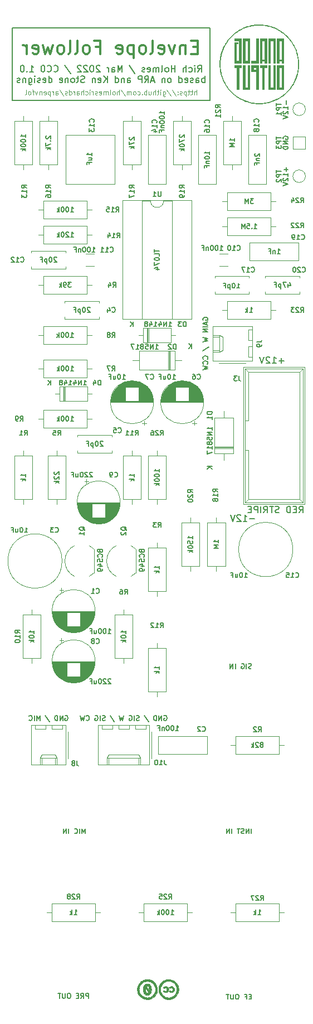
<source format=gbo>
G04 #@! TF.GenerationSoftware,KiCad,Pcbnew,6.0.4-6f826c9f35~116~ubuntu20.04.1*
G04 #@! TF.CreationDate,2022-04-19T20:07:37-04:00*
G04 #@! TF.ProjectId,arpenvfol,61727065-6e76-4666-9f6c-2e6b69636164,rev?*
G04 #@! TF.SameCoordinates,Original*
G04 #@! TF.FileFunction,Legend,Bot*
G04 #@! TF.FilePolarity,Positive*
%FSLAX46Y46*%
G04 Gerber Fmt 4.6, Leading zero omitted, Abs format (unit mm)*
G04 Created by KiCad (PCBNEW 6.0.4-6f826c9f35~116~ubuntu20.04.1) date 2022-04-19 20:07:37*
%MOMM*%
%LPD*%
G01*
G04 APERTURE LIST*
%ADD10C,0.150000*%
%ADD11C,0.300000*%
%ADD12C,0.100000*%
%ADD13C,0.120000*%
%ADD14C,0.010000*%
G04 APERTURE END LIST*
D10*
X108000000Y-28000000D02*
X78000000Y-28000000D01*
X78000000Y-28000000D02*
X78000000Y-39000000D01*
X78000000Y-39000000D02*
X108000000Y-39000000D01*
X108000000Y-39000000D02*
X108000000Y-28000000D01*
X106166666Y-34647380D02*
X106500000Y-34171190D01*
X106738095Y-34647380D02*
X106738095Y-33647380D01*
X106357142Y-33647380D01*
X106261904Y-33695000D01*
X106214285Y-33742619D01*
X106166666Y-33837857D01*
X106166666Y-33980714D01*
X106214285Y-34075952D01*
X106261904Y-34123571D01*
X106357142Y-34171190D01*
X106738095Y-34171190D01*
X105738095Y-34647380D02*
X105738095Y-33980714D01*
X105738095Y-33647380D02*
X105785714Y-33695000D01*
X105738095Y-33742619D01*
X105690476Y-33695000D01*
X105738095Y-33647380D01*
X105738095Y-33742619D01*
X104833333Y-34599761D02*
X104928571Y-34647380D01*
X105119047Y-34647380D01*
X105214285Y-34599761D01*
X105261904Y-34552142D01*
X105309523Y-34456904D01*
X105309523Y-34171190D01*
X105261904Y-34075952D01*
X105214285Y-34028333D01*
X105119047Y-33980714D01*
X104928571Y-33980714D01*
X104833333Y-34028333D01*
X104404761Y-34647380D02*
X104404761Y-33647380D01*
X103976190Y-34647380D02*
X103976190Y-34123571D01*
X104023809Y-34028333D01*
X104119047Y-33980714D01*
X104261904Y-33980714D01*
X104357142Y-34028333D01*
X104404761Y-34075952D01*
X102738095Y-34647380D02*
X102738095Y-33647380D01*
X102738095Y-34123571D02*
X102166666Y-34123571D01*
X102166666Y-34647380D02*
X102166666Y-33647380D01*
X101547619Y-34647380D02*
X101642857Y-34599761D01*
X101690476Y-34552142D01*
X101738095Y-34456904D01*
X101738095Y-34171190D01*
X101690476Y-34075952D01*
X101642857Y-34028333D01*
X101547619Y-33980714D01*
X101404761Y-33980714D01*
X101309523Y-34028333D01*
X101261904Y-34075952D01*
X101214285Y-34171190D01*
X101214285Y-34456904D01*
X101261904Y-34552142D01*
X101309523Y-34599761D01*
X101404761Y-34647380D01*
X101547619Y-34647380D01*
X100642857Y-34647380D02*
X100738095Y-34599761D01*
X100785714Y-34504523D01*
X100785714Y-33647380D01*
X100261904Y-34647380D02*
X100261904Y-33980714D01*
X100261904Y-34075952D02*
X100214285Y-34028333D01*
X100119047Y-33980714D01*
X99976190Y-33980714D01*
X99880952Y-34028333D01*
X99833333Y-34123571D01*
X99833333Y-34647380D01*
X99833333Y-34123571D02*
X99785714Y-34028333D01*
X99690476Y-33980714D01*
X99547619Y-33980714D01*
X99452380Y-34028333D01*
X99404761Y-34123571D01*
X99404761Y-34647380D01*
X98547619Y-34599761D02*
X98642857Y-34647380D01*
X98833333Y-34647380D01*
X98928571Y-34599761D01*
X98976190Y-34504523D01*
X98976190Y-34123571D01*
X98928571Y-34028333D01*
X98833333Y-33980714D01*
X98642857Y-33980714D01*
X98547619Y-34028333D01*
X98500000Y-34123571D01*
X98500000Y-34218809D01*
X98976190Y-34314047D01*
X98119047Y-34599761D02*
X98023809Y-34647380D01*
X97833333Y-34647380D01*
X97738095Y-34599761D01*
X97690476Y-34504523D01*
X97690476Y-34456904D01*
X97738095Y-34361666D01*
X97833333Y-34314047D01*
X97976190Y-34314047D01*
X98071428Y-34266428D01*
X98119047Y-34171190D01*
X98119047Y-34123571D01*
X98071428Y-34028333D01*
X97976190Y-33980714D01*
X97833333Y-33980714D01*
X97738095Y-34028333D01*
X95785714Y-33599761D02*
X96642857Y-34885476D01*
X94690476Y-34647380D02*
X94690476Y-33647380D01*
X94357142Y-34361666D01*
X94023809Y-33647380D01*
X94023809Y-34647380D01*
X93119047Y-34647380D02*
X93119047Y-34123571D01*
X93166666Y-34028333D01*
X93261904Y-33980714D01*
X93452380Y-33980714D01*
X93547619Y-34028333D01*
X93119047Y-34599761D02*
X93214285Y-34647380D01*
X93452380Y-34647380D01*
X93547619Y-34599761D01*
X93595238Y-34504523D01*
X93595238Y-34409285D01*
X93547619Y-34314047D01*
X93452380Y-34266428D01*
X93214285Y-34266428D01*
X93119047Y-34218809D01*
X92642857Y-34647380D02*
X92642857Y-33980714D01*
X92642857Y-34171190D02*
X92595238Y-34075952D01*
X92547619Y-34028333D01*
X92452380Y-33980714D01*
X92357142Y-33980714D01*
X91309523Y-33742619D02*
X91261904Y-33695000D01*
X91166666Y-33647380D01*
X90928571Y-33647380D01*
X90833333Y-33695000D01*
X90785714Y-33742619D01*
X90738095Y-33837857D01*
X90738095Y-33933095D01*
X90785714Y-34075952D01*
X91357142Y-34647380D01*
X90738095Y-34647380D01*
X90119047Y-33647380D02*
X90023809Y-33647380D01*
X89928571Y-33695000D01*
X89880952Y-33742619D01*
X89833333Y-33837857D01*
X89785714Y-34028333D01*
X89785714Y-34266428D01*
X89833333Y-34456904D01*
X89880952Y-34552142D01*
X89928571Y-34599761D01*
X90023809Y-34647380D01*
X90119047Y-34647380D01*
X90214285Y-34599761D01*
X90261904Y-34552142D01*
X90309523Y-34456904D01*
X90357142Y-34266428D01*
X90357142Y-34028333D01*
X90309523Y-33837857D01*
X90261904Y-33742619D01*
X90214285Y-33695000D01*
X90119047Y-33647380D01*
X89404761Y-33742619D02*
X89357142Y-33695000D01*
X89261904Y-33647380D01*
X89023809Y-33647380D01*
X88928571Y-33695000D01*
X88880952Y-33742619D01*
X88833333Y-33837857D01*
X88833333Y-33933095D01*
X88880952Y-34075952D01*
X89452380Y-34647380D01*
X88833333Y-34647380D01*
X88452380Y-33742619D02*
X88404761Y-33695000D01*
X88309523Y-33647380D01*
X88071428Y-33647380D01*
X87976190Y-33695000D01*
X87928571Y-33742619D01*
X87880952Y-33837857D01*
X87880952Y-33933095D01*
X87928571Y-34075952D01*
X88500000Y-34647380D01*
X87880952Y-34647380D01*
X85976190Y-33599761D02*
X86833333Y-34885476D01*
X84309523Y-34552142D02*
X84357142Y-34599761D01*
X84500000Y-34647380D01*
X84595238Y-34647380D01*
X84738095Y-34599761D01*
X84833333Y-34504523D01*
X84880952Y-34409285D01*
X84928571Y-34218809D01*
X84928571Y-34075952D01*
X84880952Y-33885476D01*
X84833333Y-33790238D01*
X84738095Y-33695000D01*
X84595238Y-33647380D01*
X84500000Y-33647380D01*
X84357142Y-33695000D01*
X84309523Y-33742619D01*
X83309523Y-34552142D02*
X83357142Y-34599761D01*
X83500000Y-34647380D01*
X83595238Y-34647380D01*
X83738095Y-34599761D01*
X83833333Y-34504523D01*
X83880952Y-34409285D01*
X83928571Y-34218809D01*
X83928571Y-34075952D01*
X83880952Y-33885476D01*
X83833333Y-33790238D01*
X83738095Y-33695000D01*
X83595238Y-33647380D01*
X83500000Y-33647380D01*
X83357142Y-33695000D01*
X83309523Y-33742619D01*
X82690476Y-33647380D02*
X82595238Y-33647380D01*
X82500000Y-33695000D01*
X82452380Y-33742619D01*
X82404761Y-33837857D01*
X82357142Y-34028333D01*
X82357142Y-34266428D01*
X82404761Y-34456904D01*
X82452380Y-34552142D01*
X82500000Y-34599761D01*
X82595238Y-34647380D01*
X82690476Y-34647380D01*
X82785714Y-34599761D01*
X82833333Y-34552142D01*
X82880952Y-34456904D01*
X82928571Y-34266428D01*
X82928571Y-34028333D01*
X82880952Y-33837857D01*
X82833333Y-33742619D01*
X82785714Y-33695000D01*
X82690476Y-33647380D01*
X80642857Y-34647380D02*
X81214285Y-34647380D01*
X80928571Y-34647380D02*
X80928571Y-33647380D01*
X81023809Y-33790238D01*
X81119047Y-33885476D01*
X81214285Y-33933095D01*
X80214285Y-34552142D02*
X80166666Y-34599761D01*
X80214285Y-34647380D01*
X80261904Y-34599761D01*
X80214285Y-34552142D01*
X80214285Y-34647380D01*
X79547619Y-33647380D02*
X79452380Y-33647380D01*
X79357142Y-33695000D01*
X79309523Y-33742619D01*
X79261904Y-33837857D01*
X79214285Y-34028333D01*
X79214285Y-34266428D01*
X79261904Y-34456904D01*
X79309523Y-34552142D01*
X79357142Y-34599761D01*
X79452380Y-34647380D01*
X79547619Y-34647380D01*
X79642857Y-34599761D01*
X79690476Y-34552142D01*
X79738095Y-34456904D01*
X79785714Y-34266428D01*
X79785714Y-34028333D01*
X79738095Y-33837857D01*
X79690476Y-33742619D01*
X79642857Y-33695000D01*
X79547619Y-33647380D01*
X107238095Y-36257380D02*
X107238095Y-35257380D01*
X107238095Y-35638333D02*
X107142857Y-35590714D01*
X106952380Y-35590714D01*
X106857142Y-35638333D01*
X106809523Y-35685952D01*
X106761904Y-35781190D01*
X106761904Y-36066904D01*
X106809523Y-36162142D01*
X106857142Y-36209761D01*
X106952380Y-36257380D01*
X107142857Y-36257380D01*
X107238095Y-36209761D01*
X105904761Y-36257380D02*
X105904761Y-35733571D01*
X105952380Y-35638333D01*
X106047619Y-35590714D01*
X106238095Y-35590714D01*
X106333333Y-35638333D01*
X105904761Y-36209761D02*
X106000000Y-36257380D01*
X106238095Y-36257380D01*
X106333333Y-36209761D01*
X106380952Y-36114523D01*
X106380952Y-36019285D01*
X106333333Y-35924047D01*
X106238095Y-35876428D01*
X106000000Y-35876428D01*
X105904761Y-35828809D01*
X105476190Y-36209761D02*
X105380952Y-36257380D01*
X105190476Y-36257380D01*
X105095238Y-36209761D01*
X105047619Y-36114523D01*
X105047619Y-36066904D01*
X105095238Y-35971666D01*
X105190476Y-35924047D01*
X105333333Y-35924047D01*
X105428571Y-35876428D01*
X105476190Y-35781190D01*
X105476190Y-35733571D01*
X105428571Y-35638333D01*
X105333333Y-35590714D01*
X105190476Y-35590714D01*
X105095238Y-35638333D01*
X104238095Y-36209761D02*
X104333333Y-36257380D01*
X104523809Y-36257380D01*
X104619047Y-36209761D01*
X104666666Y-36114523D01*
X104666666Y-35733571D01*
X104619047Y-35638333D01*
X104523809Y-35590714D01*
X104333333Y-35590714D01*
X104238095Y-35638333D01*
X104190476Y-35733571D01*
X104190476Y-35828809D01*
X104666666Y-35924047D01*
X103333333Y-36257380D02*
X103333333Y-35257380D01*
X103333333Y-36209761D02*
X103428571Y-36257380D01*
X103619047Y-36257380D01*
X103714285Y-36209761D01*
X103761904Y-36162142D01*
X103809523Y-36066904D01*
X103809523Y-35781190D01*
X103761904Y-35685952D01*
X103714285Y-35638333D01*
X103619047Y-35590714D01*
X103428571Y-35590714D01*
X103333333Y-35638333D01*
X101952380Y-36257380D02*
X102047619Y-36209761D01*
X102095238Y-36162142D01*
X102142857Y-36066904D01*
X102142857Y-35781190D01*
X102095238Y-35685952D01*
X102047619Y-35638333D01*
X101952380Y-35590714D01*
X101809523Y-35590714D01*
X101714285Y-35638333D01*
X101666666Y-35685952D01*
X101619047Y-35781190D01*
X101619047Y-36066904D01*
X101666666Y-36162142D01*
X101714285Y-36209761D01*
X101809523Y-36257380D01*
X101952380Y-36257380D01*
X101190476Y-35590714D02*
X101190476Y-36257380D01*
X101190476Y-35685952D02*
X101142857Y-35638333D01*
X101047619Y-35590714D01*
X100904761Y-35590714D01*
X100809523Y-35638333D01*
X100761904Y-35733571D01*
X100761904Y-36257380D01*
X99571428Y-35971666D02*
X99095238Y-35971666D01*
X99666666Y-36257380D02*
X99333333Y-35257380D01*
X99000000Y-36257380D01*
X98095238Y-36257380D02*
X98428571Y-35781190D01*
X98666666Y-36257380D02*
X98666666Y-35257380D01*
X98285714Y-35257380D01*
X98190476Y-35305000D01*
X98142857Y-35352619D01*
X98095238Y-35447857D01*
X98095238Y-35590714D01*
X98142857Y-35685952D01*
X98190476Y-35733571D01*
X98285714Y-35781190D01*
X98666666Y-35781190D01*
X97666666Y-36257380D02*
X97666666Y-35257380D01*
X97285714Y-35257380D01*
X97190476Y-35305000D01*
X97142857Y-35352619D01*
X97095238Y-35447857D01*
X97095238Y-35590714D01*
X97142857Y-35685952D01*
X97190476Y-35733571D01*
X97285714Y-35781190D01*
X97666666Y-35781190D01*
X95476190Y-36257380D02*
X95476190Y-35733571D01*
X95523809Y-35638333D01*
X95619047Y-35590714D01*
X95809523Y-35590714D01*
X95904761Y-35638333D01*
X95476190Y-36209761D02*
X95571428Y-36257380D01*
X95809523Y-36257380D01*
X95904761Y-36209761D01*
X95952380Y-36114523D01*
X95952380Y-36019285D01*
X95904761Y-35924047D01*
X95809523Y-35876428D01*
X95571428Y-35876428D01*
X95476190Y-35828809D01*
X95000000Y-35590714D02*
X95000000Y-36257380D01*
X95000000Y-35685952D02*
X94952380Y-35638333D01*
X94857142Y-35590714D01*
X94714285Y-35590714D01*
X94619047Y-35638333D01*
X94571428Y-35733571D01*
X94571428Y-36257380D01*
X93666666Y-36257380D02*
X93666666Y-35257380D01*
X93666666Y-36209761D02*
X93761904Y-36257380D01*
X93952380Y-36257380D01*
X94047619Y-36209761D01*
X94095238Y-36162142D01*
X94142857Y-36066904D01*
X94142857Y-35781190D01*
X94095238Y-35685952D01*
X94047619Y-35638333D01*
X93952380Y-35590714D01*
X93761904Y-35590714D01*
X93666666Y-35638333D01*
X92428571Y-36257380D02*
X92428571Y-35257380D01*
X91857142Y-36257380D02*
X92285714Y-35685952D01*
X91857142Y-35257380D02*
X92428571Y-35828809D01*
X91047619Y-36209761D02*
X91142857Y-36257380D01*
X91333333Y-36257380D01*
X91428571Y-36209761D01*
X91476190Y-36114523D01*
X91476190Y-35733571D01*
X91428571Y-35638333D01*
X91333333Y-35590714D01*
X91142857Y-35590714D01*
X91047619Y-35638333D01*
X91000000Y-35733571D01*
X91000000Y-35828809D01*
X91476190Y-35924047D01*
X90571428Y-35590714D02*
X90571428Y-36257380D01*
X90571428Y-35685952D02*
X90523809Y-35638333D01*
X90428571Y-35590714D01*
X90285714Y-35590714D01*
X90190476Y-35638333D01*
X90142857Y-35733571D01*
X90142857Y-36257380D01*
X88952380Y-36209761D02*
X88809523Y-36257380D01*
X88571428Y-36257380D01*
X88476190Y-36209761D01*
X88428571Y-36162142D01*
X88380952Y-36066904D01*
X88380952Y-35971666D01*
X88428571Y-35876428D01*
X88476190Y-35828809D01*
X88571428Y-35781190D01*
X88761904Y-35733571D01*
X88857142Y-35685952D01*
X88904761Y-35638333D01*
X88952380Y-35543095D01*
X88952380Y-35447857D01*
X88904761Y-35352619D01*
X88857142Y-35305000D01*
X88761904Y-35257380D01*
X88523809Y-35257380D01*
X88380952Y-35305000D01*
X88095238Y-35590714D02*
X87714285Y-35590714D01*
X87952380Y-35257380D02*
X87952380Y-36114523D01*
X87904761Y-36209761D01*
X87809523Y-36257380D01*
X87714285Y-36257380D01*
X87238095Y-36257380D02*
X87333333Y-36209761D01*
X87380952Y-36162142D01*
X87428571Y-36066904D01*
X87428571Y-35781190D01*
X87380952Y-35685952D01*
X87333333Y-35638333D01*
X87238095Y-35590714D01*
X87095238Y-35590714D01*
X87000000Y-35638333D01*
X86952380Y-35685952D01*
X86904761Y-35781190D01*
X86904761Y-36066904D01*
X86952380Y-36162142D01*
X87000000Y-36209761D01*
X87095238Y-36257380D01*
X87238095Y-36257380D01*
X86476190Y-35590714D02*
X86476190Y-36257380D01*
X86476190Y-35685952D02*
X86428571Y-35638333D01*
X86333333Y-35590714D01*
X86190476Y-35590714D01*
X86095238Y-35638333D01*
X86047619Y-35733571D01*
X86047619Y-36257380D01*
X85190476Y-36209761D02*
X85285714Y-36257380D01*
X85476190Y-36257380D01*
X85571428Y-36209761D01*
X85619047Y-36114523D01*
X85619047Y-35733571D01*
X85571428Y-35638333D01*
X85476190Y-35590714D01*
X85285714Y-35590714D01*
X85190476Y-35638333D01*
X85142857Y-35733571D01*
X85142857Y-35828809D01*
X85619047Y-35924047D01*
X83523809Y-36257380D02*
X83523809Y-35257380D01*
X83523809Y-36209761D02*
X83619047Y-36257380D01*
X83809523Y-36257380D01*
X83904761Y-36209761D01*
X83952380Y-36162142D01*
X84000000Y-36066904D01*
X84000000Y-35781190D01*
X83952380Y-35685952D01*
X83904761Y-35638333D01*
X83809523Y-35590714D01*
X83619047Y-35590714D01*
X83523809Y-35638333D01*
X82666666Y-36209761D02*
X82761904Y-36257380D01*
X82952380Y-36257380D01*
X83047619Y-36209761D01*
X83095238Y-36114523D01*
X83095238Y-35733571D01*
X83047619Y-35638333D01*
X82952380Y-35590714D01*
X82761904Y-35590714D01*
X82666666Y-35638333D01*
X82619047Y-35733571D01*
X82619047Y-35828809D01*
X83095238Y-35924047D01*
X82238095Y-36209761D02*
X82142857Y-36257380D01*
X81952380Y-36257380D01*
X81857142Y-36209761D01*
X81809523Y-36114523D01*
X81809523Y-36066904D01*
X81857142Y-35971666D01*
X81952380Y-35924047D01*
X82095238Y-35924047D01*
X82190476Y-35876428D01*
X82238095Y-35781190D01*
X82238095Y-35733571D01*
X82190476Y-35638333D01*
X82095238Y-35590714D01*
X81952380Y-35590714D01*
X81857142Y-35638333D01*
X81380952Y-36257380D02*
X81380952Y-35590714D01*
X81380952Y-35257380D02*
X81428571Y-35305000D01*
X81380952Y-35352619D01*
X81333333Y-35305000D01*
X81380952Y-35257380D01*
X81380952Y-35352619D01*
X80476190Y-35590714D02*
X80476190Y-36400238D01*
X80523809Y-36495476D01*
X80571428Y-36543095D01*
X80666666Y-36590714D01*
X80809523Y-36590714D01*
X80904761Y-36543095D01*
X80476190Y-36209761D02*
X80571428Y-36257380D01*
X80761904Y-36257380D01*
X80857142Y-36209761D01*
X80904761Y-36162142D01*
X80952380Y-36066904D01*
X80952380Y-35781190D01*
X80904761Y-35685952D01*
X80857142Y-35638333D01*
X80761904Y-35590714D01*
X80571428Y-35590714D01*
X80476190Y-35638333D01*
X80000000Y-35590714D02*
X80000000Y-36257380D01*
X80000000Y-35685952D02*
X79952380Y-35638333D01*
X79857142Y-35590714D01*
X79714285Y-35590714D01*
X79619047Y-35638333D01*
X79571428Y-35733571D01*
X79571428Y-36257380D01*
X79142857Y-36209761D02*
X79047619Y-36257380D01*
X78857142Y-36257380D01*
X78761904Y-36209761D01*
X78714285Y-36114523D01*
X78714285Y-36066904D01*
X78761904Y-35971666D01*
X78857142Y-35924047D01*
X79000000Y-35924047D01*
X79095238Y-35876428D01*
X79142857Y-35781190D01*
X79142857Y-35733571D01*
X79095238Y-35638333D01*
X79000000Y-35590714D01*
X78857142Y-35590714D01*
X78761904Y-35638333D01*
X89087714Y-150250285D02*
X89087714Y-149500285D01*
X88837714Y-150036000D01*
X88587714Y-149500285D01*
X88587714Y-150250285D01*
X88230571Y-150250285D02*
X88230571Y-149500285D01*
X87444857Y-150178857D02*
X87480571Y-150214571D01*
X87587714Y-150250285D01*
X87659142Y-150250285D01*
X87766285Y-150214571D01*
X87837714Y-150143142D01*
X87873428Y-150071714D01*
X87909142Y-149928857D01*
X87909142Y-149821714D01*
X87873428Y-149678857D01*
X87837714Y-149607428D01*
X87766285Y-149536000D01*
X87659142Y-149500285D01*
X87587714Y-149500285D01*
X87480571Y-149536000D01*
X87444857Y-149571714D01*
X86552000Y-150250285D02*
X86552000Y-149500285D01*
X86194857Y-150250285D02*
X86194857Y-149500285D01*
X85766285Y-150250285D01*
X85766285Y-149500285D01*
X114285285Y-175003428D02*
X114035285Y-175003428D01*
X113928142Y-175396285D02*
X114285285Y-175396285D01*
X114285285Y-174646285D01*
X113928142Y-174646285D01*
X113356714Y-175003428D02*
X113606714Y-175003428D01*
X113606714Y-175396285D02*
X113606714Y-174646285D01*
X113249571Y-174646285D01*
X112249571Y-174646285D02*
X112106714Y-174646285D01*
X112035285Y-174682000D01*
X111963857Y-174753428D01*
X111928142Y-174896285D01*
X111928142Y-175146285D01*
X111963857Y-175289142D01*
X112035285Y-175360571D01*
X112106714Y-175396285D01*
X112249571Y-175396285D01*
X112321000Y-175360571D01*
X112392428Y-175289142D01*
X112428142Y-175146285D01*
X112428142Y-174896285D01*
X112392428Y-174753428D01*
X112321000Y-174682000D01*
X112249571Y-174646285D01*
X111606714Y-174646285D02*
X111606714Y-175253428D01*
X111571000Y-175324857D01*
X111535285Y-175360571D01*
X111463857Y-175396285D01*
X111321000Y-175396285D01*
X111249571Y-175360571D01*
X111213857Y-175324857D01*
X111178142Y-175253428D01*
X111178142Y-174646285D01*
X110928142Y-174646285D02*
X110499571Y-174646285D01*
X110713857Y-175396285D02*
X110713857Y-174646285D01*
D11*
X106142857Y-30857142D02*
X105476190Y-30857142D01*
X105190476Y-31904761D02*
X106142857Y-31904761D01*
X106142857Y-29904761D01*
X105190476Y-29904761D01*
X104333333Y-30571428D02*
X104333333Y-31904761D01*
X104333333Y-30761904D02*
X104238095Y-30666666D01*
X104047619Y-30571428D01*
X103761904Y-30571428D01*
X103571428Y-30666666D01*
X103476190Y-30857142D01*
X103476190Y-31904761D01*
X102714285Y-30571428D02*
X102238095Y-31904761D01*
X101761904Y-30571428D01*
X100238095Y-31809523D02*
X100428571Y-31904761D01*
X100809523Y-31904761D01*
X101000000Y-31809523D01*
X101095238Y-31619047D01*
X101095238Y-30857142D01*
X101000000Y-30666666D01*
X100809523Y-30571428D01*
X100428571Y-30571428D01*
X100238095Y-30666666D01*
X100142857Y-30857142D01*
X100142857Y-31047619D01*
X101095238Y-31238095D01*
X99000000Y-31904761D02*
X99190476Y-31809523D01*
X99285714Y-31619047D01*
X99285714Y-29904761D01*
X97952380Y-31904761D02*
X98142857Y-31809523D01*
X98238095Y-31714285D01*
X98333333Y-31523809D01*
X98333333Y-30952380D01*
X98238095Y-30761904D01*
X98142857Y-30666666D01*
X97952380Y-30571428D01*
X97666666Y-30571428D01*
X97476190Y-30666666D01*
X97380952Y-30761904D01*
X97285714Y-30952380D01*
X97285714Y-31523809D01*
X97380952Y-31714285D01*
X97476190Y-31809523D01*
X97666666Y-31904761D01*
X97952380Y-31904761D01*
X96428571Y-30571428D02*
X96428571Y-32571428D01*
X96428571Y-30666666D02*
X96238095Y-30571428D01*
X95857142Y-30571428D01*
X95666666Y-30666666D01*
X95571428Y-30761904D01*
X95476190Y-30952380D01*
X95476190Y-31523809D01*
X95571428Y-31714285D01*
X95666666Y-31809523D01*
X95857142Y-31904761D01*
X96238095Y-31904761D01*
X96428571Y-31809523D01*
X93857142Y-31809523D02*
X94047619Y-31904761D01*
X94428571Y-31904761D01*
X94619047Y-31809523D01*
X94714285Y-31619047D01*
X94714285Y-30857142D01*
X94619047Y-30666666D01*
X94428571Y-30571428D01*
X94047619Y-30571428D01*
X93857142Y-30666666D01*
X93761904Y-30857142D01*
X93761904Y-31047619D01*
X94714285Y-31238095D01*
X90714285Y-30857142D02*
X91380952Y-30857142D01*
X91380952Y-31904761D02*
X91380952Y-29904761D01*
X90428571Y-29904761D01*
X89380952Y-31904761D02*
X89571428Y-31809523D01*
X89666666Y-31714285D01*
X89761904Y-31523809D01*
X89761904Y-30952380D01*
X89666666Y-30761904D01*
X89571428Y-30666666D01*
X89380952Y-30571428D01*
X89095238Y-30571428D01*
X88904761Y-30666666D01*
X88809523Y-30761904D01*
X88714285Y-30952380D01*
X88714285Y-31523809D01*
X88809523Y-31714285D01*
X88904761Y-31809523D01*
X89095238Y-31904761D01*
X89380952Y-31904761D01*
X87571428Y-31904761D02*
X87761904Y-31809523D01*
X87857142Y-31619047D01*
X87857142Y-29904761D01*
X86523809Y-31904761D02*
X86714285Y-31809523D01*
X86809523Y-31619047D01*
X86809523Y-29904761D01*
X85476190Y-31904761D02*
X85666666Y-31809523D01*
X85761904Y-31714285D01*
X85857142Y-31523809D01*
X85857142Y-30952380D01*
X85761904Y-30761904D01*
X85666666Y-30666666D01*
X85476190Y-30571428D01*
X85190476Y-30571428D01*
X85000000Y-30666666D01*
X84904761Y-30761904D01*
X84809523Y-30952380D01*
X84809523Y-31523809D01*
X84904761Y-31714285D01*
X85000000Y-31809523D01*
X85190476Y-31904761D01*
X85476190Y-31904761D01*
X84142857Y-30571428D02*
X83761904Y-31904761D01*
X83380952Y-30952380D01*
X83000000Y-31904761D01*
X82619047Y-30571428D01*
X81095238Y-31809523D02*
X81285714Y-31904761D01*
X81666666Y-31904761D01*
X81857142Y-31809523D01*
X81952380Y-31619047D01*
X81952380Y-30857142D01*
X81857142Y-30666666D01*
X81666666Y-30571428D01*
X81285714Y-30571428D01*
X81095238Y-30666666D01*
X81000000Y-30857142D01*
X81000000Y-31047619D01*
X81952380Y-31238095D01*
X80142857Y-31904761D02*
X80142857Y-30571428D01*
X80142857Y-30952380D02*
X80047619Y-30761904D01*
X79952380Y-30666666D01*
X79761904Y-30571428D01*
X79571428Y-30571428D01*
D10*
X89567857Y-175269285D02*
X89567857Y-174519285D01*
X89282142Y-174519285D01*
X89210714Y-174555000D01*
X89175000Y-174590714D01*
X89139285Y-174662142D01*
X89139285Y-174769285D01*
X89175000Y-174840714D01*
X89210714Y-174876428D01*
X89282142Y-174912142D01*
X89567857Y-174912142D01*
X88389285Y-175269285D02*
X88639285Y-174912142D01*
X88817857Y-175269285D02*
X88817857Y-174519285D01*
X88532142Y-174519285D01*
X88460714Y-174555000D01*
X88425000Y-174590714D01*
X88389285Y-174662142D01*
X88389285Y-174769285D01*
X88425000Y-174840714D01*
X88460714Y-174876428D01*
X88532142Y-174912142D01*
X88817857Y-174912142D01*
X88067857Y-174876428D02*
X87817857Y-174876428D01*
X87710714Y-175269285D02*
X88067857Y-175269285D01*
X88067857Y-174519285D01*
X87710714Y-174519285D01*
X86675000Y-174519285D02*
X86532142Y-174519285D01*
X86460714Y-174555000D01*
X86389285Y-174626428D01*
X86353571Y-174769285D01*
X86353571Y-175019285D01*
X86389285Y-175162142D01*
X86460714Y-175233571D01*
X86532142Y-175269285D01*
X86675000Y-175269285D01*
X86746428Y-175233571D01*
X86817857Y-175162142D01*
X86853571Y-175019285D01*
X86853571Y-174769285D01*
X86817857Y-174626428D01*
X86746428Y-174555000D01*
X86675000Y-174519285D01*
X86032142Y-174519285D02*
X86032142Y-175126428D01*
X85996428Y-175197857D01*
X85960714Y-175233571D01*
X85889285Y-175269285D01*
X85746428Y-175269285D01*
X85675000Y-175233571D01*
X85639285Y-175197857D01*
X85603571Y-175126428D01*
X85603571Y-174519285D01*
X85353571Y-174519285D02*
X84925000Y-174519285D01*
X85139285Y-175269285D02*
X85139285Y-174519285D01*
X101045000Y-132391000D02*
X101116428Y-132355285D01*
X101223571Y-132355285D01*
X101330714Y-132391000D01*
X101402142Y-132462428D01*
X101437857Y-132533857D01*
X101473571Y-132676714D01*
X101473571Y-132783857D01*
X101437857Y-132926714D01*
X101402142Y-132998142D01*
X101330714Y-133069571D01*
X101223571Y-133105285D01*
X101152142Y-133105285D01*
X101045000Y-133069571D01*
X101009285Y-133033857D01*
X101009285Y-132783857D01*
X101152142Y-132783857D01*
X100687857Y-133105285D02*
X100687857Y-132355285D01*
X100259285Y-133105285D01*
X100259285Y-132355285D01*
X99902142Y-133105285D02*
X99902142Y-132355285D01*
X99723571Y-132355285D01*
X99616428Y-132391000D01*
X99545000Y-132462428D01*
X99509285Y-132533857D01*
X99473571Y-132676714D01*
X99473571Y-132783857D01*
X99509285Y-132926714D01*
X99545000Y-132998142D01*
X99616428Y-133069571D01*
X99723571Y-133105285D01*
X99902142Y-133105285D01*
X98045000Y-132319571D02*
X98687857Y-133283857D01*
X97259285Y-133069571D02*
X97152142Y-133105285D01*
X96973571Y-133105285D01*
X96902142Y-133069571D01*
X96866428Y-133033857D01*
X96830714Y-132962428D01*
X96830714Y-132891000D01*
X96866428Y-132819571D01*
X96902142Y-132783857D01*
X96973571Y-132748142D01*
X97116428Y-132712428D01*
X97187857Y-132676714D01*
X97223571Y-132641000D01*
X97259285Y-132569571D01*
X97259285Y-132498142D01*
X97223571Y-132426714D01*
X97187857Y-132391000D01*
X97116428Y-132355285D01*
X96937857Y-132355285D01*
X96830714Y-132391000D01*
X96509285Y-133105285D02*
X96509285Y-132355285D01*
X95759285Y-132391000D02*
X95830714Y-132355285D01*
X95937857Y-132355285D01*
X96045000Y-132391000D01*
X96116428Y-132462428D01*
X96152142Y-132533857D01*
X96187857Y-132676714D01*
X96187857Y-132783857D01*
X96152142Y-132926714D01*
X96116428Y-132998142D01*
X96045000Y-133069571D01*
X95937857Y-133105285D01*
X95866428Y-133105285D01*
X95759285Y-133069571D01*
X95723571Y-133033857D01*
X95723571Y-132783857D01*
X95866428Y-132783857D01*
X94902142Y-132355285D02*
X94723571Y-133105285D01*
X94580714Y-132569571D01*
X94437857Y-133105285D01*
X94259285Y-132355285D01*
X92866428Y-132319571D02*
X93509285Y-133283857D01*
X92080714Y-133069571D02*
X91973571Y-133105285D01*
X91795000Y-133105285D01*
X91723571Y-133069571D01*
X91687857Y-133033857D01*
X91652142Y-132962428D01*
X91652142Y-132891000D01*
X91687857Y-132819571D01*
X91723571Y-132783857D01*
X91795000Y-132748142D01*
X91937857Y-132712428D01*
X92009285Y-132676714D01*
X92045000Y-132641000D01*
X92080714Y-132569571D01*
X92080714Y-132498142D01*
X92045000Y-132426714D01*
X92009285Y-132391000D01*
X91937857Y-132355285D01*
X91759285Y-132355285D01*
X91652142Y-132391000D01*
X91330714Y-133105285D02*
X91330714Y-132355285D01*
X90580714Y-132391000D02*
X90652142Y-132355285D01*
X90759285Y-132355285D01*
X90866428Y-132391000D01*
X90937857Y-132462428D01*
X90973571Y-132533857D01*
X91009285Y-132676714D01*
X91009285Y-132783857D01*
X90973571Y-132926714D01*
X90937857Y-132998142D01*
X90866428Y-133069571D01*
X90759285Y-133105285D01*
X90687857Y-133105285D01*
X90580714Y-133069571D01*
X90545000Y-133033857D01*
X90545000Y-132783857D01*
X90687857Y-132783857D01*
X89223571Y-133033857D02*
X89259285Y-133069571D01*
X89366428Y-133105285D01*
X89437857Y-133105285D01*
X89545000Y-133069571D01*
X89616428Y-132998142D01*
X89652142Y-132926714D01*
X89687857Y-132783857D01*
X89687857Y-132676714D01*
X89652142Y-132533857D01*
X89616428Y-132462428D01*
X89545000Y-132391000D01*
X89437857Y-132355285D01*
X89366428Y-132355285D01*
X89259285Y-132391000D01*
X89223571Y-132426714D01*
X88973571Y-132355285D02*
X88795000Y-133105285D01*
X88652142Y-132569571D01*
X88509285Y-133105285D01*
X88330714Y-132355285D01*
X114325000Y-125195571D02*
X114217857Y-125231285D01*
X114039285Y-125231285D01*
X113967857Y-125195571D01*
X113932142Y-125159857D01*
X113896428Y-125088428D01*
X113896428Y-125017000D01*
X113932142Y-124945571D01*
X113967857Y-124909857D01*
X114039285Y-124874142D01*
X114182142Y-124838428D01*
X114253571Y-124802714D01*
X114289285Y-124767000D01*
X114325000Y-124695571D01*
X114325000Y-124624142D01*
X114289285Y-124552714D01*
X114253571Y-124517000D01*
X114182142Y-124481285D01*
X114003571Y-124481285D01*
X113896428Y-124517000D01*
X113575000Y-125231285D02*
X113575000Y-124481285D01*
X112825000Y-124517000D02*
X112896428Y-124481285D01*
X113003571Y-124481285D01*
X113110714Y-124517000D01*
X113182142Y-124588428D01*
X113217857Y-124659857D01*
X113253571Y-124802714D01*
X113253571Y-124909857D01*
X113217857Y-125052714D01*
X113182142Y-125124142D01*
X113110714Y-125195571D01*
X113003571Y-125231285D01*
X112932142Y-125231285D01*
X112825000Y-125195571D01*
X112789285Y-125159857D01*
X112789285Y-124909857D01*
X112932142Y-124909857D01*
X111896428Y-125231285D02*
X111896428Y-124481285D01*
X111539285Y-125231285D02*
X111539285Y-124481285D01*
X111110714Y-125231285D01*
X111110714Y-124481285D01*
X114338857Y-150250285D02*
X114338857Y-149500285D01*
X113981714Y-150250285D02*
X113981714Y-149500285D01*
X113553142Y-150250285D01*
X113553142Y-149500285D01*
X113231714Y-150214571D02*
X113124571Y-150250285D01*
X112946000Y-150250285D01*
X112874571Y-150214571D01*
X112838857Y-150178857D01*
X112803142Y-150107428D01*
X112803142Y-150036000D01*
X112838857Y-149964571D01*
X112874571Y-149928857D01*
X112946000Y-149893142D01*
X113088857Y-149857428D01*
X113160285Y-149821714D01*
X113196000Y-149786000D01*
X113231714Y-149714571D01*
X113231714Y-149643142D01*
X113196000Y-149571714D01*
X113160285Y-149536000D01*
X113088857Y-149500285D01*
X112910285Y-149500285D01*
X112803142Y-149536000D01*
X112588857Y-149500285D02*
X112160285Y-149500285D01*
X112374571Y-150250285D02*
X112374571Y-149500285D01*
X111338857Y-150250285D02*
X111338857Y-149500285D01*
X110981714Y-150250285D02*
X110981714Y-149500285D01*
X110553142Y-150250285D01*
X110553142Y-149500285D01*
X86007857Y-132391000D02*
X86079285Y-132355285D01*
X86186428Y-132355285D01*
X86293571Y-132391000D01*
X86365000Y-132462428D01*
X86400714Y-132533857D01*
X86436428Y-132676714D01*
X86436428Y-132783857D01*
X86400714Y-132926714D01*
X86365000Y-132998142D01*
X86293571Y-133069571D01*
X86186428Y-133105285D01*
X86115000Y-133105285D01*
X86007857Y-133069571D01*
X85972142Y-133033857D01*
X85972142Y-132783857D01*
X86115000Y-132783857D01*
X85650714Y-133105285D02*
X85650714Y-132355285D01*
X85222142Y-133105285D01*
X85222142Y-132355285D01*
X84865000Y-133105285D02*
X84865000Y-132355285D01*
X84686428Y-132355285D01*
X84579285Y-132391000D01*
X84507857Y-132462428D01*
X84472142Y-132533857D01*
X84436428Y-132676714D01*
X84436428Y-132783857D01*
X84472142Y-132926714D01*
X84507857Y-132998142D01*
X84579285Y-133069571D01*
X84686428Y-133105285D01*
X84865000Y-133105285D01*
X83007857Y-132319571D02*
X83650714Y-133283857D01*
X82186428Y-133105285D02*
X82186428Y-132355285D01*
X81936428Y-132891000D01*
X81686428Y-132355285D01*
X81686428Y-133105285D01*
X81329285Y-133105285D02*
X81329285Y-132355285D01*
X80543571Y-133033857D02*
X80579285Y-133069571D01*
X80686428Y-133105285D01*
X80757857Y-133105285D01*
X80865000Y-133069571D01*
X80936428Y-132998142D01*
X80972142Y-132926714D01*
X81007857Y-132783857D01*
X81007857Y-132676714D01*
X80972142Y-132533857D01*
X80936428Y-132462428D01*
X80865000Y-132391000D01*
X80757857Y-132355285D01*
X80686428Y-132355285D01*
X80579285Y-132391000D01*
X80543571Y-132426714D01*
D12*
X105964285Y-38109285D02*
X105964285Y-37359285D01*
X105642857Y-38109285D02*
X105642857Y-37716428D01*
X105678571Y-37645000D01*
X105750000Y-37609285D01*
X105857142Y-37609285D01*
X105928571Y-37645000D01*
X105964285Y-37680714D01*
X105392857Y-37609285D02*
X105107142Y-37609285D01*
X105285714Y-37359285D02*
X105285714Y-38002142D01*
X105250000Y-38073571D01*
X105178571Y-38109285D01*
X105107142Y-38109285D01*
X104964285Y-37609285D02*
X104678571Y-37609285D01*
X104857142Y-37359285D02*
X104857142Y-38002142D01*
X104821428Y-38073571D01*
X104750000Y-38109285D01*
X104678571Y-38109285D01*
X104428571Y-37609285D02*
X104428571Y-38359285D01*
X104428571Y-37645000D02*
X104357142Y-37609285D01*
X104214285Y-37609285D01*
X104142857Y-37645000D01*
X104107142Y-37680714D01*
X104071428Y-37752142D01*
X104071428Y-37966428D01*
X104107142Y-38037857D01*
X104142857Y-38073571D01*
X104214285Y-38109285D01*
X104357142Y-38109285D01*
X104428571Y-38073571D01*
X103785714Y-38073571D02*
X103714285Y-38109285D01*
X103571428Y-38109285D01*
X103500000Y-38073571D01*
X103464285Y-38002142D01*
X103464285Y-37966428D01*
X103500000Y-37895000D01*
X103571428Y-37859285D01*
X103678571Y-37859285D01*
X103750000Y-37823571D01*
X103785714Y-37752142D01*
X103785714Y-37716428D01*
X103750000Y-37645000D01*
X103678571Y-37609285D01*
X103571428Y-37609285D01*
X103500000Y-37645000D01*
X103142857Y-38037857D02*
X103107142Y-38073571D01*
X103142857Y-38109285D01*
X103178571Y-38073571D01*
X103142857Y-38037857D01*
X103142857Y-38109285D01*
X103142857Y-37645000D02*
X103107142Y-37680714D01*
X103142857Y-37716428D01*
X103178571Y-37680714D01*
X103142857Y-37645000D01*
X103142857Y-37716428D01*
X102250000Y-37323571D02*
X102892857Y-38287857D01*
X101464285Y-37323571D02*
X102107142Y-38287857D01*
X100892857Y-37609285D02*
X100892857Y-38216428D01*
X100928571Y-38287857D01*
X100964285Y-38323571D01*
X101035714Y-38359285D01*
X101142857Y-38359285D01*
X101214285Y-38323571D01*
X100892857Y-38073571D02*
X100964285Y-38109285D01*
X101107142Y-38109285D01*
X101178571Y-38073571D01*
X101214285Y-38037857D01*
X101249999Y-37966428D01*
X101249999Y-37752142D01*
X101214285Y-37680714D01*
X101178571Y-37645000D01*
X101107142Y-37609285D01*
X100964285Y-37609285D01*
X100892857Y-37645000D01*
X100535714Y-38109285D02*
X100535714Y-37609285D01*
X100535714Y-37359285D02*
X100571428Y-37395000D01*
X100535714Y-37430714D01*
X100499999Y-37395000D01*
X100535714Y-37359285D01*
X100535714Y-37430714D01*
X100285714Y-37609285D02*
X99999999Y-37609285D01*
X100178571Y-37359285D02*
X100178571Y-38002142D01*
X100142857Y-38073571D01*
X100071428Y-38109285D01*
X99999999Y-38109285D01*
X99749999Y-38109285D02*
X99749999Y-37359285D01*
X99428571Y-38109285D02*
X99428571Y-37716428D01*
X99464285Y-37645000D01*
X99535714Y-37609285D01*
X99642857Y-37609285D01*
X99714285Y-37645000D01*
X99749999Y-37680714D01*
X98749999Y-37609285D02*
X98749999Y-38109285D01*
X99071428Y-37609285D02*
X99071428Y-38002142D01*
X99035714Y-38073571D01*
X98964285Y-38109285D01*
X98857142Y-38109285D01*
X98785714Y-38073571D01*
X98749999Y-38037857D01*
X98392857Y-38109285D02*
X98392857Y-37359285D01*
X98392857Y-37645000D02*
X98321428Y-37609285D01*
X98178571Y-37609285D01*
X98107142Y-37645000D01*
X98071428Y-37680714D01*
X98035714Y-37752142D01*
X98035714Y-37966428D01*
X98071428Y-38037857D01*
X98107142Y-38073571D01*
X98178571Y-38109285D01*
X98321428Y-38109285D01*
X98392857Y-38073571D01*
X97714285Y-38037857D02*
X97678571Y-38073571D01*
X97714285Y-38109285D01*
X97749999Y-38073571D01*
X97714285Y-38037857D01*
X97714285Y-38109285D01*
X97035714Y-38073571D02*
X97107142Y-38109285D01*
X97249999Y-38109285D01*
X97321428Y-38073571D01*
X97357142Y-38037857D01*
X97392857Y-37966428D01*
X97392857Y-37752142D01*
X97357142Y-37680714D01*
X97321428Y-37645000D01*
X97249999Y-37609285D01*
X97107142Y-37609285D01*
X97035714Y-37645000D01*
X96607142Y-38109285D02*
X96678571Y-38073571D01*
X96714285Y-38037857D01*
X96749999Y-37966428D01*
X96749999Y-37752142D01*
X96714285Y-37680714D01*
X96678571Y-37645000D01*
X96607142Y-37609285D01*
X96499999Y-37609285D01*
X96428571Y-37645000D01*
X96392857Y-37680714D01*
X96357142Y-37752142D01*
X96357142Y-37966428D01*
X96392857Y-38037857D01*
X96428571Y-38073571D01*
X96499999Y-38109285D01*
X96607142Y-38109285D01*
X96035714Y-38109285D02*
X96035714Y-37609285D01*
X96035714Y-37680714D02*
X95999999Y-37645000D01*
X95928571Y-37609285D01*
X95821428Y-37609285D01*
X95749999Y-37645000D01*
X95714285Y-37716428D01*
X95714285Y-38109285D01*
X95714285Y-37716428D02*
X95678571Y-37645000D01*
X95607142Y-37609285D01*
X95499999Y-37609285D01*
X95428571Y-37645000D01*
X95392857Y-37716428D01*
X95392857Y-38109285D01*
X94499999Y-37323571D02*
X95142857Y-38287857D01*
X94249999Y-38109285D02*
X94249999Y-37359285D01*
X93928571Y-38109285D02*
X93928571Y-37716428D01*
X93964285Y-37645000D01*
X94035714Y-37609285D01*
X94142857Y-37609285D01*
X94214285Y-37645000D01*
X94249999Y-37680714D01*
X93464285Y-38109285D02*
X93535714Y-38073571D01*
X93571428Y-38037857D01*
X93607142Y-37966428D01*
X93607142Y-37752142D01*
X93571428Y-37680714D01*
X93535714Y-37645000D01*
X93464285Y-37609285D01*
X93357142Y-37609285D01*
X93285714Y-37645000D01*
X93249999Y-37680714D01*
X93214285Y-37752142D01*
X93214285Y-37966428D01*
X93249999Y-38037857D01*
X93285714Y-38073571D01*
X93357142Y-38109285D01*
X93464285Y-38109285D01*
X92785714Y-38109285D02*
X92857142Y-38073571D01*
X92892857Y-38002142D01*
X92892857Y-37359285D01*
X92499999Y-38109285D02*
X92499999Y-37609285D01*
X92499999Y-37680714D02*
X92464285Y-37645000D01*
X92392857Y-37609285D01*
X92285714Y-37609285D01*
X92214285Y-37645000D01*
X92178571Y-37716428D01*
X92178571Y-38109285D01*
X92178571Y-37716428D02*
X92142857Y-37645000D01*
X92071428Y-37609285D01*
X91964285Y-37609285D01*
X91892857Y-37645000D01*
X91857142Y-37716428D01*
X91857142Y-38109285D01*
X91214285Y-38073571D02*
X91285714Y-38109285D01*
X91428571Y-38109285D01*
X91499999Y-38073571D01*
X91535714Y-38002142D01*
X91535714Y-37716428D01*
X91499999Y-37645000D01*
X91428571Y-37609285D01*
X91285714Y-37609285D01*
X91214285Y-37645000D01*
X91178571Y-37716428D01*
X91178571Y-37787857D01*
X91535714Y-37859285D01*
X90892857Y-38073571D02*
X90821428Y-38109285D01*
X90678571Y-38109285D01*
X90607142Y-38073571D01*
X90571428Y-38002142D01*
X90571428Y-37966428D01*
X90607142Y-37895000D01*
X90678571Y-37859285D01*
X90785714Y-37859285D01*
X90857142Y-37823571D01*
X90892857Y-37752142D01*
X90892857Y-37716428D01*
X90857142Y-37645000D01*
X90785714Y-37609285D01*
X90678571Y-37609285D01*
X90607142Y-37645000D01*
X90249999Y-38109285D02*
X90249999Y-37609285D01*
X90249999Y-37752142D02*
X90214285Y-37680714D01*
X90178571Y-37645000D01*
X90107142Y-37609285D01*
X90035714Y-37609285D01*
X89785714Y-38109285D02*
X89785714Y-37609285D01*
X89785714Y-37359285D02*
X89821428Y-37395000D01*
X89785714Y-37430714D01*
X89749999Y-37395000D01*
X89785714Y-37359285D01*
X89785714Y-37430714D01*
X89107142Y-38073571D02*
X89178571Y-38109285D01*
X89321428Y-38109285D01*
X89392857Y-38073571D01*
X89428571Y-38037857D01*
X89464285Y-37966428D01*
X89464285Y-37752142D01*
X89428571Y-37680714D01*
X89392857Y-37645000D01*
X89321428Y-37609285D01*
X89178571Y-37609285D01*
X89107142Y-37645000D01*
X88785714Y-38109285D02*
X88785714Y-37359285D01*
X88464285Y-38109285D02*
X88464285Y-37716428D01*
X88499999Y-37645000D01*
X88571428Y-37609285D01*
X88678571Y-37609285D01*
X88749999Y-37645000D01*
X88785714Y-37680714D01*
X87785714Y-38109285D02*
X87785714Y-37716428D01*
X87821428Y-37645000D01*
X87892857Y-37609285D01*
X88035714Y-37609285D01*
X88107142Y-37645000D01*
X87785714Y-38073571D02*
X87857142Y-38109285D01*
X88035714Y-38109285D01*
X88107142Y-38073571D01*
X88142857Y-38002142D01*
X88142857Y-37930714D01*
X88107142Y-37859285D01*
X88035714Y-37823571D01*
X87857142Y-37823571D01*
X87785714Y-37787857D01*
X87428571Y-38109285D02*
X87428571Y-37609285D01*
X87428571Y-37752142D02*
X87392857Y-37680714D01*
X87357142Y-37645000D01*
X87285714Y-37609285D01*
X87214285Y-37609285D01*
X86642857Y-38109285D02*
X86642857Y-37359285D01*
X86642857Y-38073571D02*
X86714285Y-38109285D01*
X86857142Y-38109285D01*
X86928571Y-38073571D01*
X86964285Y-38037857D01*
X86999999Y-37966428D01*
X86999999Y-37752142D01*
X86964285Y-37680714D01*
X86928571Y-37645000D01*
X86857142Y-37609285D01*
X86714285Y-37609285D01*
X86642857Y-37645000D01*
X86321428Y-38073571D02*
X86249999Y-38109285D01*
X86107142Y-38109285D01*
X86035714Y-38073571D01*
X85999999Y-38002142D01*
X85999999Y-37966428D01*
X86035714Y-37895000D01*
X86107142Y-37859285D01*
X86214285Y-37859285D01*
X86285714Y-37823571D01*
X86321428Y-37752142D01*
X86321428Y-37716428D01*
X86285714Y-37645000D01*
X86214285Y-37609285D01*
X86107142Y-37609285D01*
X86035714Y-37645000D01*
X85142857Y-37323571D02*
X85785714Y-38287857D01*
X84571428Y-38109285D02*
X84571428Y-37716428D01*
X84607142Y-37645000D01*
X84678571Y-37609285D01*
X84821428Y-37609285D01*
X84892857Y-37645000D01*
X84571428Y-38073571D02*
X84642857Y-38109285D01*
X84821428Y-38109285D01*
X84892857Y-38073571D01*
X84928571Y-38002142D01*
X84928571Y-37930714D01*
X84892857Y-37859285D01*
X84821428Y-37823571D01*
X84642857Y-37823571D01*
X84571428Y-37787857D01*
X84214285Y-38109285D02*
X84214285Y-37609285D01*
X84214285Y-37752142D02*
X84178571Y-37680714D01*
X84142857Y-37645000D01*
X84071428Y-37609285D01*
X83999999Y-37609285D01*
X83749999Y-37609285D02*
X83749999Y-38359285D01*
X83749999Y-37645000D02*
X83678571Y-37609285D01*
X83535714Y-37609285D01*
X83464285Y-37645000D01*
X83428571Y-37680714D01*
X83392857Y-37752142D01*
X83392857Y-37966428D01*
X83428571Y-38037857D01*
X83464285Y-38073571D01*
X83535714Y-38109285D01*
X83678571Y-38109285D01*
X83749999Y-38073571D01*
X82785714Y-38073571D02*
X82857142Y-38109285D01*
X82999999Y-38109285D01*
X83071428Y-38073571D01*
X83107142Y-38002142D01*
X83107142Y-37716428D01*
X83071428Y-37645000D01*
X82999999Y-37609285D01*
X82857142Y-37609285D01*
X82785714Y-37645000D01*
X82749999Y-37716428D01*
X82749999Y-37787857D01*
X83107142Y-37859285D01*
X82428571Y-37609285D02*
X82428571Y-38109285D01*
X82428571Y-37680714D02*
X82392857Y-37645000D01*
X82321428Y-37609285D01*
X82214285Y-37609285D01*
X82142857Y-37645000D01*
X82107142Y-37716428D01*
X82107142Y-38109285D01*
X81821428Y-37609285D02*
X81642857Y-38109285D01*
X81464285Y-37609285D01*
X81285714Y-37609285D02*
X80999999Y-37609285D01*
X81178571Y-38109285D02*
X81178571Y-37466428D01*
X81142857Y-37395000D01*
X81071428Y-37359285D01*
X80999999Y-37359285D01*
X80642857Y-38109285D02*
X80714285Y-38073571D01*
X80749999Y-38037857D01*
X80785714Y-37966428D01*
X80785714Y-37752142D01*
X80749999Y-37680714D01*
X80714285Y-37645000D01*
X80642857Y-37609285D01*
X80535714Y-37609285D01*
X80464285Y-37645000D01*
X80428571Y-37680714D01*
X80392857Y-37752142D01*
X80392857Y-37966428D01*
X80428571Y-38037857D01*
X80464285Y-38073571D01*
X80535714Y-38109285D01*
X80642857Y-38109285D01*
X79964285Y-38109285D02*
X80035714Y-38073571D01*
X80071428Y-38002142D01*
X80071428Y-37359285D01*
D10*
X106991000Y-72316428D02*
X106955285Y-72245000D01*
X106955285Y-72137857D01*
X106991000Y-72030714D01*
X107062428Y-71959285D01*
X107133857Y-71923571D01*
X107276714Y-71887857D01*
X107383857Y-71887857D01*
X107526714Y-71923571D01*
X107598142Y-71959285D01*
X107669571Y-72030714D01*
X107705285Y-72137857D01*
X107705285Y-72209285D01*
X107669571Y-72316428D01*
X107633857Y-72352142D01*
X107383857Y-72352142D01*
X107383857Y-72209285D01*
X107491000Y-72637857D02*
X107491000Y-72995000D01*
X107705285Y-72566428D02*
X106955285Y-72816428D01*
X107705285Y-73066428D01*
X107705285Y-73316428D02*
X106955285Y-73316428D01*
X107705285Y-73673571D02*
X106955285Y-73673571D01*
X107705285Y-74102142D01*
X106955285Y-74102142D01*
X106955285Y-74959285D02*
X107705285Y-75137857D01*
X107169571Y-75280714D01*
X107705285Y-75423571D01*
X106955285Y-75602142D01*
X106919571Y-76995000D02*
X107883857Y-76352142D01*
X107633857Y-78245000D02*
X107669571Y-78209285D01*
X107705285Y-78102142D01*
X107705285Y-78030714D01*
X107669571Y-77923571D01*
X107598142Y-77852142D01*
X107526714Y-77816428D01*
X107383857Y-77780714D01*
X107276714Y-77780714D01*
X107133857Y-77816428D01*
X107062428Y-77852142D01*
X106991000Y-77923571D01*
X106955285Y-78030714D01*
X106955285Y-78102142D01*
X106991000Y-78209285D01*
X107026714Y-78245000D01*
X107633857Y-78995000D02*
X107669571Y-78959285D01*
X107705285Y-78852142D01*
X107705285Y-78780714D01*
X107669571Y-78673571D01*
X107598142Y-78602142D01*
X107526714Y-78566428D01*
X107383857Y-78530714D01*
X107276714Y-78530714D01*
X107133857Y-78566428D01*
X107062428Y-78602142D01*
X106991000Y-78673571D01*
X106955285Y-78780714D01*
X106955285Y-78852142D01*
X106991000Y-78959285D01*
X107026714Y-78995000D01*
X106955285Y-79245000D02*
X107705285Y-79423571D01*
X107169571Y-79566428D01*
X107705285Y-79709285D01*
X106955285Y-79887857D01*
G04 #@! TO.C,C17*
X114325142Y-64961857D02*
X114360857Y-64997571D01*
X114468000Y-65033285D01*
X114539428Y-65033285D01*
X114646571Y-64997571D01*
X114718000Y-64926142D01*
X114753714Y-64854714D01*
X114789428Y-64711857D01*
X114789428Y-64604714D01*
X114753714Y-64461857D01*
X114718000Y-64390428D01*
X114646571Y-64319000D01*
X114539428Y-64283285D01*
X114468000Y-64283285D01*
X114360857Y-64319000D01*
X114325142Y-64354714D01*
X113610857Y-65033285D02*
X114039428Y-65033285D01*
X113825142Y-65033285D02*
X113825142Y-64283285D01*
X113896571Y-64390428D01*
X113968000Y-64461857D01*
X114039428Y-64497571D01*
X113360857Y-64283285D02*
X112860857Y-64283285D01*
X113182285Y-65033285D01*
X112106571Y-67446285D02*
X112535142Y-67446285D01*
X112320857Y-67446285D02*
X112320857Y-66696285D01*
X112392285Y-66803428D01*
X112463714Y-66874857D01*
X112535142Y-66910571D01*
X111642285Y-66696285D02*
X111570857Y-66696285D01*
X111499428Y-66732000D01*
X111463714Y-66767714D01*
X111428000Y-66839142D01*
X111392285Y-66982000D01*
X111392285Y-67160571D01*
X111428000Y-67303428D01*
X111463714Y-67374857D01*
X111499428Y-67410571D01*
X111570857Y-67446285D01*
X111642285Y-67446285D01*
X111713714Y-67410571D01*
X111749428Y-67374857D01*
X111785142Y-67303428D01*
X111820857Y-67160571D01*
X111820857Y-66982000D01*
X111785142Y-66839142D01*
X111749428Y-66767714D01*
X111713714Y-66732000D01*
X111642285Y-66696285D01*
X111070857Y-66946285D02*
X111070857Y-67696285D01*
X111070857Y-66982000D02*
X110999428Y-66946285D01*
X110856571Y-66946285D01*
X110785142Y-66982000D01*
X110749428Y-67017714D01*
X110713714Y-67089142D01*
X110713714Y-67303428D01*
X110749428Y-67374857D01*
X110785142Y-67410571D01*
X110856571Y-67446285D01*
X110999428Y-67446285D01*
X111070857Y-67410571D01*
X110142285Y-67053428D02*
X110392285Y-67053428D01*
X110392285Y-67446285D02*
X110392285Y-66696285D01*
X110035142Y-66696285D01*
G04 #@! TO.C,Q1*
X88980714Y-104246571D02*
X88945000Y-104175142D01*
X88873571Y-104103714D01*
X88766428Y-103996571D01*
X88730714Y-103925142D01*
X88730714Y-103853714D01*
X88909285Y-103889428D02*
X88873571Y-103818000D01*
X88802142Y-103746571D01*
X88659285Y-103710857D01*
X88409285Y-103710857D01*
X88266428Y-103746571D01*
X88195000Y-103818000D01*
X88159285Y-103889428D01*
X88159285Y-104032285D01*
X88195000Y-104103714D01*
X88266428Y-104175142D01*
X88409285Y-104210857D01*
X88659285Y-104210857D01*
X88802142Y-104175142D01*
X88873571Y-104103714D01*
X88909285Y-104032285D01*
X88909285Y-103889428D01*
X88909285Y-104925142D02*
X88909285Y-104496571D01*
X88909285Y-104710857D02*
X88159285Y-104710857D01*
X88266428Y-104639428D01*
X88337857Y-104568000D01*
X88373571Y-104496571D01*
X91310428Y-107370142D02*
X91346142Y-107477285D01*
X91381857Y-107513000D01*
X91453285Y-107548714D01*
X91560428Y-107548714D01*
X91631857Y-107513000D01*
X91667571Y-107477285D01*
X91703285Y-107405857D01*
X91703285Y-107120142D01*
X90953285Y-107120142D01*
X90953285Y-107370142D01*
X90989000Y-107441571D01*
X91024714Y-107477285D01*
X91096142Y-107513000D01*
X91167571Y-107513000D01*
X91239000Y-107477285D01*
X91274714Y-107441571D01*
X91310428Y-107370142D01*
X91310428Y-107120142D01*
X91631857Y-108298714D02*
X91667571Y-108263000D01*
X91703285Y-108155857D01*
X91703285Y-108084428D01*
X91667571Y-107977285D01*
X91596142Y-107905857D01*
X91524714Y-107870142D01*
X91381857Y-107834428D01*
X91274714Y-107834428D01*
X91131857Y-107870142D01*
X91060428Y-107905857D01*
X90989000Y-107977285D01*
X90953285Y-108084428D01*
X90953285Y-108155857D01*
X90989000Y-108263000D01*
X91024714Y-108298714D01*
X90953285Y-108977285D02*
X90953285Y-108620142D01*
X91310428Y-108584428D01*
X91274714Y-108620142D01*
X91239000Y-108691571D01*
X91239000Y-108870142D01*
X91274714Y-108941571D01*
X91310428Y-108977285D01*
X91381857Y-109013000D01*
X91560428Y-109013000D01*
X91631857Y-108977285D01*
X91667571Y-108941571D01*
X91703285Y-108870142D01*
X91703285Y-108691571D01*
X91667571Y-108620142D01*
X91631857Y-108584428D01*
X91203285Y-109655857D02*
X91703285Y-109655857D01*
X90917571Y-109477285D02*
X91453285Y-109298714D01*
X91453285Y-109763000D01*
X91703285Y-110084428D02*
X91703285Y-110227285D01*
X91667571Y-110298714D01*
X91631857Y-110334428D01*
X91524714Y-110405857D01*
X91381857Y-110441571D01*
X91096142Y-110441571D01*
X91024714Y-110405857D01*
X90989000Y-110370142D01*
X90953285Y-110298714D01*
X90953285Y-110155857D01*
X90989000Y-110084428D01*
X91024714Y-110048714D01*
X91096142Y-110013000D01*
X91274714Y-110013000D01*
X91346142Y-110048714D01*
X91381857Y-110084428D01*
X91417571Y-110155857D01*
X91417571Y-110298714D01*
X91381857Y-110370142D01*
X91346142Y-110405857D01*
X91274714Y-110441571D01*
G04 #@! TO.C,R22*
X121818142Y-58302285D02*
X122068142Y-57945142D01*
X122246714Y-58302285D02*
X122246714Y-57552285D01*
X121961000Y-57552285D01*
X121889571Y-57588000D01*
X121853857Y-57623714D01*
X121818142Y-57695142D01*
X121818142Y-57802285D01*
X121853857Y-57873714D01*
X121889571Y-57909428D01*
X121961000Y-57945142D01*
X122246714Y-57945142D01*
X121532428Y-57623714D02*
X121496714Y-57588000D01*
X121425285Y-57552285D01*
X121246714Y-57552285D01*
X121175285Y-57588000D01*
X121139571Y-57623714D01*
X121103857Y-57695142D01*
X121103857Y-57766571D01*
X121139571Y-57873714D01*
X121568142Y-58302285D01*
X121103857Y-58302285D01*
X120818142Y-57623714D02*
X120782428Y-57588000D01*
X120711000Y-57552285D01*
X120532428Y-57552285D01*
X120461000Y-57588000D01*
X120425285Y-57623714D01*
X120389571Y-57695142D01*
X120389571Y-57766571D01*
X120425285Y-57873714D01*
X120853857Y-58302285D01*
X120389571Y-58302285D01*
X114720000Y-58429285D02*
X115148571Y-58429285D01*
X114934285Y-58429285D02*
X114934285Y-57679285D01*
X115005714Y-57786428D01*
X115077142Y-57857857D01*
X115148571Y-57893571D01*
X114398571Y-58357857D02*
X114362857Y-58393571D01*
X114398571Y-58429285D01*
X114434285Y-58393571D01*
X114398571Y-58357857D01*
X114398571Y-58429285D01*
X113684285Y-57679285D02*
X114041428Y-57679285D01*
X114077142Y-58036428D01*
X114041428Y-58000714D01*
X113970000Y-57965000D01*
X113791428Y-57965000D01*
X113720000Y-58000714D01*
X113684285Y-58036428D01*
X113648571Y-58107857D01*
X113648571Y-58286428D01*
X113684285Y-58357857D01*
X113720000Y-58393571D01*
X113791428Y-58429285D01*
X113970000Y-58429285D01*
X114041428Y-58393571D01*
X114077142Y-58357857D01*
X113327142Y-58429285D02*
X113327142Y-57679285D01*
X113077142Y-58215000D01*
X112827142Y-57679285D01*
X112827142Y-58429285D01*
G04 #@! TO.C,R5*
X84885000Y-89798285D02*
X85135000Y-89441142D01*
X85313571Y-89798285D02*
X85313571Y-89048285D01*
X85027857Y-89048285D01*
X84956428Y-89084000D01*
X84920714Y-89119714D01*
X84885000Y-89191142D01*
X84885000Y-89298285D01*
X84920714Y-89369714D01*
X84956428Y-89405428D01*
X85027857Y-89441142D01*
X85313571Y-89441142D01*
X84206428Y-89048285D02*
X84563571Y-89048285D01*
X84599285Y-89405428D01*
X84563571Y-89369714D01*
X84492142Y-89334000D01*
X84313571Y-89334000D01*
X84242142Y-89369714D01*
X84206428Y-89405428D01*
X84170714Y-89476857D01*
X84170714Y-89655428D01*
X84206428Y-89726857D01*
X84242142Y-89762571D01*
X84313571Y-89798285D01*
X84492142Y-89798285D01*
X84563571Y-89762571D01*
X84599285Y-89726857D01*
X84420714Y-95315000D02*
X84385000Y-95350714D01*
X84349285Y-95422142D01*
X84349285Y-95600714D01*
X84385000Y-95672142D01*
X84420714Y-95707857D01*
X84492142Y-95743571D01*
X84563571Y-95743571D01*
X84670714Y-95707857D01*
X85099285Y-95279285D01*
X85099285Y-95743571D01*
X84420714Y-96029285D02*
X84385000Y-96065000D01*
X84349285Y-96136428D01*
X84349285Y-96315000D01*
X84385000Y-96386428D01*
X84420714Y-96422142D01*
X84492142Y-96457857D01*
X84563571Y-96457857D01*
X84670714Y-96422142D01*
X85099285Y-95993571D01*
X85099285Y-96457857D01*
X85099285Y-96779285D02*
X84349285Y-96779285D01*
X84813571Y-96850714D02*
X85099285Y-97065000D01*
X84599285Y-97065000D02*
X84885000Y-96779285D01*
G04 #@! TO.C,D2*
X102839571Y-76717285D02*
X102839571Y-75967285D01*
X102661000Y-75967285D01*
X102553857Y-76003000D01*
X102482428Y-76074428D01*
X102446714Y-76145857D01*
X102411000Y-76288714D01*
X102411000Y-76395857D01*
X102446714Y-76538714D01*
X102482428Y-76610142D01*
X102553857Y-76681571D01*
X102661000Y-76717285D01*
X102839571Y-76717285D01*
X102125285Y-76038714D02*
X102089571Y-76003000D01*
X102018142Y-75967285D01*
X101839571Y-75967285D01*
X101768142Y-76003000D01*
X101732428Y-76038714D01*
X101696714Y-76110142D01*
X101696714Y-76181571D01*
X101732428Y-76288714D01*
X102161000Y-76717285D01*
X101696714Y-76717285D01*
X99702142Y-76717285D02*
X100130714Y-76717285D01*
X99916428Y-76717285D02*
X99916428Y-75967285D01*
X99987857Y-76074428D01*
X100059285Y-76145857D01*
X100130714Y-76181571D01*
X99380714Y-76717285D02*
X99380714Y-75967285D01*
X98952142Y-76717285D01*
X98952142Y-75967285D01*
X98237857Y-75967285D02*
X98595000Y-75967285D01*
X98630714Y-76324428D01*
X98595000Y-76288714D01*
X98523571Y-76253000D01*
X98345000Y-76253000D01*
X98273571Y-76288714D01*
X98237857Y-76324428D01*
X98202142Y-76395857D01*
X98202142Y-76574428D01*
X98237857Y-76645857D01*
X98273571Y-76681571D01*
X98345000Y-76717285D01*
X98523571Y-76717285D01*
X98595000Y-76681571D01*
X98630714Y-76645857D01*
X97773571Y-76288714D02*
X97845000Y-76253000D01*
X97880714Y-76217285D01*
X97916428Y-76145857D01*
X97916428Y-76110142D01*
X97880714Y-76038714D01*
X97845000Y-76003000D01*
X97773571Y-75967285D01*
X97630714Y-75967285D01*
X97559285Y-76003000D01*
X97523571Y-76038714D01*
X97487857Y-76110142D01*
X97487857Y-76145857D01*
X97523571Y-76217285D01*
X97559285Y-76253000D01*
X97630714Y-76288714D01*
X97773571Y-76288714D01*
X97845000Y-76324428D01*
X97880714Y-76360142D01*
X97916428Y-76431571D01*
X97916428Y-76574428D01*
X97880714Y-76645857D01*
X97845000Y-76681571D01*
X97773571Y-76717285D01*
X97630714Y-76717285D01*
X97559285Y-76681571D01*
X97523571Y-76645857D01*
X97487857Y-76574428D01*
X97487857Y-76431571D01*
X97523571Y-76360142D01*
X97559285Y-76324428D01*
X97630714Y-76288714D01*
X96773571Y-76717285D02*
X97202142Y-76717285D01*
X96987857Y-76717285D02*
X96987857Y-75967285D01*
X97059285Y-76074428D01*
X97130714Y-76145857D01*
X97202142Y-76181571D01*
X96523571Y-75967285D02*
X96023571Y-75967285D01*
X96345000Y-76717285D01*
X105276428Y-76649285D02*
X105276428Y-75899285D01*
X104847857Y-76649285D02*
X105169285Y-76220714D01*
X104847857Y-75899285D02*
X105276428Y-76327857D01*
G04 #@! TO.C,C6*
X106094000Y-81217857D02*
X106129714Y-81253571D01*
X106236857Y-81289285D01*
X106308285Y-81289285D01*
X106415428Y-81253571D01*
X106486857Y-81182142D01*
X106522571Y-81110714D01*
X106558285Y-80967857D01*
X106558285Y-80860714D01*
X106522571Y-80717857D01*
X106486857Y-80646428D01*
X106415428Y-80575000D01*
X106308285Y-80539285D01*
X106236857Y-80539285D01*
X106129714Y-80575000D01*
X106094000Y-80610714D01*
X105451142Y-80539285D02*
X105594000Y-80539285D01*
X105665428Y-80575000D01*
X105701142Y-80610714D01*
X105772571Y-80717857D01*
X105808285Y-80860714D01*
X105808285Y-81146428D01*
X105772571Y-81217857D01*
X105736857Y-81253571D01*
X105665428Y-81289285D01*
X105522571Y-81289285D01*
X105451142Y-81253571D01*
X105415428Y-81217857D01*
X105379714Y-81146428D01*
X105379714Y-80967857D01*
X105415428Y-80896428D01*
X105451142Y-80860714D01*
X105522571Y-80825000D01*
X105665428Y-80825000D01*
X105736857Y-80860714D01*
X105772571Y-80896428D01*
X105808285Y-80967857D01*
X102327571Y-81289285D02*
X102756142Y-81289285D01*
X102541857Y-81289285D02*
X102541857Y-80539285D01*
X102613285Y-80646428D01*
X102684714Y-80717857D01*
X102756142Y-80753571D01*
X101863285Y-80539285D02*
X101791857Y-80539285D01*
X101720428Y-80575000D01*
X101684714Y-80610714D01*
X101649000Y-80682142D01*
X101613285Y-80825000D01*
X101613285Y-81003571D01*
X101649000Y-81146428D01*
X101684714Y-81217857D01*
X101720428Y-81253571D01*
X101791857Y-81289285D01*
X101863285Y-81289285D01*
X101934714Y-81253571D01*
X101970428Y-81217857D01*
X102006142Y-81146428D01*
X102041857Y-81003571D01*
X102041857Y-80825000D01*
X102006142Y-80682142D01*
X101970428Y-80610714D01*
X101934714Y-80575000D01*
X101863285Y-80539285D01*
X100970428Y-80789285D02*
X100970428Y-81289285D01*
X101291857Y-80789285D02*
X101291857Y-81182142D01*
X101256142Y-81253571D01*
X101184714Y-81289285D01*
X101077571Y-81289285D01*
X101006142Y-81253571D01*
X100970428Y-81217857D01*
X100363285Y-80896428D02*
X100613285Y-80896428D01*
X100613285Y-81289285D02*
X100613285Y-80539285D01*
X100256142Y-80539285D01*
G04 #@! TO.C,R7*
X93140000Y-80019285D02*
X93390000Y-79662142D01*
X93568571Y-80019285D02*
X93568571Y-79269285D01*
X93282857Y-79269285D01*
X93211428Y-79305000D01*
X93175714Y-79340714D01*
X93140000Y-79412142D01*
X93140000Y-79519285D01*
X93175714Y-79590714D01*
X93211428Y-79626428D01*
X93282857Y-79662142D01*
X93568571Y-79662142D01*
X92890000Y-79269285D02*
X92390000Y-79269285D01*
X92711428Y-80019285D01*
X86833571Y-80019285D02*
X87262142Y-80019285D01*
X87047857Y-80019285D02*
X87047857Y-79269285D01*
X87119285Y-79376428D01*
X87190714Y-79447857D01*
X87262142Y-79483571D01*
X86369285Y-79269285D02*
X86297857Y-79269285D01*
X86226428Y-79305000D01*
X86190714Y-79340714D01*
X86155000Y-79412142D01*
X86119285Y-79555000D01*
X86119285Y-79733571D01*
X86155000Y-79876428D01*
X86190714Y-79947857D01*
X86226428Y-79983571D01*
X86297857Y-80019285D01*
X86369285Y-80019285D01*
X86440714Y-79983571D01*
X86476428Y-79947857D01*
X86512142Y-79876428D01*
X86547857Y-79733571D01*
X86547857Y-79555000D01*
X86512142Y-79412142D01*
X86476428Y-79340714D01*
X86440714Y-79305000D01*
X86369285Y-79269285D01*
X85655000Y-79269285D02*
X85583571Y-79269285D01*
X85512142Y-79305000D01*
X85476428Y-79340714D01*
X85440714Y-79412142D01*
X85405000Y-79555000D01*
X85405000Y-79733571D01*
X85440714Y-79876428D01*
X85476428Y-79947857D01*
X85512142Y-79983571D01*
X85583571Y-80019285D01*
X85655000Y-80019285D01*
X85726428Y-79983571D01*
X85762142Y-79947857D01*
X85797857Y-79876428D01*
X85833571Y-79733571D01*
X85833571Y-79555000D01*
X85797857Y-79412142D01*
X85762142Y-79340714D01*
X85726428Y-79305000D01*
X85655000Y-79269285D01*
X85083571Y-80019285D02*
X85083571Y-79269285D01*
X85012142Y-79733571D02*
X84797857Y-80019285D01*
X84797857Y-79519285D02*
X85083571Y-79805000D01*
G04 #@! TO.C,R24*
X121818142Y-54492285D02*
X122068142Y-54135142D01*
X122246714Y-54492285D02*
X122246714Y-53742285D01*
X121961000Y-53742285D01*
X121889571Y-53778000D01*
X121853857Y-53813714D01*
X121818142Y-53885142D01*
X121818142Y-53992285D01*
X121853857Y-54063714D01*
X121889571Y-54099428D01*
X121961000Y-54135142D01*
X122246714Y-54135142D01*
X121532428Y-53813714D02*
X121496714Y-53778000D01*
X121425285Y-53742285D01*
X121246714Y-53742285D01*
X121175285Y-53778000D01*
X121139571Y-53813714D01*
X121103857Y-53885142D01*
X121103857Y-53956571D01*
X121139571Y-54063714D01*
X121568142Y-54492285D01*
X121103857Y-54492285D01*
X120461000Y-53992285D02*
X120461000Y-54492285D01*
X120639571Y-53706571D02*
X120818142Y-54242285D01*
X120353857Y-54242285D01*
X114648571Y-53869285D02*
X114184285Y-53869285D01*
X114434285Y-54155000D01*
X114327142Y-54155000D01*
X114255714Y-54190714D01*
X114220000Y-54226428D01*
X114184285Y-54297857D01*
X114184285Y-54476428D01*
X114220000Y-54547857D01*
X114255714Y-54583571D01*
X114327142Y-54619285D01*
X114541428Y-54619285D01*
X114612857Y-54583571D01*
X114648571Y-54547857D01*
X113862857Y-54619285D02*
X113862857Y-53869285D01*
X113612857Y-54405000D01*
X113362857Y-53869285D01*
X113362857Y-54619285D01*
G04 #@! TO.C,R13*
X80146285Y-52273857D02*
X79789142Y-52023857D01*
X80146285Y-51845285D02*
X79396285Y-51845285D01*
X79396285Y-52131000D01*
X79432000Y-52202428D01*
X79467714Y-52238142D01*
X79539142Y-52273857D01*
X79646285Y-52273857D01*
X79717714Y-52238142D01*
X79753428Y-52202428D01*
X79789142Y-52131000D01*
X79789142Y-51845285D01*
X80146285Y-52988142D02*
X80146285Y-52559571D01*
X80146285Y-52773857D02*
X79396285Y-52773857D01*
X79503428Y-52702428D01*
X79574857Y-52631000D01*
X79610571Y-52559571D01*
X79396285Y-53238142D02*
X79396285Y-53702428D01*
X79682000Y-53452428D01*
X79682000Y-53559571D01*
X79717714Y-53631000D01*
X79753428Y-53666714D01*
X79824857Y-53702428D01*
X80003428Y-53702428D01*
X80074857Y-53666714D01*
X80110571Y-53631000D01*
X80146285Y-53559571D01*
X80146285Y-53345285D01*
X80110571Y-53273857D01*
X80074857Y-53238142D01*
X80019285Y-44586428D02*
X80019285Y-44157857D01*
X80019285Y-44372142D02*
X79269285Y-44372142D01*
X79376428Y-44300714D01*
X79447857Y-44229285D01*
X79483571Y-44157857D01*
X79269285Y-45050714D02*
X79269285Y-45122142D01*
X79305000Y-45193571D01*
X79340714Y-45229285D01*
X79412142Y-45265000D01*
X79555000Y-45300714D01*
X79733571Y-45300714D01*
X79876428Y-45265000D01*
X79947857Y-45229285D01*
X79983571Y-45193571D01*
X80019285Y-45122142D01*
X80019285Y-45050714D01*
X79983571Y-44979285D01*
X79947857Y-44943571D01*
X79876428Y-44907857D01*
X79733571Y-44872142D01*
X79555000Y-44872142D01*
X79412142Y-44907857D01*
X79340714Y-44943571D01*
X79305000Y-44979285D01*
X79269285Y-45050714D01*
X79269285Y-45765000D02*
X79269285Y-45836428D01*
X79305000Y-45907857D01*
X79340714Y-45943571D01*
X79412142Y-45979285D01*
X79555000Y-46015000D01*
X79733571Y-46015000D01*
X79876428Y-45979285D01*
X79947857Y-45943571D01*
X79983571Y-45907857D01*
X80019285Y-45836428D01*
X80019285Y-45765000D01*
X79983571Y-45693571D01*
X79947857Y-45657857D01*
X79876428Y-45622142D01*
X79733571Y-45586428D01*
X79555000Y-45586428D01*
X79412142Y-45622142D01*
X79340714Y-45657857D01*
X79305000Y-45693571D01*
X79269285Y-45765000D01*
X80019285Y-46336428D02*
X79269285Y-46336428D01*
X79733571Y-46407857D02*
X80019285Y-46622142D01*
X79519285Y-46622142D02*
X79805000Y-46336428D01*
G04 #@! TO.C,J8*
X87804000Y-139213285D02*
X87804000Y-139749000D01*
X87839714Y-139856142D01*
X87911142Y-139927571D01*
X88018285Y-139963285D01*
X88089714Y-139963285D01*
X87339714Y-139534714D02*
X87411142Y-139499000D01*
X87446857Y-139463285D01*
X87482571Y-139391857D01*
X87482571Y-139356142D01*
X87446857Y-139284714D01*
X87411142Y-139249000D01*
X87339714Y-139213285D01*
X87196857Y-139213285D01*
X87125428Y-139249000D01*
X87089714Y-139284714D01*
X87054000Y-139356142D01*
X87054000Y-139391857D01*
X87089714Y-139463285D01*
X87125428Y-139499000D01*
X87196857Y-139534714D01*
X87339714Y-139534714D01*
X87411142Y-139570428D01*
X87446857Y-139606142D01*
X87482571Y-139677571D01*
X87482571Y-139820428D01*
X87446857Y-139891857D01*
X87411142Y-139927571D01*
X87339714Y-139963285D01*
X87196857Y-139963285D01*
X87125428Y-139927571D01*
X87089714Y-139891857D01*
X87054000Y-139820428D01*
X87054000Y-139677571D01*
X87089714Y-139606142D01*
X87125428Y-139570428D01*
X87196857Y-139534714D01*
G04 #@! TO.C,R15*
X93751142Y-55889285D02*
X94001142Y-55532142D01*
X94179714Y-55889285D02*
X94179714Y-55139285D01*
X93894000Y-55139285D01*
X93822571Y-55175000D01*
X93786857Y-55210714D01*
X93751142Y-55282142D01*
X93751142Y-55389285D01*
X93786857Y-55460714D01*
X93822571Y-55496428D01*
X93894000Y-55532142D01*
X94179714Y-55532142D01*
X93036857Y-55889285D02*
X93465428Y-55889285D01*
X93251142Y-55889285D02*
X93251142Y-55139285D01*
X93322571Y-55246428D01*
X93394000Y-55317857D01*
X93465428Y-55353571D01*
X92358285Y-55139285D02*
X92715428Y-55139285D01*
X92751142Y-55496428D01*
X92715428Y-55460714D01*
X92644000Y-55425000D01*
X92465428Y-55425000D01*
X92394000Y-55460714D01*
X92358285Y-55496428D01*
X92322571Y-55567857D01*
X92322571Y-55746428D01*
X92358285Y-55817857D01*
X92394000Y-55853571D01*
X92465428Y-55889285D01*
X92644000Y-55889285D01*
X92715428Y-55853571D01*
X92751142Y-55817857D01*
X86833571Y-55889285D02*
X87262142Y-55889285D01*
X87047857Y-55889285D02*
X87047857Y-55139285D01*
X87119285Y-55246428D01*
X87190714Y-55317857D01*
X87262142Y-55353571D01*
X86369285Y-55139285D02*
X86297857Y-55139285D01*
X86226428Y-55175000D01*
X86190714Y-55210714D01*
X86155000Y-55282142D01*
X86119285Y-55425000D01*
X86119285Y-55603571D01*
X86155000Y-55746428D01*
X86190714Y-55817857D01*
X86226428Y-55853571D01*
X86297857Y-55889285D01*
X86369285Y-55889285D01*
X86440714Y-55853571D01*
X86476428Y-55817857D01*
X86512142Y-55746428D01*
X86547857Y-55603571D01*
X86547857Y-55425000D01*
X86512142Y-55282142D01*
X86476428Y-55210714D01*
X86440714Y-55175000D01*
X86369285Y-55139285D01*
X85655000Y-55139285D02*
X85583571Y-55139285D01*
X85512142Y-55175000D01*
X85476428Y-55210714D01*
X85440714Y-55282142D01*
X85405000Y-55425000D01*
X85405000Y-55603571D01*
X85440714Y-55746428D01*
X85476428Y-55817857D01*
X85512142Y-55853571D01*
X85583571Y-55889285D01*
X85655000Y-55889285D01*
X85726428Y-55853571D01*
X85762142Y-55817857D01*
X85797857Y-55746428D01*
X85833571Y-55603571D01*
X85833571Y-55425000D01*
X85797857Y-55282142D01*
X85762142Y-55210714D01*
X85726428Y-55175000D01*
X85655000Y-55139285D01*
X85083571Y-55889285D02*
X85083571Y-55139285D01*
X85012142Y-55603571D02*
X84797857Y-55889285D01*
X84797857Y-55389285D02*
X85083571Y-55675000D01*
G04 #@! TO.C,C3*
X84504000Y-104458857D02*
X84539714Y-104494571D01*
X84646857Y-104530285D01*
X84718285Y-104530285D01*
X84825428Y-104494571D01*
X84896857Y-104423142D01*
X84932571Y-104351714D01*
X84968285Y-104208857D01*
X84968285Y-104101714D01*
X84932571Y-103958857D01*
X84896857Y-103887428D01*
X84825428Y-103816000D01*
X84718285Y-103780285D01*
X84646857Y-103780285D01*
X84539714Y-103816000D01*
X84504000Y-103851714D01*
X84254000Y-103780285D02*
X83789714Y-103780285D01*
X84039714Y-104066000D01*
X83932571Y-104066000D01*
X83861142Y-104101714D01*
X83825428Y-104137428D01*
X83789714Y-104208857D01*
X83789714Y-104387428D01*
X83825428Y-104458857D01*
X83861142Y-104494571D01*
X83932571Y-104530285D01*
X84146857Y-104530285D01*
X84218285Y-104494571D01*
X84254000Y-104458857D01*
X79848571Y-104530285D02*
X80277142Y-104530285D01*
X80062857Y-104530285D02*
X80062857Y-103780285D01*
X80134285Y-103887428D01*
X80205714Y-103958857D01*
X80277142Y-103994571D01*
X79384285Y-103780285D02*
X79312857Y-103780285D01*
X79241428Y-103816000D01*
X79205714Y-103851714D01*
X79170000Y-103923142D01*
X79134285Y-104066000D01*
X79134285Y-104244571D01*
X79170000Y-104387428D01*
X79205714Y-104458857D01*
X79241428Y-104494571D01*
X79312857Y-104530285D01*
X79384285Y-104530285D01*
X79455714Y-104494571D01*
X79491428Y-104458857D01*
X79527142Y-104387428D01*
X79562857Y-104244571D01*
X79562857Y-104066000D01*
X79527142Y-103923142D01*
X79491428Y-103851714D01*
X79455714Y-103816000D01*
X79384285Y-103780285D01*
X78491428Y-104030285D02*
X78491428Y-104530285D01*
X78812857Y-104030285D02*
X78812857Y-104423142D01*
X78777142Y-104494571D01*
X78705714Y-104530285D01*
X78598571Y-104530285D01*
X78527142Y-104494571D01*
X78491428Y-104458857D01*
X77884285Y-104137428D02*
X78134285Y-104137428D01*
X78134285Y-104530285D02*
X78134285Y-103780285D01*
X77777142Y-103780285D01*
G04 #@! TO.C,R18*
X109229285Y-98374857D02*
X108872142Y-98124857D01*
X109229285Y-97946285D02*
X108479285Y-97946285D01*
X108479285Y-98232000D01*
X108515000Y-98303428D01*
X108550714Y-98339142D01*
X108622142Y-98374857D01*
X108729285Y-98374857D01*
X108800714Y-98339142D01*
X108836428Y-98303428D01*
X108872142Y-98232000D01*
X108872142Y-97946285D01*
X109229285Y-99089142D02*
X109229285Y-98660571D01*
X109229285Y-98874857D02*
X108479285Y-98874857D01*
X108586428Y-98803428D01*
X108657857Y-98732000D01*
X108693571Y-98660571D01*
X108800714Y-99517714D02*
X108765000Y-99446285D01*
X108729285Y-99410571D01*
X108657857Y-99374857D01*
X108622142Y-99374857D01*
X108550714Y-99410571D01*
X108515000Y-99446285D01*
X108479285Y-99517714D01*
X108479285Y-99660571D01*
X108515000Y-99732000D01*
X108550714Y-99767714D01*
X108622142Y-99803428D01*
X108657857Y-99803428D01*
X108729285Y-99767714D01*
X108765000Y-99732000D01*
X108800714Y-99660571D01*
X108800714Y-99517714D01*
X108836428Y-99446285D01*
X108872142Y-99410571D01*
X108943571Y-99374857D01*
X109086428Y-99374857D01*
X109157857Y-99410571D01*
X109193571Y-99446285D01*
X109229285Y-99517714D01*
X109229285Y-99660571D01*
X109193571Y-99732000D01*
X109157857Y-99767714D01*
X109086428Y-99803428D01*
X108943571Y-99803428D01*
X108872142Y-99767714D01*
X108836428Y-99732000D01*
X108800714Y-99660571D01*
X109339285Y-106135714D02*
X109339285Y-105707142D01*
X109339285Y-105921428D02*
X108589285Y-105921428D01*
X108696428Y-105850000D01*
X108767857Y-105778571D01*
X108803571Y-105707142D01*
X109339285Y-106457142D02*
X108589285Y-106457142D01*
X109125000Y-106707142D01*
X108589285Y-106957142D01*
X109339285Y-106957142D01*
G04 #@! TO.C,C9*
X93521000Y-96076857D02*
X93556714Y-96112571D01*
X93663857Y-96148285D01*
X93735285Y-96148285D01*
X93842428Y-96112571D01*
X93913857Y-96041142D01*
X93949571Y-95969714D01*
X93985285Y-95826857D01*
X93985285Y-95719714D01*
X93949571Y-95576857D01*
X93913857Y-95505428D01*
X93842428Y-95434000D01*
X93735285Y-95398285D01*
X93663857Y-95398285D01*
X93556714Y-95434000D01*
X93521000Y-95469714D01*
X93163857Y-96148285D02*
X93021000Y-96148285D01*
X92949571Y-96112571D01*
X92913857Y-96076857D01*
X92842428Y-95969714D01*
X92806714Y-95826857D01*
X92806714Y-95541142D01*
X92842428Y-95469714D01*
X92878142Y-95434000D01*
X92949571Y-95398285D01*
X93092428Y-95398285D01*
X93163857Y-95434000D01*
X93199571Y-95469714D01*
X93235285Y-95541142D01*
X93235285Y-95719714D01*
X93199571Y-95791142D01*
X93163857Y-95826857D01*
X93092428Y-95862571D01*
X92949571Y-95862571D01*
X92878142Y-95826857D01*
X92842428Y-95791142D01*
X92806714Y-95719714D01*
X90159285Y-95469714D02*
X90123571Y-95434000D01*
X90052142Y-95398285D01*
X89873571Y-95398285D01*
X89802142Y-95434000D01*
X89766428Y-95469714D01*
X89730714Y-95541142D01*
X89730714Y-95612571D01*
X89766428Y-95719714D01*
X90195000Y-96148285D01*
X89730714Y-96148285D01*
X89445000Y-95469714D02*
X89409285Y-95434000D01*
X89337857Y-95398285D01*
X89159285Y-95398285D01*
X89087857Y-95434000D01*
X89052142Y-95469714D01*
X89016428Y-95541142D01*
X89016428Y-95612571D01*
X89052142Y-95719714D01*
X89480714Y-96148285D01*
X89016428Y-96148285D01*
X88552142Y-95398285D02*
X88480714Y-95398285D01*
X88409285Y-95434000D01*
X88373571Y-95469714D01*
X88337857Y-95541142D01*
X88302142Y-95684000D01*
X88302142Y-95862571D01*
X88337857Y-96005428D01*
X88373571Y-96076857D01*
X88409285Y-96112571D01*
X88480714Y-96148285D01*
X88552142Y-96148285D01*
X88623571Y-96112571D01*
X88659285Y-96076857D01*
X88695000Y-96005428D01*
X88730714Y-95862571D01*
X88730714Y-95684000D01*
X88695000Y-95541142D01*
X88659285Y-95469714D01*
X88623571Y-95434000D01*
X88552142Y-95398285D01*
X87659285Y-95648285D02*
X87659285Y-96148285D01*
X87980714Y-95648285D02*
X87980714Y-96041142D01*
X87945000Y-96112571D01*
X87873571Y-96148285D01*
X87766428Y-96148285D01*
X87695000Y-96112571D01*
X87659285Y-96076857D01*
X87052142Y-95755428D02*
X87302142Y-95755428D01*
X87302142Y-96148285D02*
X87302142Y-95398285D01*
X86945000Y-95398285D01*
G04 #@! TO.C,C8*
X90727000Y-121349857D02*
X90762714Y-121385571D01*
X90869857Y-121421285D01*
X90941285Y-121421285D01*
X91048428Y-121385571D01*
X91119857Y-121314142D01*
X91155571Y-121242714D01*
X91191285Y-121099857D01*
X91191285Y-120992714D01*
X91155571Y-120849857D01*
X91119857Y-120778428D01*
X91048428Y-120707000D01*
X90941285Y-120671285D01*
X90869857Y-120671285D01*
X90762714Y-120707000D01*
X90727000Y-120742714D01*
X90298428Y-120992714D02*
X90369857Y-120957000D01*
X90405571Y-120921285D01*
X90441285Y-120849857D01*
X90441285Y-120814142D01*
X90405571Y-120742714D01*
X90369857Y-120707000D01*
X90298428Y-120671285D01*
X90155571Y-120671285D01*
X90084142Y-120707000D01*
X90048428Y-120742714D01*
X90012714Y-120814142D01*
X90012714Y-120849857D01*
X90048428Y-120921285D01*
X90084142Y-120957000D01*
X90155571Y-120992714D01*
X90298428Y-120992714D01*
X90369857Y-121028428D01*
X90405571Y-121064142D01*
X90441285Y-121135571D01*
X90441285Y-121278428D01*
X90405571Y-121349857D01*
X90369857Y-121385571D01*
X90298428Y-121421285D01*
X90155571Y-121421285D01*
X90084142Y-121385571D01*
X90048428Y-121349857D01*
X90012714Y-121278428D01*
X90012714Y-121135571D01*
X90048428Y-121064142D01*
X90084142Y-121028428D01*
X90155571Y-120992714D01*
X92953285Y-126838714D02*
X92917571Y-126803000D01*
X92846142Y-126767285D01*
X92667571Y-126767285D01*
X92596142Y-126803000D01*
X92560428Y-126838714D01*
X92524714Y-126910142D01*
X92524714Y-126981571D01*
X92560428Y-127088714D01*
X92989000Y-127517285D01*
X92524714Y-127517285D01*
X92239000Y-126838714D02*
X92203285Y-126803000D01*
X92131857Y-126767285D01*
X91953285Y-126767285D01*
X91881857Y-126803000D01*
X91846142Y-126838714D01*
X91810428Y-126910142D01*
X91810428Y-126981571D01*
X91846142Y-127088714D01*
X92274714Y-127517285D01*
X91810428Y-127517285D01*
X91346142Y-126767285D02*
X91274714Y-126767285D01*
X91203285Y-126803000D01*
X91167571Y-126838714D01*
X91131857Y-126910142D01*
X91096142Y-127053000D01*
X91096142Y-127231571D01*
X91131857Y-127374428D01*
X91167571Y-127445857D01*
X91203285Y-127481571D01*
X91274714Y-127517285D01*
X91346142Y-127517285D01*
X91417571Y-127481571D01*
X91453285Y-127445857D01*
X91489000Y-127374428D01*
X91524714Y-127231571D01*
X91524714Y-127053000D01*
X91489000Y-126910142D01*
X91453285Y-126838714D01*
X91417571Y-126803000D01*
X91346142Y-126767285D01*
X90453285Y-127017285D02*
X90453285Y-127517285D01*
X90774714Y-127017285D02*
X90774714Y-127410142D01*
X90739000Y-127481571D01*
X90667571Y-127517285D01*
X90560428Y-127517285D01*
X90489000Y-127481571D01*
X90453285Y-127445857D01*
X89846142Y-127124428D02*
X90096142Y-127124428D01*
X90096142Y-127517285D02*
X90096142Y-126767285D01*
X89739000Y-126767285D01*
G04 #@! TO.C,TP1*
X118131285Y-39363571D02*
X118131285Y-39792142D01*
X118881285Y-39577857D02*
X118131285Y-39577857D01*
X118881285Y-40042142D02*
X118131285Y-40042142D01*
X118131285Y-40327857D01*
X118167000Y-40399285D01*
X118202714Y-40435000D01*
X118274142Y-40470714D01*
X118381285Y-40470714D01*
X118452714Y-40435000D01*
X118488428Y-40399285D01*
X118524142Y-40327857D01*
X118524142Y-40042142D01*
X118881285Y-41185000D02*
X118881285Y-40756428D01*
X118881285Y-40970714D02*
X118131285Y-40970714D01*
X118238428Y-40899285D01*
X118309857Y-40827857D01*
X118345571Y-40756428D01*
X119611571Y-38988571D02*
X119611571Y-39560000D01*
X119897285Y-40310000D02*
X119897285Y-39881428D01*
X119897285Y-40095714D02*
X119147285Y-40095714D01*
X119254428Y-40024285D01*
X119325857Y-39952857D01*
X119361571Y-39881428D01*
X119218714Y-40595714D02*
X119183000Y-40631428D01*
X119147285Y-40702857D01*
X119147285Y-40881428D01*
X119183000Y-40952857D01*
X119218714Y-40988571D01*
X119290142Y-41024285D01*
X119361571Y-41024285D01*
X119468714Y-40988571D01*
X119897285Y-40560000D01*
X119897285Y-41024285D01*
X119147285Y-41238571D02*
X119897285Y-41488571D01*
X119147285Y-41738571D01*
G04 #@! TO.C,R3*
X100125000Y-103768285D02*
X100375000Y-103411142D01*
X100553571Y-103768285D02*
X100553571Y-103018285D01*
X100267857Y-103018285D01*
X100196428Y-103054000D01*
X100160714Y-103089714D01*
X100125000Y-103161142D01*
X100125000Y-103268285D01*
X100160714Y-103339714D01*
X100196428Y-103375428D01*
X100267857Y-103411142D01*
X100553571Y-103411142D01*
X99875000Y-103018285D02*
X99410714Y-103018285D01*
X99660714Y-103304000D01*
X99553571Y-103304000D01*
X99482142Y-103339714D01*
X99446428Y-103375428D01*
X99410714Y-103446857D01*
X99410714Y-103625428D01*
X99446428Y-103696857D01*
X99482142Y-103732571D01*
X99553571Y-103768285D01*
X99767857Y-103768285D01*
X99839285Y-103732571D01*
X99875000Y-103696857D01*
X100339285Y-110070714D02*
X100339285Y-109642142D01*
X100339285Y-109856428D02*
X99589285Y-109856428D01*
X99696428Y-109785000D01*
X99767857Y-109713571D01*
X99803571Y-109642142D01*
X100339285Y-110392142D02*
X99589285Y-110392142D01*
X100053571Y-110463571D02*
X100339285Y-110677857D01*
X99839285Y-110677857D02*
X100125000Y-110392142D01*
G04 #@! TO.C,R25*
X101752142Y-160199285D02*
X102002142Y-159842142D01*
X102180714Y-160199285D02*
X102180714Y-159449285D01*
X101895000Y-159449285D01*
X101823571Y-159485000D01*
X101787857Y-159520714D01*
X101752142Y-159592142D01*
X101752142Y-159699285D01*
X101787857Y-159770714D01*
X101823571Y-159806428D01*
X101895000Y-159842142D01*
X102180714Y-159842142D01*
X101466428Y-159520714D02*
X101430714Y-159485000D01*
X101359285Y-159449285D01*
X101180714Y-159449285D01*
X101109285Y-159485000D01*
X101073571Y-159520714D01*
X101037857Y-159592142D01*
X101037857Y-159663571D01*
X101073571Y-159770714D01*
X101502142Y-160199285D01*
X101037857Y-160199285D01*
X100359285Y-159449285D02*
X100716428Y-159449285D01*
X100752142Y-159806428D01*
X100716428Y-159770714D01*
X100645000Y-159735000D01*
X100466428Y-159735000D01*
X100395000Y-159770714D01*
X100359285Y-159806428D01*
X100323571Y-159877857D01*
X100323571Y-160056428D01*
X100359285Y-160127857D01*
X100395000Y-160163571D01*
X100466428Y-160199285D01*
X100645000Y-160199285D01*
X100716428Y-160163571D01*
X100752142Y-160127857D01*
X102073571Y-162569285D02*
X102502142Y-162569285D01*
X102287857Y-162569285D02*
X102287857Y-161819285D01*
X102359285Y-161926428D01*
X102430714Y-161997857D01*
X102502142Y-162033571D01*
X101609285Y-161819285D02*
X101537857Y-161819285D01*
X101466428Y-161855000D01*
X101430714Y-161890714D01*
X101395000Y-161962142D01*
X101359285Y-162105000D01*
X101359285Y-162283571D01*
X101395000Y-162426428D01*
X101430714Y-162497857D01*
X101466428Y-162533571D01*
X101537857Y-162569285D01*
X101609285Y-162569285D01*
X101680714Y-162533571D01*
X101716428Y-162497857D01*
X101752142Y-162426428D01*
X101787857Y-162283571D01*
X101787857Y-162105000D01*
X101752142Y-161962142D01*
X101716428Y-161890714D01*
X101680714Y-161855000D01*
X101609285Y-161819285D01*
X100895000Y-161819285D02*
X100823571Y-161819285D01*
X100752142Y-161855000D01*
X100716428Y-161890714D01*
X100680714Y-161962142D01*
X100645000Y-162105000D01*
X100645000Y-162283571D01*
X100680714Y-162426428D01*
X100716428Y-162497857D01*
X100752142Y-162533571D01*
X100823571Y-162569285D01*
X100895000Y-162569285D01*
X100966428Y-162533571D01*
X101002142Y-162497857D01*
X101037857Y-162426428D01*
X101073571Y-162283571D01*
X101073571Y-162105000D01*
X101037857Y-161962142D01*
X101002142Y-161890714D01*
X100966428Y-161855000D01*
X100895000Y-161819285D01*
X100323571Y-162569285D02*
X100323571Y-161819285D01*
X100252142Y-162283571D02*
X100037857Y-162569285D01*
X100037857Y-162069285D02*
X100323571Y-162355000D01*
G04 #@! TO.C,C13*
X90361857Y-42240857D02*
X90397571Y-42205142D01*
X90433285Y-42098000D01*
X90433285Y-42026571D01*
X90397571Y-41919428D01*
X90326142Y-41848000D01*
X90254714Y-41812285D01*
X90111857Y-41776571D01*
X90004714Y-41776571D01*
X89861857Y-41812285D01*
X89790428Y-41848000D01*
X89719000Y-41919428D01*
X89683285Y-42026571D01*
X89683285Y-42098000D01*
X89719000Y-42205142D01*
X89754714Y-42240857D01*
X90433285Y-42955142D02*
X90433285Y-42526571D01*
X90433285Y-42740857D02*
X89683285Y-42740857D01*
X89790428Y-42669428D01*
X89861857Y-42598000D01*
X89897571Y-42526571D01*
X89683285Y-43205142D02*
X89683285Y-43669428D01*
X89969000Y-43419428D01*
X89969000Y-43526571D01*
X90004714Y-43598000D01*
X90040428Y-43633714D01*
X90111857Y-43669428D01*
X90290428Y-43669428D01*
X90361857Y-43633714D01*
X90397571Y-43598000D01*
X90433285Y-43526571D01*
X90433285Y-43312285D01*
X90397571Y-43240857D01*
X90361857Y-43205142D01*
X90052285Y-47356571D02*
X90052285Y-46928000D01*
X90052285Y-47142285D02*
X89302285Y-47142285D01*
X89409428Y-47070857D01*
X89480857Y-46999428D01*
X89516571Y-46928000D01*
X89552285Y-47999428D02*
X90052285Y-47999428D01*
X89552285Y-47678000D02*
X89945142Y-47678000D01*
X90016571Y-47713714D01*
X90052285Y-47785142D01*
X90052285Y-47892285D01*
X90016571Y-47963714D01*
X89980857Y-47999428D01*
X89659428Y-48606571D02*
X89659428Y-48356571D01*
X90052285Y-48356571D02*
X89302285Y-48356571D01*
X89302285Y-48713714D01*
G04 #@! TO.C,R14*
X93878142Y-59826285D02*
X94128142Y-59469142D01*
X94306714Y-59826285D02*
X94306714Y-59076285D01*
X94021000Y-59076285D01*
X93949571Y-59112000D01*
X93913857Y-59147714D01*
X93878142Y-59219142D01*
X93878142Y-59326285D01*
X93913857Y-59397714D01*
X93949571Y-59433428D01*
X94021000Y-59469142D01*
X94306714Y-59469142D01*
X93163857Y-59826285D02*
X93592428Y-59826285D01*
X93378142Y-59826285D02*
X93378142Y-59076285D01*
X93449571Y-59183428D01*
X93521000Y-59254857D01*
X93592428Y-59290571D01*
X92521000Y-59326285D02*
X92521000Y-59826285D01*
X92699571Y-59040571D02*
X92878142Y-59576285D01*
X92413857Y-59576285D01*
X86833571Y-59699285D02*
X87262142Y-59699285D01*
X87047857Y-59699285D02*
X87047857Y-58949285D01*
X87119285Y-59056428D01*
X87190714Y-59127857D01*
X87262142Y-59163571D01*
X86547857Y-59020714D02*
X86512142Y-58985000D01*
X86440714Y-58949285D01*
X86262142Y-58949285D01*
X86190714Y-58985000D01*
X86155000Y-59020714D01*
X86119285Y-59092142D01*
X86119285Y-59163571D01*
X86155000Y-59270714D01*
X86583571Y-59699285D01*
X86119285Y-59699285D01*
X85655000Y-58949285D02*
X85583571Y-58949285D01*
X85512142Y-58985000D01*
X85476428Y-59020714D01*
X85440714Y-59092142D01*
X85405000Y-59235000D01*
X85405000Y-59413571D01*
X85440714Y-59556428D01*
X85476428Y-59627857D01*
X85512142Y-59663571D01*
X85583571Y-59699285D01*
X85655000Y-59699285D01*
X85726428Y-59663571D01*
X85762142Y-59627857D01*
X85797857Y-59556428D01*
X85833571Y-59413571D01*
X85833571Y-59235000D01*
X85797857Y-59092142D01*
X85762142Y-59020714D01*
X85726428Y-58985000D01*
X85655000Y-58949285D01*
X85083571Y-59699285D02*
X85083571Y-58949285D01*
X85012142Y-59413571D02*
X84797857Y-59699285D01*
X84797857Y-59199285D02*
X85083571Y-59485000D01*
G04 #@! TO.C,C12*
X79273142Y-63437857D02*
X79308857Y-63473571D01*
X79416000Y-63509285D01*
X79487428Y-63509285D01*
X79594571Y-63473571D01*
X79666000Y-63402142D01*
X79701714Y-63330714D01*
X79737428Y-63187857D01*
X79737428Y-63080714D01*
X79701714Y-62937857D01*
X79666000Y-62866428D01*
X79594571Y-62795000D01*
X79487428Y-62759285D01*
X79416000Y-62759285D01*
X79308857Y-62795000D01*
X79273142Y-62830714D01*
X78558857Y-63509285D02*
X78987428Y-63509285D01*
X78773142Y-63509285D02*
X78773142Y-62759285D01*
X78844571Y-62866428D01*
X78916000Y-62937857D01*
X78987428Y-62973571D01*
X78273142Y-62830714D02*
X78237428Y-62795000D01*
X78166000Y-62759285D01*
X77987428Y-62759285D01*
X77916000Y-62795000D01*
X77880285Y-62830714D01*
X77844571Y-62902142D01*
X77844571Y-62973571D01*
X77880285Y-63080714D01*
X78308857Y-63509285D01*
X77844571Y-63509285D01*
X84722142Y-62830714D02*
X84686428Y-62795000D01*
X84615000Y-62759285D01*
X84436428Y-62759285D01*
X84365000Y-62795000D01*
X84329285Y-62830714D01*
X84293571Y-62902142D01*
X84293571Y-62973571D01*
X84329285Y-63080714D01*
X84757857Y-63509285D01*
X84293571Y-63509285D01*
X83829285Y-62759285D02*
X83757857Y-62759285D01*
X83686428Y-62795000D01*
X83650714Y-62830714D01*
X83615000Y-62902142D01*
X83579285Y-63045000D01*
X83579285Y-63223571D01*
X83615000Y-63366428D01*
X83650714Y-63437857D01*
X83686428Y-63473571D01*
X83757857Y-63509285D01*
X83829285Y-63509285D01*
X83900714Y-63473571D01*
X83936428Y-63437857D01*
X83972142Y-63366428D01*
X84007857Y-63223571D01*
X84007857Y-63045000D01*
X83972142Y-62902142D01*
X83936428Y-62830714D01*
X83900714Y-62795000D01*
X83829285Y-62759285D01*
X83257857Y-63009285D02*
X83257857Y-63759285D01*
X83257857Y-63045000D02*
X83186428Y-63009285D01*
X83043571Y-63009285D01*
X82972142Y-63045000D01*
X82936428Y-63080714D01*
X82900714Y-63152142D01*
X82900714Y-63366428D01*
X82936428Y-63437857D01*
X82972142Y-63473571D01*
X83043571Y-63509285D01*
X83186428Y-63509285D01*
X83257857Y-63473571D01*
X82329285Y-63116428D02*
X82579285Y-63116428D01*
X82579285Y-63509285D02*
X82579285Y-62759285D01*
X82222142Y-62759285D01*
G04 #@! TO.C,D1*
X108340285Y-86238428D02*
X107590285Y-86238428D01*
X107590285Y-86417000D01*
X107626000Y-86524142D01*
X107697428Y-86595571D01*
X107768857Y-86631285D01*
X107911714Y-86667000D01*
X108018857Y-86667000D01*
X108161714Y-86631285D01*
X108233142Y-86595571D01*
X108304571Y-86524142D01*
X108340285Y-86417000D01*
X108340285Y-86238428D01*
X108340285Y-87381285D02*
X108340285Y-86952714D01*
X108340285Y-87167000D02*
X107590285Y-87167000D01*
X107697428Y-87095571D01*
X107768857Y-87024142D01*
X107804571Y-86952714D01*
X108340285Y-88994857D02*
X108340285Y-88566285D01*
X108340285Y-88780571D02*
X107590285Y-88780571D01*
X107697428Y-88709142D01*
X107768857Y-88637714D01*
X107804571Y-88566285D01*
X108340285Y-89316285D02*
X107590285Y-89316285D01*
X108340285Y-89744857D01*
X107590285Y-89744857D01*
X107590285Y-90459142D02*
X107590285Y-90102000D01*
X107947428Y-90066285D01*
X107911714Y-90102000D01*
X107876000Y-90173428D01*
X107876000Y-90352000D01*
X107911714Y-90423428D01*
X107947428Y-90459142D01*
X108018857Y-90494857D01*
X108197428Y-90494857D01*
X108268857Y-90459142D01*
X108304571Y-90423428D01*
X108340285Y-90352000D01*
X108340285Y-90173428D01*
X108304571Y-90102000D01*
X108268857Y-90066285D01*
X107911714Y-90923428D02*
X107876000Y-90852000D01*
X107840285Y-90816285D01*
X107768857Y-90780571D01*
X107733142Y-90780571D01*
X107661714Y-90816285D01*
X107626000Y-90852000D01*
X107590285Y-90923428D01*
X107590285Y-91066285D01*
X107626000Y-91137714D01*
X107661714Y-91173428D01*
X107733142Y-91209142D01*
X107768857Y-91209142D01*
X107840285Y-91173428D01*
X107876000Y-91137714D01*
X107911714Y-91066285D01*
X107911714Y-90923428D01*
X107947428Y-90852000D01*
X107983142Y-90816285D01*
X108054571Y-90780571D01*
X108197428Y-90780571D01*
X108268857Y-90816285D01*
X108304571Y-90852000D01*
X108340285Y-90923428D01*
X108340285Y-91066285D01*
X108304571Y-91137714D01*
X108268857Y-91173428D01*
X108197428Y-91209142D01*
X108054571Y-91209142D01*
X107983142Y-91173428D01*
X107947428Y-91137714D01*
X107911714Y-91066285D01*
X108340285Y-91923428D02*
X108340285Y-91494857D01*
X108340285Y-91709142D02*
X107590285Y-91709142D01*
X107697428Y-91637714D01*
X107768857Y-91566285D01*
X107804571Y-91494857D01*
X107590285Y-92173428D02*
X107590285Y-92673428D01*
X108340285Y-92352000D01*
X108340285Y-94469571D02*
X107590285Y-94469571D01*
X108340285Y-94898142D02*
X107911714Y-94576714D01*
X107590285Y-94898142D02*
X108018857Y-94469571D01*
G04 #@! TO.C,C18*
X115380857Y-42240857D02*
X115416571Y-42205142D01*
X115452285Y-42098000D01*
X115452285Y-42026571D01*
X115416571Y-41919428D01*
X115345142Y-41848000D01*
X115273714Y-41812285D01*
X115130857Y-41776571D01*
X115023714Y-41776571D01*
X114880857Y-41812285D01*
X114809428Y-41848000D01*
X114738000Y-41919428D01*
X114702285Y-42026571D01*
X114702285Y-42098000D01*
X114738000Y-42205142D01*
X114773714Y-42240857D01*
X115452285Y-42955142D02*
X115452285Y-42526571D01*
X115452285Y-42740857D02*
X114702285Y-42740857D01*
X114809428Y-42669428D01*
X114880857Y-42598000D01*
X114916571Y-42526571D01*
X115023714Y-43383714D02*
X114988000Y-43312285D01*
X114952285Y-43276571D01*
X114880857Y-43240857D01*
X114845142Y-43240857D01*
X114773714Y-43276571D01*
X114738000Y-43312285D01*
X114702285Y-43383714D01*
X114702285Y-43526571D01*
X114738000Y-43598000D01*
X114773714Y-43633714D01*
X114845142Y-43669428D01*
X114880857Y-43669428D01*
X114952285Y-43633714D01*
X114988000Y-43598000D01*
X115023714Y-43526571D01*
X115023714Y-43383714D01*
X115059428Y-43312285D01*
X115095142Y-43276571D01*
X115166571Y-43240857D01*
X115309428Y-43240857D01*
X115380857Y-43276571D01*
X115416571Y-43312285D01*
X115452285Y-43383714D01*
X115452285Y-43526571D01*
X115416571Y-43598000D01*
X115380857Y-43633714D01*
X115309428Y-43669428D01*
X115166571Y-43669428D01*
X115095142Y-43633714D01*
X115059428Y-43598000D01*
X115023714Y-43526571D01*
X114900714Y-47015000D02*
X114865000Y-47050714D01*
X114829285Y-47122142D01*
X114829285Y-47300714D01*
X114865000Y-47372142D01*
X114900714Y-47407857D01*
X114972142Y-47443571D01*
X115043571Y-47443571D01*
X115150714Y-47407857D01*
X115579285Y-46979285D01*
X115579285Y-47443571D01*
X115079285Y-47765000D02*
X115579285Y-47765000D01*
X115150714Y-47765000D02*
X115115000Y-47800714D01*
X115079285Y-47872142D01*
X115079285Y-47979285D01*
X115115000Y-48050714D01*
X115186428Y-48086428D01*
X115579285Y-48086428D01*
X115186428Y-48693571D02*
X115186428Y-48443571D01*
X115579285Y-48443571D02*
X114829285Y-48443571D01*
X114829285Y-48800714D01*
G04 #@! TO.C,R23*
X121818142Y-71129285D02*
X122068142Y-70772142D01*
X122246714Y-71129285D02*
X122246714Y-70379285D01*
X121961000Y-70379285D01*
X121889571Y-70415000D01*
X121853857Y-70450714D01*
X121818142Y-70522142D01*
X121818142Y-70629285D01*
X121853857Y-70700714D01*
X121889571Y-70736428D01*
X121961000Y-70772142D01*
X122246714Y-70772142D01*
X121532428Y-70450714D02*
X121496714Y-70415000D01*
X121425285Y-70379285D01*
X121246714Y-70379285D01*
X121175285Y-70415000D01*
X121139571Y-70450714D01*
X121103857Y-70522142D01*
X121103857Y-70593571D01*
X121139571Y-70700714D01*
X121568142Y-71129285D01*
X121103857Y-71129285D01*
X120853857Y-70379285D02*
X120389571Y-70379285D01*
X120639571Y-70665000D01*
X120532428Y-70665000D01*
X120461000Y-70700714D01*
X120425285Y-70736428D01*
X120389571Y-70807857D01*
X120389571Y-70986428D01*
X120425285Y-71057857D01*
X120461000Y-71093571D01*
X120532428Y-71129285D01*
X120746714Y-71129285D01*
X120818142Y-71093571D01*
X120853857Y-71057857D01*
X114059285Y-71129285D02*
X114487857Y-71129285D01*
X114273571Y-71129285D02*
X114273571Y-70379285D01*
X114345000Y-70486428D01*
X114416428Y-70557857D01*
X114487857Y-70593571D01*
X113737857Y-71129285D02*
X113737857Y-70379285D01*
X113666428Y-70843571D02*
X113452142Y-71129285D01*
X113452142Y-70629285D02*
X113737857Y-70915000D01*
G04 #@! TO.C,C20*
X122072142Y-64961857D02*
X122107857Y-64997571D01*
X122215000Y-65033285D01*
X122286428Y-65033285D01*
X122393571Y-64997571D01*
X122465000Y-64926142D01*
X122500714Y-64854714D01*
X122536428Y-64711857D01*
X122536428Y-64604714D01*
X122500714Y-64461857D01*
X122465000Y-64390428D01*
X122393571Y-64319000D01*
X122286428Y-64283285D01*
X122215000Y-64283285D01*
X122107857Y-64319000D01*
X122072142Y-64354714D01*
X121786428Y-64354714D02*
X121750714Y-64319000D01*
X121679285Y-64283285D01*
X121500714Y-64283285D01*
X121429285Y-64319000D01*
X121393571Y-64354714D01*
X121357857Y-64426142D01*
X121357857Y-64497571D01*
X121393571Y-64604714D01*
X121822142Y-65033285D01*
X121357857Y-65033285D01*
X120893571Y-64283285D02*
X120822142Y-64283285D01*
X120750714Y-64319000D01*
X120715000Y-64354714D01*
X120679285Y-64426142D01*
X120643571Y-64569000D01*
X120643571Y-64747571D01*
X120679285Y-64890428D01*
X120715000Y-64961857D01*
X120750714Y-64997571D01*
X120822142Y-65033285D01*
X120893571Y-65033285D01*
X120965000Y-64997571D01*
X121000714Y-64961857D01*
X121036428Y-64890428D01*
X121072142Y-64747571D01*
X121072142Y-64569000D01*
X121036428Y-64426142D01*
X121000714Y-64354714D01*
X120965000Y-64319000D01*
X120893571Y-64283285D01*
X118266428Y-62239285D02*
X118695000Y-62239285D01*
X118480714Y-62239285D02*
X118480714Y-61489285D01*
X118552142Y-61596428D01*
X118623571Y-61667857D01*
X118695000Y-61703571D01*
X117945000Y-61739285D02*
X117945000Y-62239285D01*
X117945000Y-61810714D02*
X117909285Y-61775000D01*
X117837857Y-61739285D01*
X117730714Y-61739285D01*
X117659285Y-61775000D01*
X117623571Y-61846428D01*
X117623571Y-62239285D01*
X117016428Y-61846428D02*
X117266428Y-61846428D01*
X117266428Y-62239285D02*
X117266428Y-61489285D01*
X116909285Y-61489285D01*
G04 #@! TO.C,C19*
X121945142Y-60008857D02*
X121980857Y-60044571D01*
X122088000Y-60080285D01*
X122159428Y-60080285D01*
X122266571Y-60044571D01*
X122338000Y-59973142D01*
X122373714Y-59901714D01*
X122409428Y-59758857D01*
X122409428Y-59651714D01*
X122373714Y-59508857D01*
X122338000Y-59437428D01*
X122266571Y-59366000D01*
X122159428Y-59330285D01*
X122088000Y-59330285D01*
X121980857Y-59366000D01*
X121945142Y-59401714D01*
X121230857Y-60080285D02*
X121659428Y-60080285D01*
X121445142Y-60080285D02*
X121445142Y-59330285D01*
X121516571Y-59437428D01*
X121588000Y-59508857D01*
X121659428Y-59544571D01*
X120873714Y-60080285D02*
X120730857Y-60080285D01*
X120659428Y-60044571D01*
X120623714Y-60008857D01*
X120552285Y-59901714D01*
X120516571Y-59758857D01*
X120516571Y-59473142D01*
X120552285Y-59401714D01*
X120588000Y-59366000D01*
X120659428Y-59330285D01*
X120802285Y-59330285D01*
X120873714Y-59366000D01*
X120909428Y-59401714D01*
X120945142Y-59473142D01*
X120945142Y-59651714D01*
X120909428Y-59723142D01*
X120873714Y-59758857D01*
X120802285Y-59794571D01*
X120659428Y-59794571D01*
X120588000Y-59758857D01*
X120552285Y-59723142D01*
X120516571Y-59651714D01*
X119925000Y-66819285D02*
X119925000Y-67319285D01*
X120103571Y-66533571D02*
X120282142Y-67069285D01*
X119817857Y-67069285D01*
X119603571Y-66569285D02*
X119103571Y-66569285D01*
X119425000Y-67319285D01*
X118817857Y-66819285D02*
X118817857Y-67569285D01*
X118817857Y-66855000D02*
X118746428Y-66819285D01*
X118603571Y-66819285D01*
X118532142Y-66855000D01*
X118496428Y-66890714D01*
X118460714Y-66962142D01*
X118460714Y-67176428D01*
X118496428Y-67247857D01*
X118532142Y-67283571D01*
X118603571Y-67319285D01*
X118746428Y-67319285D01*
X118817857Y-67283571D01*
X117889285Y-66926428D02*
X118139285Y-66926428D01*
X118139285Y-67319285D02*
X118139285Y-66569285D01*
X117782142Y-66569285D01*
G04 #@! TO.C,Q2*
X95330714Y-104246571D02*
X95295000Y-104175142D01*
X95223571Y-104103714D01*
X95116428Y-103996571D01*
X95080714Y-103925142D01*
X95080714Y-103853714D01*
X95259285Y-103889428D02*
X95223571Y-103818000D01*
X95152142Y-103746571D01*
X95009285Y-103710857D01*
X94759285Y-103710857D01*
X94616428Y-103746571D01*
X94545000Y-103818000D01*
X94509285Y-103889428D01*
X94509285Y-104032285D01*
X94545000Y-104103714D01*
X94616428Y-104175142D01*
X94759285Y-104210857D01*
X95009285Y-104210857D01*
X95152142Y-104175142D01*
X95223571Y-104103714D01*
X95259285Y-104032285D01*
X95259285Y-103889428D01*
X94580714Y-104496571D02*
X94545000Y-104532285D01*
X94509285Y-104603714D01*
X94509285Y-104782285D01*
X94545000Y-104853714D01*
X94580714Y-104889428D01*
X94652142Y-104925142D01*
X94723571Y-104925142D01*
X94830714Y-104889428D01*
X95259285Y-104460857D01*
X95259285Y-104925142D01*
X97660428Y-107370142D02*
X97696142Y-107477285D01*
X97731857Y-107513000D01*
X97803285Y-107548714D01*
X97910428Y-107548714D01*
X97981857Y-107513000D01*
X98017571Y-107477285D01*
X98053285Y-107405857D01*
X98053285Y-107120142D01*
X97303285Y-107120142D01*
X97303285Y-107370142D01*
X97339000Y-107441571D01*
X97374714Y-107477285D01*
X97446142Y-107513000D01*
X97517571Y-107513000D01*
X97589000Y-107477285D01*
X97624714Y-107441571D01*
X97660428Y-107370142D01*
X97660428Y-107120142D01*
X97981857Y-108298714D02*
X98017571Y-108263000D01*
X98053285Y-108155857D01*
X98053285Y-108084428D01*
X98017571Y-107977285D01*
X97946142Y-107905857D01*
X97874714Y-107870142D01*
X97731857Y-107834428D01*
X97624714Y-107834428D01*
X97481857Y-107870142D01*
X97410428Y-107905857D01*
X97339000Y-107977285D01*
X97303285Y-108084428D01*
X97303285Y-108155857D01*
X97339000Y-108263000D01*
X97374714Y-108298714D01*
X97303285Y-108977285D02*
X97303285Y-108620142D01*
X97660428Y-108584428D01*
X97624714Y-108620142D01*
X97589000Y-108691571D01*
X97589000Y-108870142D01*
X97624714Y-108941571D01*
X97660428Y-108977285D01*
X97731857Y-109013000D01*
X97910428Y-109013000D01*
X97981857Y-108977285D01*
X98017571Y-108941571D01*
X98053285Y-108870142D01*
X98053285Y-108691571D01*
X98017571Y-108620142D01*
X97981857Y-108584428D01*
X97553285Y-109655857D02*
X98053285Y-109655857D01*
X97267571Y-109477285D02*
X97803285Y-109298714D01*
X97803285Y-109763000D01*
X98053285Y-110084428D02*
X98053285Y-110227285D01*
X98017571Y-110298714D01*
X97981857Y-110334428D01*
X97874714Y-110405857D01*
X97731857Y-110441571D01*
X97446142Y-110441571D01*
X97374714Y-110405857D01*
X97339000Y-110370142D01*
X97303285Y-110298714D01*
X97303285Y-110155857D01*
X97339000Y-110084428D01*
X97374714Y-110048714D01*
X97446142Y-110013000D01*
X97624714Y-110013000D01*
X97696142Y-110048714D01*
X97731857Y-110084428D01*
X97767571Y-110155857D01*
X97767571Y-110298714D01*
X97731857Y-110370142D01*
X97696142Y-110405857D01*
X97624714Y-110441571D01*
G04 #@! TO.C,J10*
X101115142Y-139086285D02*
X101115142Y-139622000D01*
X101150857Y-139729142D01*
X101222285Y-139800571D01*
X101329428Y-139836285D01*
X101400857Y-139836285D01*
X100365142Y-139836285D02*
X100793714Y-139836285D01*
X100579428Y-139836285D02*
X100579428Y-139086285D01*
X100650857Y-139193428D01*
X100722285Y-139264857D01*
X100793714Y-139300571D01*
X99900857Y-139086285D02*
X99829428Y-139086285D01*
X99758000Y-139122000D01*
X99722285Y-139157714D01*
X99686571Y-139229142D01*
X99650857Y-139372000D01*
X99650857Y-139550571D01*
X99686571Y-139693428D01*
X99722285Y-139764857D01*
X99758000Y-139800571D01*
X99829428Y-139836285D01*
X99900857Y-139836285D01*
X99972285Y-139800571D01*
X100008000Y-139764857D01*
X100043714Y-139693428D01*
X100079428Y-139550571D01*
X100079428Y-139372000D01*
X100043714Y-139229142D01*
X100008000Y-139157714D01*
X99972285Y-139122000D01*
X99900857Y-139086285D01*
G04 #@! TO.C,C1*
X90727000Y-113729857D02*
X90762714Y-113765571D01*
X90869857Y-113801285D01*
X90941285Y-113801285D01*
X91048428Y-113765571D01*
X91119857Y-113694142D01*
X91155571Y-113622714D01*
X91191285Y-113479857D01*
X91191285Y-113372714D01*
X91155571Y-113229857D01*
X91119857Y-113158428D01*
X91048428Y-113087000D01*
X90941285Y-113051285D01*
X90869857Y-113051285D01*
X90762714Y-113087000D01*
X90727000Y-113122714D01*
X90012714Y-113801285D02*
X90441285Y-113801285D01*
X90227000Y-113801285D02*
X90227000Y-113051285D01*
X90298428Y-113158428D01*
X90369857Y-113229857D01*
X90441285Y-113265571D01*
X92524714Y-119897285D02*
X92953285Y-119897285D01*
X92739000Y-119897285D02*
X92739000Y-119147285D01*
X92810428Y-119254428D01*
X92881857Y-119325857D01*
X92953285Y-119361571D01*
X92060428Y-119147285D02*
X91989000Y-119147285D01*
X91917571Y-119183000D01*
X91881857Y-119218714D01*
X91846142Y-119290142D01*
X91810428Y-119433000D01*
X91810428Y-119611571D01*
X91846142Y-119754428D01*
X91881857Y-119825857D01*
X91917571Y-119861571D01*
X91989000Y-119897285D01*
X92060428Y-119897285D01*
X92131857Y-119861571D01*
X92167571Y-119825857D01*
X92203285Y-119754428D01*
X92239000Y-119611571D01*
X92239000Y-119433000D01*
X92203285Y-119290142D01*
X92167571Y-119218714D01*
X92131857Y-119183000D01*
X92060428Y-119147285D01*
X91346142Y-119147285D02*
X91274714Y-119147285D01*
X91203285Y-119183000D01*
X91167571Y-119218714D01*
X91131857Y-119290142D01*
X91096142Y-119433000D01*
X91096142Y-119611571D01*
X91131857Y-119754428D01*
X91167571Y-119825857D01*
X91203285Y-119861571D01*
X91274714Y-119897285D01*
X91346142Y-119897285D01*
X91417571Y-119861571D01*
X91453285Y-119825857D01*
X91489000Y-119754428D01*
X91524714Y-119611571D01*
X91524714Y-119433000D01*
X91489000Y-119290142D01*
X91453285Y-119218714D01*
X91417571Y-119183000D01*
X91346142Y-119147285D01*
X90453285Y-119397285D02*
X90453285Y-119897285D01*
X90774714Y-119397285D02*
X90774714Y-119790142D01*
X90739000Y-119861571D01*
X90667571Y-119897285D01*
X90560428Y-119897285D01*
X90489000Y-119861571D01*
X90453285Y-119825857D01*
X89846142Y-119504428D02*
X90096142Y-119504428D01*
X90096142Y-119897285D02*
X90096142Y-119147285D01*
X89739000Y-119147285D01*
G04 #@! TO.C,R20*
X105419285Y-98501857D02*
X105062142Y-98251857D01*
X105419285Y-98073285D02*
X104669285Y-98073285D01*
X104669285Y-98359000D01*
X104705000Y-98430428D01*
X104740714Y-98466142D01*
X104812142Y-98501857D01*
X104919285Y-98501857D01*
X104990714Y-98466142D01*
X105026428Y-98430428D01*
X105062142Y-98359000D01*
X105062142Y-98073285D01*
X104740714Y-98787571D02*
X104705000Y-98823285D01*
X104669285Y-98894714D01*
X104669285Y-99073285D01*
X104705000Y-99144714D01*
X104740714Y-99180428D01*
X104812142Y-99216142D01*
X104883571Y-99216142D01*
X104990714Y-99180428D01*
X105419285Y-98751857D01*
X105419285Y-99216142D01*
X104669285Y-99680428D02*
X104669285Y-99751857D01*
X104705000Y-99823285D01*
X104740714Y-99859000D01*
X104812142Y-99894714D01*
X104955000Y-99930428D01*
X105133571Y-99930428D01*
X105276428Y-99894714D01*
X105347857Y-99859000D01*
X105383571Y-99823285D01*
X105419285Y-99751857D01*
X105419285Y-99680428D01*
X105383571Y-99609000D01*
X105347857Y-99573285D01*
X105276428Y-99537571D01*
X105133571Y-99501857D01*
X104955000Y-99501857D01*
X104812142Y-99537571D01*
X104740714Y-99573285D01*
X104705000Y-99609000D01*
X104669285Y-99680428D01*
X105419285Y-105546428D02*
X105419285Y-105117857D01*
X105419285Y-105332142D02*
X104669285Y-105332142D01*
X104776428Y-105260714D01*
X104847857Y-105189285D01*
X104883571Y-105117857D01*
X104669285Y-106225000D02*
X104669285Y-105867857D01*
X105026428Y-105832142D01*
X104990714Y-105867857D01*
X104955000Y-105939285D01*
X104955000Y-106117857D01*
X104990714Y-106189285D01*
X105026428Y-106225000D01*
X105097857Y-106260714D01*
X105276428Y-106260714D01*
X105347857Y-106225000D01*
X105383571Y-106189285D01*
X105419285Y-106117857D01*
X105419285Y-105939285D01*
X105383571Y-105867857D01*
X105347857Y-105832142D01*
X104669285Y-106725000D02*
X104669285Y-106796428D01*
X104705000Y-106867857D01*
X104740714Y-106903571D01*
X104812142Y-106939285D01*
X104955000Y-106975000D01*
X105133571Y-106975000D01*
X105276428Y-106939285D01*
X105347857Y-106903571D01*
X105383571Y-106867857D01*
X105419285Y-106796428D01*
X105419285Y-106725000D01*
X105383571Y-106653571D01*
X105347857Y-106617857D01*
X105276428Y-106582142D01*
X105133571Y-106546428D01*
X104955000Y-106546428D01*
X104812142Y-106582142D01*
X104740714Y-106617857D01*
X104705000Y-106653571D01*
X104669285Y-106725000D01*
X105419285Y-107296428D02*
X104669285Y-107296428D01*
X105133571Y-107367857D02*
X105419285Y-107582142D01*
X104919285Y-107582142D02*
X105205000Y-107296428D01*
G04 #@! TO.C,R4*
X93267000Y-67319285D02*
X93517000Y-66962142D01*
X93695571Y-67319285D02*
X93695571Y-66569285D01*
X93409857Y-66569285D01*
X93338428Y-66605000D01*
X93302714Y-66640714D01*
X93267000Y-66712142D01*
X93267000Y-66819285D01*
X93302714Y-66890714D01*
X93338428Y-66926428D01*
X93409857Y-66962142D01*
X93695571Y-66962142D01*
X92624142Y-66819285D02*
X92624142Y-67319285D01*
X92802714Y-66533571D02*
X92981285Y-67069285D01*
X92517000Y-67069285D01*
X86930714Y-66564285D02*
X86466428Y-66564285D01*
X86716428Y-66850000D01*
X86609285Y-66850000D01*
X86537857Y-66885714D01*
X86502142Y-66921428D01*
X86466428Y-66992857D01*
X86466428Y-67171428D01*
X86502142Y-67242857D01*
X86537857Y-67278571D01*
X86609285Y-67314285D01*
X86823571Y-67314285D01*
X86895000Y-67278571D01*
X86930714Y-67242857D01*
X86109285Y-67314285D02*
X85966428Y-67314285D01*
X85895000Y-67278571D01*
X85859285Y-67242857D01*
X85787857Y-67135714D01*
X85752142Y-66992857D01*
X85752142Y-66707142D01*
X85787857Y-66635714D01*
X85823571Y-66600000D01*
X85895000Y-66564285D01*
X86037857Y-66564285D01*
X86109285Y-66600000D01*
X86145000Y-66635714D01*
X86180714Y-66707142D01*
X86180714Y-66885714D01*
X86145000Y-66957142D01*
X86109285Y-66992857D01*
X86037857Y-67028571D01*
X85895000Y-67028571D01*
X85823571Y-66992857D01*
X85787857Y-66957142D01*
X85752142Y-66885714D01*
X85430714Y-67314285D02*
X85430714Y-66564285D01*
X85359285Y-67028571D02*
X85145000Y-67314285D01*
X85145000Y-66814285D02*
X85430714Y-67100000D01*
G04 #@! TO.C,R28*
X87782142Y-160199285D02*
X88032142Y-159842142D01*
X88210714Y-160199285D02*
X88210714Y-159449285D01*
X87925000Y-159449285D01*
X87853571Y-159485000D01*
X87817857Y-159520714D01*
X87782142Y-159592142D01*
X87782142Y-159699285D01*
X87817857Y-159770714D01*
X87853571Y-159806428D01*
X87925000Y-159842142D01*
X88210714Y-159842142D01*
X87496428Y-159520714D02*
X87460714Y-159485000D01*
X87389285Y-159449285D01*
X87210714Y-159449285D01*
X87139285Y-159485000D01*
X87103571Y-159520714D01*
X87067857Y-159592142D01*
X87067857Y-159663571D01*
X87103571Y-159770714D01*
X87532142Y-160199285D01*
X87067857Y-160199285D01*
X86639285Y-159770714D02*
X86710714Y-159735000D01*
X86746428Y-159699285D01*
X86782142Y-159627857D01*
X86782142Y-159592142D01*
X86746428Y-159520714D01*
X86710714Y-159485000D01*
X86639285Y-159449285D01*
X86496428Y-159449285D01*
X86425000Y-159485000D01*
X86389285Y-159520714D01*
X86353571Y-159592142D01*
X86353571Y-159627857D01*
X86389285Y-159699285D01*
X86425000Y-159735000D01*
X86496428Y-159770714D01*
X86639285Y-159770714D01*
X86710714Y-159806428D01*
X86746428Y-159842142D01*
X86782142Y-159913571D01*
X86782142Y-160056428D01*
X86746428Y-160127857D01*
X86710714Y-160163571D01*
X86639285Y-160199285D01*
X86496428Y-160199285D01*
X86425000Y-160163571D01*
X86389285Y-160127857D01*
X86353571Y-160056428D01*
X86353571Y-159913571D01*
X86389285Y-159842142D01*
X86425000Y-159806428D01*
X86496428Y-159770714D01*
X87389285Y-162569285D02*
X87817857Y-162569285D01*
X87603571Y-162569285D02*
X87603571Y-161819285D01*
X87675000Y-161926428D01*
X87746428Y-161997857D01*
X87817857Y-162033571D01*
X87067857Y-162569285D02*
X87067857Y-161819285D01*
X86996428Y-162283571D02*
X86782142Y-162569285D01*
X86782142Y-162069285D02*
X87067857Y-162355000D01*
G04 #@! TO.C,C10*
X112166142Y-61659857D02*
X112201857Y-61695571D01*
X112309000Y-61731285D01*
X112380428Y-61731285D01*
X112487571Y-61695571D01*
X112559000Y-61624142D01*
X112594714Y-61552714D01*
X112630428Y-61409857D01*
X112630428Y-61302714D01*
X112594714Y-61159857D01*
X112559000Y-61088428D01*
X112487571Y-61017000D01*
X112380428Y-60981285D01*
X112309000Y-60981285D01*
X112201857Y-61017000D01*
X112166142Y-61052714D01*
X111451857Y-61731285D02*
X111880428Y-61731285D01*
X111666142Y-61731285D02*
X111666142Y-60981285D01*
X111737571Y-61088428D01*
X111809000Y-61159857D01*
X111880428Y-61195571D01*
X110987571Y-60981285D02*
X110916142Y-60981285D01*
X110844714Y-61017000D01*
X110809000Y-61052714D01*
X110773285Y-61124142D01*
X110737571Y-61267000D01*
X110737571Y-61445571D01*
X110773285Y-61588428D01*
X110809000Y-61659857D01*
X110844714Y-61695571D01*
X110916142Y-61731285D01*
X110987571Y-61731285D01*
X111059000Y-61695571D01*
X111094714Y-61659857D01*
X111130428Y-61588428D01*
X111166142Y-61445571D01*
X111166142Y-61267000D01*
X111130428Y-61124142D01*
X111094714Y-61052714D01*
X111059000Y-61017000D01*
X110987571Y-60981285D01*
X109542714Y-61731285D02*
X109971285Y-61731285D01*
X109757000Y-61731285D02*
X109757000Y-60981285D01*
X109828428Y-61088428D01*
X109899857Y-61159857D01*
X109971285Y-61195571D01*
X109078428Y-60981285D02*
X109007000Y-60981285D01*
X108935571Y-61017000D01*
X108899857Y-61052714D01*
X108864142Y-61124142D01*
X108828428Y-61267000D01*
X108828428Y-61445571D01*
X108864142Y-61588428D01*
X108899857Y-61659857D01*
X108935571Y-61695571D01*
X109007000Y-61731285D01*
X109078428Y-61731285D01*
X109149857Y-61695571D01*
X109185571Y-61659857D01*
X109221285Y-61588428D01*
X109257000Y-61445571D01*
X109257000Y-61267000D01*
X109221285Y-61124142D01*
X109185571Y-61052714D01*
X109149857Y-61017000D01*
X109078428Y-60981285D01*
X108364142Y-60981285D02*
X108292714Y-60981285D01*
X108221285Y-61017000D01*
X108185571Y-61052714D01*
X108149857Y-61124142D01*
X108114142Y-61267000D01*
X108114142Y-61445571D01*
X108149857Y-61588428D01*
X108185571Y-61659857D01*
X108221285Y-61695571D01*
X108292714Y-61731285D01*
X108364142Y-61731285D01*
X108435571Y-61695571D01*
X108471285Y-61659857D01*
X108507000Y-61588428D01*
X108542714Y-61445571D01*
X108542714Y-61267000D01*
X108507000Y-61124142D01*
X108471285Y-61052714D01*
X108435571Y-61017000D01*
X108364142Y-60981285D01*
X107792714Y-61231285D02*
X107792714Y-61731285D01*
X107792714Y-61302714D02*
X107757000Y-61267000D01*
X107685571Y-61231285D01*
X107578428Y-61231285D01*
X107507000Y-61267000D01*
X107471285Y-61338428D01*
X107471285Y-61731285D01*
X106864142Y-61338428D02*
X107114142Y-61338428D01*
X107114142Y-61731285D02*
X107114142Y-60981285D01*
X106757000Y-60981285D01*
G04 #@! TO.C,J3*
X112442000Y-80793285D02*
X112442000Y-81329000D01*
X112477714Y-81436142D01*
X112549142Y-81507571D01*
X112656285Y-81543285D01*
X112727714Y-81543285D01*
X112156285Y-80793285D02*
X111692000Y-80793285D01*
X111942000Y-81079000D01*
X111834857Y-81079000D01*
X111763428Y-81114714D01*
X111727714Y-81150428D01*
X111692000Y-81221857D01*
X111692000Y-81400428D01*
X111727714Y-81471857D01*
X111763428Y-81507571D01*
X111834857Y-81543285D01*
X112049142Y-81543285D01*
X112120571Y-81507571D01*
X112156285Y-81471857D01*
X121581428Y-101572380D02*
X121914761Y-101096190D01*
X122152857Y-101572380D02*
X122152857Y-100572380D01*
X121771904Y-100572380D01*
X121676666Y-100620000D01*
X121629047Y-100667619D01*
X121581428Y-100762857D01*
X121581428Y-100905714D01*
X121629047Y-101000952D01*
X121676666Y-101048571D01*
X121771904Y-101096190D01*
X122152857Y-101096190D01*
X121152857Y-101048571D02*
X120819523Y-101048571D01*
X120676666Y-101572380D02*
X121152857Y-101572380D01*
X121152857Y-100572380D01*
X120676666Y-100572380D01*
X120248095Y-101572380D02*
X120248095Y-100572380D01*
X120010000Y-100572380D01*
X119867142Y-100620000D01*
X119771904Y-100715238D01*
X119724285Y-100810476D01*
X119676666Y-101000952D01*
X119676666Y-101143809D01*
X119724285Y-101334285D01*
X119771904Y-101429523D01*
X119867142Y-101524761D01*
X120010000Y-101572380D01*
X120248095Y-101572380D01*
X118533809Y-101524761D02*
X118390952Y-101572380D01*
X118152857Y-101572380D01*
X118057619Y-101524761D01*
X118009999Y-101477142D01*
X117962380Y-101381904D01*
X117962380Y-101286666D01*
X118009999Y-101191428D01*
X118057619Y-101143809D01*
X118152857Y-101096190D01*
X118343333Y-101048571D01*
X118438571Y-101000952D01*
X118486190Y-100953333D01*
X118533809Y-100858095D01*
X118533809Y-100762857D01*
X118486190Y-100667619D01*
X118438571Y-100620000D01*
X118343333Y-100572380D01*
X118105238Y-100572380D01*
X117962380Y-100620000D01*
X117676666Y-100572380D02*
X117105238Y-100572380D01*
X117390952Y-101572380D02*
X117390952Y-100572380D01*
X116200476Y-101572380D02*
X116533809Y-101096190D01*
X116771904Y-101572380D02*
X116771904Y-100572380D01*
X116390952Y-100572380D01*
X116295714Y-100620000D01*
X116248095Y-100667619D01*
X116200476Y-100762857D01*
X116200476Y-100905714D01*
X116248095Y-101000952D01*
X116295714Y-101048571D01*
X116390952Y-101096190D01*
X116771904Y-101096190D01*
X115771904Y-101572380D02*
X115771904Y-100572380D01*
X115295714Y-101572380D02*
X115295714Y-100572380D01*
X114914761Y-100572380D01*
X114819523Y-100620000D01*
X114771904Y-100667619D01*
X114724285Y-100762857D01*
X114724285Y-100905714D01*
X114771904Y-101000952D01*
X114819523Y-101048571D01*
X114914761Y-101096190D01*
X115295714Y-101096190D01*
X114295714Y-101048571D02*
X113962380Y-101048571D01*
X113819523Y-101572380D02*
X114295714Y-101572380D01*
X114295714Y-100572380D01*
X113819523Y-100572380D01*
X114842904Y-102484428D02*
X114081000Y-102484428D01*
X113081000Y-102865380D02*
X113652428Y-102865380D01*
X113366714Y-102865380D02*
X113366714Y-101865380D01*
X113461952Y-102008238D01*
X113557190Y-102103476D01*
X113652428Y-102151095D01*
X112700047Y-101960619D02*
X112652428Y-101913000D01*
X112557190Y-101865380D01*
X112319095Y-101865380D01*
X112223857Y-101913000D01*
X112176238Y-101960619D01*
X112128619Y-102055857D01*
X112128619Y-102151095D01*
X112176238Y-102293952D01*
X112747666Y-102865380D01*
X112128619Y-102865380D01*
X111842904Y-101865380D02*
X111509571Y-102865380D01*
X111176238Y-101865380D01*
X119271904Y-78491428D02*
X118510000Y-78491428D01*
X118890952Y-78872380D02*
X118890952Y-78110476D01*
X117510000Y-78872380D02*
X118081428Y-78872380D01*
X117795714Y-78872380D02*
X117795714Y-77872380D01*
X117890952Y-78015238D01*
X117986190Y-78110476D01*
X118081428Y-78158095D01*
X117129047Y-77967619D02*
X117081428Y-77920000D01*
X116986190Y-77872380D01*
X116748095Y-77872380D01*
X116652857Y-77920000D01*
X116605238Y-77967619D01*
X116557619Y-78062857D01*
X116557619Y-78158095D01*
X116605238Y-78300952D01*
X117176666Y-78872380D01*
X116557619Y-78872380D01*
X116271904Y-77872380D02*
X115938571Y-78872380D01*
X115605238Y-77872380D01*
G04 #@! TO.C,C16*
X107887857Y-42367857D02*
X107923571Y-42332142D01*
X107959285Y-42225000D01*
X107959285Y-42153571D01*
X107923571Y-42046428D01*
X107852142Y-41975000D01*
X107780714Y-41939285D01*
X107637857Y-41903571D01*
X107530714Y-41903571D01*
X107387857Y-41939285D01*
X107316428Y-41975000D01*
X107245000Y-42046428D01*
X107209285Y-42153571D01*
X107209285Y-42225000D01*
X107245000Y-42332142D01*
X107280714Y-42367857D01*
X107959285Y-43082142D02*
X107959285Y-42653571D01*
X107959285Y-42867857D02*
X107209285Y-42867857D01*
X107316428Y-42796428D01*
X107387857Y-42725000D01*
X107423571Y-42653571D01*
X107209285Y-43725000D02*
X107209285Y-43582142D01*
X107245000Y-43510714D01*
X107280714Y-43475000D01*
X107387857Y-43403571D01*
X107530714Y-43367857D01*
X107816428Y-43367857D01*
X107887857Y-43403571D01*
X107923571Y-43439285D01*
X107959285Y-43510714D01*
X107959285Y-43653571D01*
X107923571Y-43725000D01*
X107887857Y-43760714D01*
X107816428Y-43796428D01*
X107637857Y-43796428D01*
X107566428Y-43760714D01*
X107530714Y-43725000D01*
X107495000Y-43653571D01*
X107495000Y-43510714D01*
X107530714Y-43439285D01*
X107566428Y-43403571D01*
X107637857Y-43367857D01*
X107959285Y-47166428D02*
X107959285Y-46737857D01*
X107959285Y-46952142D02*
X107209285Y-46952142D01*
X107316428Y-46880714D01*
X107387857Y-46809285D01*
X107423571Y-46737857D01*
X107209285Y-47630714D02*
X107209285Y-47702142D01*
X107245000Y-47773571D01*
X107280714Y-47809285D01*
X107352142Y-47845000D01*
X107495000Y-47880714D01*
X107673571Y-47880714D01*
X107816428Y-47845000D01*
X107887857Y-47809285D01*
X107923571Y-47773571D01*
X107959285Y-47702142D01*
X107959285Y-47630714D01*
X107923571Y-47559285D01*
X107887857Y-47523571D01*
X107816428Y-47487857D01*
X107673571Y-47452142D01*
X107495000Y-47452142D01*
X107352142Y-47487857D01*
X107280714Y-47523571D01*
X107245000Y-47559285D01*
X107209285Y-47630714D01*
X107459285Y-48202142D02*
X107959285Y-48202142D01*
X107530714Y-48202142D02*
X107495000Y-48237857D01*
X107459285Y-48309285D01*
X107459285Y-48416428D01*
X107495000Y-48487857D01*
X107566428Y-48523571D01*
X107959285Y-48523571D01*
X107566428Y-49130714D02*
X107566428Y-48880714D01*
X107959285Y-48880714D02*
X107209285Y-48880714D01*
X107209285Y-49237857D01*
G04 #@! TO.C,R19*
X104149285Y-52273857D02*
X103792142Y-52023857D01*
X104149285Y-51845285D02*
X103399285Y-51845285D01*
X103399285Y-52131000D01*
X103435000Y-52202428D01*
X103470714Y-52238142D01*
X103542142Y-52273857D01*
X103649285Y-52273857D01*
X103720714Y-52238142D01*
X103756428Y-52202428D01*
X103792142Y-52131000D01*
X103792142Y-51845285D01*
X104149285Y-52988142D02*
X104149285Y-52559571D01*
X104149285Y-52773857D02*
X103399285Y-52773857D01*
X103506428Y-52702428D01*
X103577857Y-52631000D01*
X103613571Y-52559571D01*
X104149285Y-53345285D02*
X104149285Y-53488142D01*
X104113571Y-53559571D01*
X104077857Y-53595285D01*
X103970714Y-53666714D01*
X103827857Y-53702428D01*
X103542142Y-53702428D01*
X103470714Y-53666714D01*
X103435000Y-53631000D01*
X103399285Y-53559571D01*
X103399285Y-53416714D01*
X103435000Y-53345285D01*
X103470714Y-53309571D01*
X103542142Y-53273857D01*
X103720714Y-53273857D01*
X103792142Y-53309571D01*
X103827857Y-53345285D01*
X103863571Y-53416714D01*
X103863571Y-53559571D01*
X103827857Y-53631000D01*
X103792142Y-53666714D01*
X103720714Y-53702428D01*
X103470714Y-44157857D02*
X103435000Y-44193571D01*
X103399285Y-44265000D01*
X103399285Y-44443571D01*
X103435000Y-44515000D01*
X103470714Y-44550714D01*
X103542142Y-44586428D01*
X103613571Y-44586428D01*
X103720714Y-44550714D01*
X104149285Y-44122142D01*
X104149285Y-44586428D01*
X103399285Y-44836428D02*
X103399285Y-45336428D01*
X104149285Y-45015000D01*
X103399285Y-45765000D02*
X103399285Y-45836428D01*
X103435000Y-45907857D01*
X103470714Y-45943571D01*
X103542142Y-45979285D01*
X103685000Y-46015000D01*
X103863571Y-46015000D01*
X104006428Y-45979285D01*
X104077857Y-45943571D01*
X104113571Y-45907857D01*
X104149285Y-45836428D01*
X104149285Y-45765000D01*
X104113571Y-45693571D01*
X104077857Y-45657857D01*
X104006428Y-45622142D01*
X103863571Y-45586428D01*
X103685000Y-45586428D01*
X103542142Y-45622142D01*
X103470714Y-45657857D01*
X103435000Y-45693571D01*
X103399285Y-45765000D01*
X104149285Y-46336428D02*
X103399285Y-46336428D01*
X103863571Y-46407857D02*
X104149285Y-46622142D01*
X103649285Y-46622142D02*
X103935000Y-46336428D01*
G04 #@! TO.C,R6*
X95045000Y-113928285D02*
X95295000Y-113571142D01*
X95473571Y-113928285D02*
X95473571Y-113178285D01*
X95187857Y-113178285D01*
X95116428Y-113214000D01*
X95080714Y-113249714D01*
X95045000Y-113321142D01*
X95045000Y-113428285D01*
X95080714Y-113499714D01*
X95116428Y-113535428D01*
X95187857Y-113571142D01*
X95473571Y-113571142D01*
X94402142Y-113178285D02*
X94545000Y-113178285D01*
X94616428Y-113214000D01*
X94652142Y-113249714D01*
X94723571Y-113356857D01*
X94759285Y-113499714D01*
X94759285Y-113785428D01*
X94723571Y-113856857D01*
X94687857Y-113892571D01*
X94616428Y-113928285D01*
X94473571Y-113928285D01*
X94402142Y-113892571D01*
X94366428Y-113856857D01*
X94330714Y-113785428D01*
X94330714Y-113606857D01*
X94366428Y-113535428D01*
X94402142Y-113499714D01*
X94473571Y-113464000D01*
X94616428Y-113464000D01*
X94687857Y-113499714D01*
X94723571Y-113535428D01*
X94759285Y-113606857D01*
X95259285Y-119873571D02*
X95259285Y-119445000D01*
X95259285Y-119659285D02*
X94509285Y-119659285D01*
X94616428Y-119587857D01*
X94687857Y-119516428D01*
X94723571Y-119445000D01*
X94509285Y-120337857D02*
X94509285Y-120409285D01*
X94545000Y-120480714D01*
X94580714Y-120516428D01*
X94652142Y-120552142D01*
X94795000Y-120587857D01*
X94973571Y-120587857D01*
X95116428Y-120552142D01*
X95187857Y-120516428D01*
X95223571Y-120480714D01*
X95259285Y-120409285D01*
X95259285Y-120337857D01*
X95223571Y-120266428D01*
X95187857Y-120230714D01*
X95116428Y-120195000D01*
X94973571Y-120159285D01*
X94795000Y-120159285D01*
X94652142Y-120195000D01*
X94580714Y-120230714D01*
X94545000Y-120266428D01*
X94509285Y-120337857D01*
X95259285Y-120909285D02*
X94509285Y-120909285D01*
X94973571Y-120980714D02*
X95259285Y-121195000D01*
X94759285Y-121195000D02*
X95045000Y-120909285D01*
G04 #@! TO.C,D3*
X104363571Y-73288285D02*
X104363571Y-72538285D01*
X104185000Y-72538285D01*
X104077857Y-72574000D01*
X104006428Y-72645428D01*
X103970714Y-72716857D01*
X103935000Y-72859714D01*
X103935000Y-72966857D01*
X103970714Y-73109714D01*
X104006428Y-73181142D01*
X104077857Y-73252571D01*
X104185000Y-73288285D01*
X104363571Y-73288285D01*
X103685000Y-72538285D02*
X103220714Y-72538285D01*
X103470714Y-72824000D01*
X103363571Y-72824000D01*
X103292142Y-72859714D01*
X103256428Y-72895428D01*
X103220714Y-72966857D01*
X103220714Y-73145428D01*
X103256428Y-73216857D01*
X103292142Y-73252571D01*
X103363571Y-73288285D01*
X103577857Y-73288285D01*
X103649285Y-73252571D01*
X103685000Y-73216857D01*
X101734142Y-73288285D02*
X102162714Y-73288285D01*
X101948428Y-73288285D02*
X101948428Y-72538285D01*
X102019857Y-72645428D01*
X102091285Y-72716857D01*
X102162714Y-72752571D01*
X101412714Y-73288285D02*
X101412714Y-72538285D01*
X100984142Y-73288285D01*
X100984142Y-72538285D01*
X100305571Y-72788285D02*
X100305571Y-73288285D01*
X100484142Y-72502571D02*
X100662714Y-73038285D01*
X100198428Y-73038285D01*
X99519857Y-73288285D02*
X99948428Y-73288285D01*
X99734142Y-73288285D02*
X99734142Y-72538285D01*
X99805571Y-72645428D01*
X99877000Y-72716857D01*
X99948428Y-72752571D01*
X98877000Y-72788285D02*
X98877000Y-73288285D01*
X99055571Y-72502571D02*
X99234142Y-73038285D01*
X98769857Y-73038285D01*
X98377000Y-72859714D02*
X98448428Y-72824000D01*
X98484142Y-72788285D01*
X98519857Y-72716857D01*
X98519857Y-72681142D01*
X98484142Y-72609714D01*
X98448428Y-72574000D01*
X98377000Y-72538285D01*
X98234142Y-72538285D01*
X98162714Y-72574000D01*
X98127000Y-72609714D01*
X98091285Y-72681142D01*
X98091285Y-72716857D01*
X98127000Y-72788285D01*
X98162714Y-72824000D01*
X98234142Y-72859714D01*
X98377000Y-72859714D01*
X98448428Y-72895428D01*
X98484142Y-72931142D01*
X98519857Y-73002571D01*
X98519857Y-73145428D01*
X98484142Y-73216857D01*
X98448428Y-73252571D01*
X98377000Y-73288285D01*
X98234142Y-73288285D01*
X98162714Y-73252571D01*
X98127000Y-73216857D01*
X98091285Y-73145428D01*
X98091285Y-73002571D01*
X98127000Y-72931142D01*
X98162714Y-72895428D01*
X98234142Y-72859714D01*
X96386428Y-73288285D02*
X96386428Y-72538285D01*
X95957857Y-73288285D02*
X96279285Y-72859714D01*
X95957857Y-72538285D02*
X96386428Y-72966857D01*
G04 #@! TO.C,R2*
X115365000Y-134799285D02*
X115615000Y-134442142D01*
X115793571Y-134799285D02*
X115793571Y-134049285D01*
X115507857Y-134049285D01*
X115436428Y-134085000D01*
X115400714Y-134120714D01*
X115365000Y-134192142D01*
X115365000Y-134299285D01*
X115400714Y-134370714D01*
X115436428Y-134406428D01*
X115507857Y-134442142D01*
X115793571Y-134442142D01*
X115079285Y-134120714D02*
X115043571Y-134085000D01*
X114972142Y-134049285D01*
X114793571Y-134049285D01*
X114722142Y-134085000D01*
X114686428Y-134120714D01*
X114650714Y-134192142D01*
X114650714Y-134263571D01*
X114686428Y-134370714D01*
X115115000Y-134799285D01*
X114650714Y-134799285D01*
X115972142Y-136740714D02*
X116043571Y-136705000D01*
X116079285Y-136669285D01*
X116115000Y-136597857D01*
X116115000Y-136562142D01*
X116079285Y-136490714D01*
X116043571Y-136455000D01*
X115972142Y-136419285D01*
X115829285Y-136419285D01*
X115757857Y-136455000D01*
X115722142Y-136490714D01*
X115686428Y-136562142D01*
X115686428Y-136597857D01*
X115722142Y-136669285D01*
X115757857Y-136705000D01*
X115829285Y-136740714D01*
X115972142Y-136740714D01*
X116043571Y-136776428D01*
X116079285Y-136812142D01*
X116115000Y-136883571D01*
X116115000Y-137026428D01*
X116079285Y-137097857D01*
X116043571Y-137133571D01*
X115972142Y-137169285D01*
X115829285Y-137169285D01*
X115757857Y-137133571D01*
X115722142Y-137097857D01*
X115686428Y-137026428D01*
X115686428Y-136883571D01*
X115722142Y-136812142D01*
X115757857Y-136776428D01*
X115829285Y-136740714D01*
X115400714Y-136490714D02*
X115365000Y-136455000D01*
X115293571Y-136419285D01*
X115115000Y-136419285D01*
X115043571Y-136455000D01*
X115007857Y-136490714D01*
X114972142Y-136562142D01*
X114972142Y-136633571D01*
X115007857Y-136740714D01*
X115436428Y-137169285D01*
X114972142Y-137169285D01*
X114650714Y-137169285D02*
X114650714Y-136419285D01*
X114579285Y-136883571D02*
X114365000Y-137169285D01*
X114365000Y-136669285D02*
X114650714Y-136955000D01*
G04 #@! TO.C,C14*
X99886857Y-42367857D02*
X99922571Y-42332142D01*
X99958285Y-42225000D01*
X99958285Y-42153571D01*
X99922571Y-42046428D01*
X99851142Y-41975000D01*
X99779714Y-41939285D01*
X99636857Y-41903571D01*
X99529714Y-41903571D01*
X99386857Y-41939285D01*
X99315428Y-41975000D01*
X99244000Y-42046428D01*
X99208285Y-42153571D01*
X99208285Y-42225000D01*
X99244000Y-42332142D01*
X99279714Y-42367857D01*
X99958285Y-43082142D02*
X99958285Y-42653571D01*
X99958285Y-42867857D02*
X99208285Y-42867857D01*
X99315428Y-42796428D01*
X99386857Y-42725000D01*
X99422571Y-42653571D01*
X99458285Y-43725000D02*
X99958285Y-43725000D01*
X99172571Y-43546428D02*
X99708285Y-43367857D01*
X99708285Y-43832142D01*
X101101285Y-41054285D02*
X101101285Y-40625714D01*
X101101285Y-40840000D02*
X100351285Y-40840000D01*
X100458428Y-40768571D01*
X100529857Y-40697142D01*
X100565571Y-40625714D01*
X100351285Y-41518571D02*
X100351285Y-41590000D01*
X100387000Y-41661428D01*
X100422714Y-41697142D01*
X100494142Y-41732857D01*
X100637000Y-41768571D01*
X100815571Y-41768571D01*
X100958428Y-41732857D01*
X101029857Y-41697142D01*
X101065571Y-41661428D01*
X101101285Y-41590000D01*
X101101285Y-41518571D01*
X101065571Y-41447142D01*
X101029857Y-41411428D01*
X100958428Y-41375714D01*
X100815571Y-41340000D01*
X100637000Y-41340000D01*
X100494142Y-41375714D01*
X100422714Y-41411428D01*
X100387000Y-41447142D01*
X100351285Y-41518571D01*
X100351285Y-42232857D02*
X100351285Y-42304285D01*
X100387000Y-42375714D01*
X100422714Y-42411428D01*
X100494142Y-42447142D01*
X100637000Y-42482857D01*
X100815571Y-42482857D01*
X100958428Y-42447142D01*
X101029857Y-42411428D01*
X101065571Y-42375714D01*
X101101285Y-42304285D01*
X101101285Y-42232857D01*
X101065571Y-42161428D01*
X101029857Y-42125714D01*
X100958428Y-42090000D01*
X100815571Y-42054285D01*
X100637000Y-42054285D01*
X100494142Y-42090000D01*
X100422714Y-42125714D01*
X100387000Y-42161428D01*
X100351285Y-42232857D01*
X100601285Y-42804285D02*
X101101285Y-42804285D01*
X100672714Y-42804285D02*
X100637000Y-42840000D01*
X100601285Y-42911428D01*
X100601285Y-43018571D01*
X100637000Y-43090000D01*
X100708428Y-43125714D01*
X101101285Y-43125714D01*
X100708428Y-43732857D02*
X100708428Y-43482857D01*
X101101285Y-43482857D02*
X100351285Y-43482857D01*
X100351285Y-43840000D01*
G04 #@! TO.C,R17*
X96529285Y-52273857D02*
X96172142Y-52023857D01*
X96529285Y-51845285D02*
X95779285Y-51845285D01*
X95779285Y-52131000D01*
X95815000Y-52202428D01*
X95850714Y-52238142D01*
X95922142Y-52273857D01*
X96029285Y-52273857D01*
X96100714Y-52238142D01*
X96136428Y-52202428D01*
X96172142Y-52131000D01*
X96172142Y-51845285D01*
X96529285Y-52988142D02*
X96529285Y-52559571D01*
X96529285Y-52773857D02*
X95779285Y-52773857D01*
X95886428Y-52702428D01*
X95957857Y-52631000D01*
X95993571Y-52559571D01*
X95779285Y-53238142D02*
X95779285Y-53738142D01*
X96529285Y-53416714D01*
X95850714Y-44515000D02*
X95815000Y-44550714D01*
X95779285Y-44622142D01*
X95779285Y-44800714D01*
X95815000Y-44872142D01*
X95850714Y-44907857D01*
X95922142Y-44943571D01*
X95993571Y-44943571D01*
X96100714Y-44907857D01*
X96529285Y-44479285D01*
X96529285Y-44943571D01*
X95779285Y-45193571D02*
X95779285Y-45693571D01*
X96529285Y-45372142D01*
X96529285Y-45979285D02*
X95779285Y-45979285D01*
X96243571Y-46050714D02*
X96529285Y-46265000D01*
X96029285Y-46265000D02*
X96315000Y-45979285D01*
G04 #@! TO.C,R1*
X79805000Y-89798285D02*
X80055000Y-89441142D01*
X80233571Y-89798285D02*
X80233571Y-89048285D01*
X79947857Y-89048285D01*
X79876428Y-89084000D01*
X79840714Y-89119714D01*
X79805000Y-89191142D01*
X79805000Y-89298285D01*
X79840714Y-89369714D01*
X79876428Y-89405428D01*
X79947857Y-89441142D01*
X80233571Y-89441142D01*
X79090714Y-89798285D02*
X79519285Y-89798285D01*
X79305000Y-89798285D02*
X79305000Y-89048285D01*
X79376428Y-89155428D01*
X79447857Y-89226857D01*
X79519285Y-89262571D01*
X80019285Y-96100714D02*
X80019285Y-95672142D01*
X80019285Y-95886428D02*
X79269285Y-95886428D01*
X79376428Y-95815000D01*
X79447857Y-95743571D01*
X79483571Y-95672142D01*
X80019285Y-96422142D02*
X79269285Y-96422142D01*
X79733571Y-96493571D02*
X80019285Y-96707857D01*
X79519285Y-96707857D02*
X79805000Y-96422142D01*
G04 #@! TO.C,C15*
X121056142Y-111316857D02*
X121091857Y-111352571D01*
X121199000Y-111388285D01*
X121270428Y-111388285D01*
X121377571Y-111352571D01*
X121449000Y-111281142D01*
X121484714Y-111209714D01*
X121520428Y-111066857D01*
X121520428Y-110959714D01*
X121484714Y-110816857D01*
X121449000Y-110745428D01*
X121377571Y-110674000D01*
X121270428Y-110638285D01*
X121199000Y-110638285D01*
X121091857Y-110674000D01*
X121056142Y-110709714D01*
X120341857Y-111388285D02*
X120770428Y-111388285D01*
X120556142Y-111388285D02*
X120556142Y-110638285D01*
X120627571Y-110745428D01*
X120699000Y-110816857D01*
X120770428Y-110852571D01*
X119663285Y-110638285D02*
X120020428Y-110638285D01*
X120056142Y-110995428D01*
X120020428Y-110959714D01*
X119949000Y-110924000D01*
X119770428Y-110924000D01*
X119699000Y-110959714D01*
X119663285Y-110995428D01*
X119627571Y-111066857D01*
X119627571Y-111245428D01*
X119663285Y-111316857D01*
X119699000Y-111352571D01*
X119770428Y-111388285D01*
X119949000Y-111388285D01*
X120020428Y-111352571D01*
X120056142Y-111316857D01*
X113249571Y-111388285D02*
X113678142Y-111388285D01*
X113463857Y-111388285D02*
X113463857Y-110638285D01*
X113535285Y-110745428D01*
X113606714Y-110816857D01*
X113678142Y-110852571D01*
X112785285Y-110638285D02*
X112713857Y-110638285D01*
X112642428Y-110674000D01*
X112606714Y-110709714D01*
X112571000Y-110781142D01*
X112535285Y-110924000D01*
X112535285Y-111102571D01*
X112571000Y-111245428D01*
X112606714Y-111316857D01*
X112642428Y-111352571D01*
X112713857Y-111388285D01*
X112785285Y-111388285D01*
X112856714Y-111352571D01*
X112892428Y-111316857D01*
X112928142Y-111245428D01*
X112963857Y-111102571D01*
X112963857Y-110924000D01*
X112928142Y-110781142D01*
X112892428Y-110709714D01*
X112856714Y-110674000D01*
X112785285Y-110638285D01*
X111892428Y-110888285D02*
X111892428Y-111388285D01*
X112213857Y-110888285D02*
X112213857Y-111281142D01*
X112178142Y-111352571D01*
X112106714Y-111388285D01*
X111999571Y-111388285D01*
X111928142Y-111352571D01*
X111892428Y-111316857D01*
X111285285Y-110995428D02*
X111535285Y-110995428D01*
X111535285Y-111388285D02*
X111535285Y-110638285D01*
X111178142Y-110638285D01*
G04 #@! TO.C,J9*
X115139285Y-75620000D02*
X115675000Y-75620000D01*
X115782142Y-75584285D01*
X115853571Y-75512857D01*
X115889285Y-75405714D01*
X115889285Y-75334285D01*
X115889285Y-76012857D02*
X115889285Y-76155714D01*
X115853571Y-76227142D01*
X115817857Y-76262857D01*
X115710714Y-76334285D01*
X115567857Y-76370000D01*
X115282142Y-76370000D01*
X115210714Y-76334285D01*
X115175000Y-76298571D01*
X115139285Y-76227142D01*
X115139285Y-76084285D01*
X115175000Y-76012857D01*
X115210714Y-75977142D01*
X115282142Y-75941428D01*
X115460714Y-75941428D01*
X115532142Y-75977142D01*
X115567857Y-76012857D01*
X115603571Y-76084285D01*
X115603571Y-76227142D01*
X115567857Y-76298571D01*
X115532142Y-76334285D01*
X115460714Y-76370000D01*
G04 #@! TO.C,R27*
X115722142Y-160410285D02*
X115972142Y-160053142D01*
X116150714Y-160410285D02*
X116150714Y-159660285D01*
X115865000Y-159660285D01*
X115793571Y-159696000D01*
X115757857Y-159731714D01*
X115722142Y-159803142D01*
X115722142Y-159910285D01*
X115757857Y-159981714D01*
X115793571Y-160017428D01*
X115865000Y-160053142D01*
X116150714Y-160053142D01*
X115436428Y-159731714D02*
X115400714Y-159696000D01*
X115329285Y-159660285D01*
X115150714Y-159660285D01*
X115079285Y-159696000D01*
X115043571Y-159731714D01*
X115007857Y-159803142D01*
X115007857Y-159874571D01*
X115043571Y-159981714D01*
X115472142Y-160410285D01*
X115007857Y-160410285D01*
X114757857Y-159660285D02*
X114257857Y-159660285D01*
X114579285Y-160410285D01*
X115329285Y-162569285D02*
X115757857Y-162569285D01*
X115543571Y-162569285D02*
X115543571Y-161819285D01*
X115615000Y-161926428D01*
X115686428Y-161997857D01*
X115757857Y-162033571D01*
X115007857Y-162569285D02*
X115007857Y-161819285D01*
X114936428Y-162283571D02*
X114722142Y-162569285D01*
X114722142Y-162069285D02*
X115007857Y-162355000D01*
G04 #@! TO.C,D4*
X91409571Y-82178285D02*
X91409571Y-81428285D01*
X91231000Y-81428285D01*
X91123857Y-81464000D01*
X91052428Y-81535428D01*
X91016714Y-81606857D01*
X90981000Y-81749714D01*
X90981000Y-81856857D01*
X91016714Y-81999714D01*
X91052428Y-82071142D01*
X91123857Y-82142571D01*
X91231000Y-82178285D01*
X91409571Y-82178285D01*
X90338142Y-81678285D02*
X90338142Y-82178285D01*
X90516714Y-81392571D02*
X90695285Y-81928285D01*
X90231000Y-81928285D01*
X83813428Y-82178285D02*
X83813428Y-81428285D01*
X83384857Y-82178285D02*
X83706285Y-81749714D01*
X83384857Y-81428285D02*
X83813428Y-81856857D01*
X88780142Y-82178285D02*
X89208714Y-82178285D01*
X88994428Y-82178285D02*
X88994428Y-81428285D01*
X89065857Y-81535428D01*
X89137285Y-81606857D01*
X89208714Y-81642571D01*
X88458714Y-82178285D02*
X88458714Y-81428285D01*
X88030142Y-82178285D01*
X88030142Y-81428285D01*
X87351571Y-81678285D02*
X87351571Y-82178285D01*
X87530142Y-81392571D02*
X87708714Y-81928285D01*
X87244428Y-81928285D01*
X86565857Y-82178285D02*
X86994428Y-82178285D01*
X86780142Y-82178285D02*
X86780142Y-81428285D01*
X86851571Y-81535428D01*
X86923000Y-81606857D01*
X86994428Y-81642571D01*
X85923000Y-81678285D02*
X85923000Y-82178285D01*
X86101571Y-81392571D02*
X86280142Y-81928285D01*
X85815857Y-81928285D01*
X85423000Y-81749714D02*
X85494428Y-81714000D01*
X85530142Y-81678285D01*
X85565857Y-81606857D01*
X85565857Y-81571142D01*
X85530142Y-81499714D01*
X85494428Y-81464000D01*
X85423000Y-81428285D01*
X85280142Y-81428285D01*
X85208714Y-81464000D01*
X85173000Y-81499714D01*
X85137285Y-81571142D01*
X85137285Y-81606857D01*
X85173000Y-81678285D01*
X85208714Y-81714000D01*
X85280142Y-81749714D01*
X85423000Y-81749714D01*
X85494428Y-81785428D01*
X85530142Y-81821142D01*
X85565857Y-81892571D01*
X85565857Y-82035428D01*
X85530142Y-82106857D01*
X85494428Y-82142571D01*
X85423000Y-82178285D01*
X85280142Y-82178285D01*
X85208714Y-82142571D01*
X85173000Y-82106857D01*
X85137285Y-82035428D01*
X85137285Y-81892571D01*
X85173000Y-81821142D01*
X85208714Y-81785428D01*
X85280142Y-81749714D01*
G04 #@! TO.C,R12*
X100482142Y-119008285D02*
X100732142Y-118651142D01*
X100910714Y-119008285D02*
X100910714Y-118258285D01*
X100625000Y-118258285D01*
X100553571Y-118294000D01*
X100517857Y-118329714D01*
X100482142Y-118401142D01*
X100482142Y-118508285D01*
X100517857Y-118579714D01*
X100553571Y-118615428D01*
X100625000Y-118651142D01*
X100910714Y-118651142D01*
X99767857Y-119008285D02*
X100196428Y-119008285D01*
X99982142Y-119008285D02*
X99982142Y-118258285D01*
X100053571Y-118365428D01*
X100125000Y-118436857D01*
X100196428Y-118472571D01*
X99482142Y-118329714D02*
X99446428Y-118294000D01*
X99375000Y-118258285D01*
X99196428Y-118258285D01*
X99125000Y-118294000D01*
X99089285Y-118329714D01*
X99053571Y-118401142D01*
X99053571Y-118472571D01*
X99089285Y-118579714D01*
X99517857Y-119008285D01*
X99053571Y-119008285D01*
X100339285Y-125310714D02*
X100339285Y-124882142D01*
X100339285Y-125096428D02*
X99589285Y-125096428D01*
X99696428Y-125025000D01*
X99767857Y-124953571D01*
X99803571Y-124882142D01*
X100339285Y-125632142D02*
X99589285Y-125632142D01*
X100053571Y-125703571D02*
X100339285Y-125917857D01*
X99839285Y-125917857D02*
X100125000Y-125632142D01*
G04 #@! TO.C,C5*
X94069000Y-89345857D02*
X94104714Y-89381571D01*
X94211857Y-89417285D01*
X94283285Y-89417285D01*
X94390428Y-89381571D01*
X94461857Y-89310142D01*
X94497571Y-89238714D01*
X94533285Y-89095857D01*
X94533285Y-88988714D01*
X94497571Y-88845857D01*
X94461857Y-88774428D01*
X94390428Y-88703000D01*
X94283285Y-88667285D01*
X94211857Y-88667285D01*
X94104714Y-88703000D01*
X94069000Y-88738714D01*
X93390428Y-88667285D02*
X93747571Y-88667285D01*
X93783285Y-89024428D01*
X93747571Y-88988714D01*
X93676142Y-88953000D01*
X93497571Y-88953000D01*
X93426142Y-88988714D01*
X93390428Y-89024428D01*
X93354714Y-89095857D01*
X93354714Y-89274428D01*
X93390428Y-89345857D01*
X93426142Y-89381571D01*
X93497571Y-89417285D01*
X93676142Y-89417285D01*
X93747571Y-89381571D01*
X93783285Y-89345857D01*
X91747142Y-90770714D02*
X91711428Y-90735000D01*
X91640000Y-90699285D01*
X91461428Y-90699285D01*
X91390000Y-90735000D01*
X91354285Y-90770714D01*
X91318571Y-90842142D01*
X91318571Y-90913571D01*
X91354285Y-91020714D01*
X91782857Y-91449285D01*
X91318571Y-91449285D01*
X90854285Y-90699285D02*
X90782857Y-90699285D01*
X90711428Y-90735000D01*
X90675714Y-90770714D01*
X90640000Y-90842142D01*
X90604285Y-90985000D01*
X90604285Y-91163571D01*
X90640000Y-91306428D01*
X90675714Y-91377857D01*
X90711428Y-91413571D01*
X90782857Y-91449285D01*
X90854285Y-91449285D01*
X90925714Y-91413571D01*
X90961428Y-91377857D01*
X90997142Y-91306428D01*
X91032857Y-91163571D01*
X91032857Y-90985000D01*
X90997142Y-90842142D01*
X90961428Y-90770714D01*
X90925714Y-90735000D01*
X90854285Y-90699285D01*
X90282857Y-90949285D02*
X90282857Y-91699285D01*
X90282857Y-90985000D02*
X90211428Y-90949285D01*
X90068571Y-90949285D01*
X89997142Y-90985000D01*
X89961428Y-91020714D01*
X89925714Y-91092142D01*
X89925714Y-91306428D01*
X89961428Y-91377857D01*
X89997142Y-91413571D01*
X90068571Y-91449285D01*
X90211428Y-91449285D01*
X90282857Y-91413571D01*
X89354285Y-91056428D02*
X89604285Y-91056428D01*
X89604285Y-91449285D02*
X89604285Y-90699285D01*
X89247142Y-90699285D01*
G04 #@! TO.C,R21*
X109610285Y-40081857D02*
X109253142Y-39831857D01*
X109610285Y-39653285D02*
X108860285Y-39653285D01*
X108860285Y-39939000D01*
X108896000Y-40010428D01*
X108931714Y-40046142D01*
X109003142Y-40081857D01*
X109110285Y-40081857D01*
X109181714Y-40046142D01*
X109217428Y-40010428D01*
X109253142Y-39939000D01*
X109253142Y-39653285D01*
X108931714Y-40367571D02*
X108896000Y-40403285D01*
X108860285Y-40474714D01*
X108860285Y-40653285D01*
X108896000Y-40724714D01*
X108931714Y-40760428D01*
X109003142Y-40796142D01*
X109074571Y-40796142D01*
X109181714Y-40760428D01*
X109610285Y-40331857D01*
X109610285Y-40796142D01*
X109610285Y-41510428D02*
X109610285Y-41081857D01*
X109610285Y-41296142D02*
X108860285Y-41296142D01*
X108967428Y-41224714D01*
X109038857Y-41153285D01*
X109074571Y-41081857D01*
X111769285Y-45175714D02*
X111769285Y-44747142D01*
X111769285Y-44961428D02*
X111019285Y-44961428D01*
X111126428Y-44890000D01*
X111197857Y-44818571D01*
X111233571Y-44747142D01*
X111769285Y-45497142D02*
X111019285Y-45497142D01*
X111555000Y-45747142D01*
X111019285Y-45997142D01*
X111769285Y-45997142D01*
G04 #@! TO.C,C7*
X98982000Y-81217857D02*
X99017714Y-81253571D01*
X99124857Y-81289285D01*
X99196285Y-81289285D01*
X99303428Y-81253571D01*
X99374857Y-81182142D01*
X99410571Y-81110714D01*
X99446285Y-80967857D01*
X99446285Y-80860714D01*
X99410571Y-80717857D01*
X99374857Y-80646428D01*
X99303428Y-80575000D01*
X99196285Y-80539285D01*
X99124857Y-80539285D01*
X99017714Y-80575000D01*
X98982000Y-80610714D01*
X98732000Y-80539285D02*
X98232000Y-80539285D01*
X98553428Y-81289285D01*
X94707571Y-81289285D02*
X95136142Y-81289285D01*
X94921857Y-81289285D02*
X94921857Y-80539285D01*
X94993285Y-80646428D01*
X95064714Y-80717857D01*
X95136142Y-80753571D01*
X94243285Y-80539285D02*
X94171857Y-80539285D01*
X94100428Y-80575000D01*
X94064714Y-80610714D01*
X94029000Y-80682142D01*
X93993285Y-80825000D01*
X93993285Y-81003571D01*
X94029000Y-81146428D01*
X94064714Y-81217857D01*
X94100428Y-81253571D01*
X94171857Y-81289285D01*
X94243285Y-81289285D01*
X94314714Y-81253571D01*
X94350428Y-81217857D01*
X94386142Y-81146428D01*
X94421857Y-81003571D01*
X94421857Y-80825000D01*
X94386142Y-80682142D01*
X94350428Y-80610714D01*
X94314714Y-80575000D01*
X94243285Y-80539285D01*
X93350428Y-80789285D02*
X93350428Y-81289285D01*
X93671857Y-80789285D02*
X93671857Y-81182142D01*
X93636142Y-81253571D01*
X93564714Y-81289285D01*
X93457571Y-81289285D01*
X93386142Y-81253571D01*
X93350428Y-81217857D01*
X92743285Y-80896428D02*
X92993285Y-80896428D01*
X92993285Y-81289285D02*
X92993285Y-80539285D01*
X92636142Y-80539285D01*
G04 #@! TO.C,R11*
X96672142Y-89798285D02*
X96922142Y-89441142D01*
X97100714Y-89798285D02*
X97100714Y-89048285D01*
X96815000Y-89048285D01*
X96743571Y-89084000D01*
X96707857Y-89119714D01*
X96672142Y-89191142D01*
X96672142Y-89298285D01*
X96707857Y-89369714D01*
X96743571Y-89405428D01*
X96815000Y-89441142D01*
X97100714Y-89441142D01*
X95957857Y-89798285D02*
X96386428Y-89798285D01*
X96172142Y-89798285D02*
X96172142Y-89048285D01*
X96243571Y-89155428D01*
X96315000Y-89226857D01*
X96386428Y-89262571D01*
X95243571Y-89798285D02*
X95672142Y-89798285D01*
X95457857Y-89798285D02*
X95457857Y-89048285D01*
X95529285Y-89155428D01*
X95600714Y-89226857D01*
X95672142Y-89262571D01*
X96529285Y-96100714D02*
X96529285Y-95672142D01*
X96529285Y-95886428D02*
X95779285Y-95886428D01*
X95886428Y-95815000D01*
X95957857Y-95743571D01*
X95993571Y-95672142D01*
X96529285Y-96422142D02*
X95779285Y-96422142D01*
X96243571Y-96493571D02*
X96529285Y-96707857D01*
X96029285Y-96707857D02*
X96315000Y-96422142D01*
G04 #@! TO.C,R16*
X83829285Y-52273857D02*
X83472142Y-52023857D01*
X83829285Y-51845285D02*
X83079285Y-51845285D01*
X83079285Y-52131000D01*
X83115000Y-52202428D01*
X83150714Y-52238142D01*
X83222142Y-52273857D01*
X83329285Y-52273857D01*
X83400714Y-52238142D01*
X83436428Y-52202428D01*
X83472142Y-52131000D01*
X83472142Y-51845285D01*
X83829285Y-52988142D02*
X83829285Y-52559571D01*
X83829285Y-52773857D02*
X83079285Y-52773857D01*
X83186428Y-52702428D01*
X83257857Y-52631000D01*
X83293571Y-52559571D01*
X83079285Y-53631000D02*
X83079285Y-53488142D01*
X83115000Y-53416714D01*
X83150714Y-53381000D01*
X83257857Y-53309571D01*
X83400714Y-53273857D01*
X83686428Y-53273857D01*
X83757857Y-53309571D01*
X83793571Y-53345285D01*
X83829285Y-53416714D01*
X83829285Y-53559571D01*
X83793571Y-53631000D01*
X83757857Y-53666714D01*
X83686428Y-53702428D01*
X83507857Y-53702428D01*
X83436428Y-53666714D01*
X83400714Y-53631000D01*
X83365000Y-53559571D01*
X83365000Y-53416714D01*
X83400714Y-53345285D01*
X83436428Y-53309571D01*
X83507857Y-53273857D01*
X83150714Y-44336428D02*
X83115000Y-44372142D01*
X83079285Y-44443571D01*
X83079285Y-44622142D01*
X83115000Y-44693571D01*
X83150714Y-44729285D01*
X83222142Y-44765000D01*
X83293571Y-44765000D01*
X83400714Y-44729285D01*
X83829285Y-44300714D01*
X83829285Y-44765000D01*
X83757857Y-45086428D02*
X83793571Y-45122142D01*
X83829285Y-45086428D01*
X83793571Y-45050714D01*
X83757857Y-45086428D01*
X83829285Y-45086428D01*
X83079285Y-45372142D02*
X83079285Y-45872142D01*
X83829285Y-45550714D01*
X83829285Y-46157857D02*
X83079285Y-46157857D01*
X83543571Y-46229285D02*
X83829285Y-46443571D01*
X83329285Y-46443571D02*
X83615000Y-46157857D01*
G04 #@! TO.C,C4*
X93140000Y-71057857D02*
X93175714Y-71093571D01*
X93282857Y-71129285D01*
X93354285Y-71129285D01*
X93461428Y-71093571D01*
X93532857Y-71022142D01*
X93568571Y-70950714D01*
X93604285Y-70807857D01*
X93604285Y-70700714D01*
X93568571Y-70557857D01*
X93532857Y-70486428D01*
X93461428Y-70415000D01*
X93354285Y-70379285D01*
X93282857Y-70379285D01*
X93175714Y-70415000D01*
X93140000Y-70450714D01*
X92497142Y-70629285D02*
X92497142Y-71129285D01*
X92675714Y-70343571D02*
X92854285Y-70879285D01*
X92390000Y-70879285D01*
X89802142Y-70450714D02*
X89766428Y-70415000D01*
X89695000Y-70379285D01*
X89516428Y-70379285D01*
X89445000Y-70415000D01*
X89409285Y-70450714D01*
X89373571Y-70522142D01*
X89373571Y-70593571D01*
X89409285Y-70700714D01*
X89837857Y-71129285D01*
X89373571Y-71129285D01*
X88909285Y-70379285D02*
X88837857Y-70379285D01*
X88766428Y-70415000D01*
X88730714Y-70450714D01*
X88695000Y-70522142D01*
X88659285Y-70665000D01*
X88659285Y-70843571D01*
X88695000Y-70986428D01*
X88730714Y-71057857D01*
X88766428Y-71093571D01*
X88837857Y-71129285D01*
X88909285Y-71129285D01*
X88980714Y-71093571D01*
X89016428Y-71057857D01*
X89052142Y-70986428D01*
X89087857Y-70843571D01*
X89087857Y-70665000D01*
X89052142Y-70522142D01*
X89016428Y-70450714D01*
X88980714Y-70415000D01*
X88909285Y-70379285D01*
X88337857Y-70629285D02*
X88337857Y-71379285D01*
X88337857Y-70665000D02*
X88266428Y-70629285D01*
X88123571Y-70629285D01*
X88052142Y-70665000D01*
X88016428Y-70700714D01*
X87980714Y-70772142D01*
X87980714Y-70986428D01*
X88016428Y-71057857D01*
X88052142Y-71093571D01*
X88123571Y-71129285D01*
X88266428Y-71129285D01*
X88337857Y-71093571D01*
X87409285Y-70736428D02*
X87659285Y-70736428D01*
X87659285Y-71129285D02*
X87659285Y-70379285D01*
X87302142Y-70379285D01*
G04 #@! TO.C,R26*
X100482142Y-89798285D02*
X100732142Y-89441142D01*
X100910714Y-89798285D02*
X100910714Y-89048285D01*
X100625000Y-89048285D01*
X100553571Y-89084000D01*
X100517857Y-89119714D01*
X100482142Y-89191142D01*
X100482142Y-89298285D01*
X100517857Y-89369714D01*
X100553571Y-89405428D01*
X100625000Y-89441142D01*
X100910714Y-89441142D01*
X100196428Y-89119714D02*
X100160714Y-89084000D01*
X100089285Y-89048285D01*
X99910714Y-89048285D01*
X99839285Y-89084000D01*
X99803571Y-89119714D01*
X99767857Y-89191142D01*
X99767857Y-89262571D01*
X99803571Y-89369714D01*
X100232142Y-89798285D01*
X99767857Y-89798285D01*
X99125000Y-89048285D02*
X99267857Y-89048285D01*
X99339285Y-89084000D01*
X99375000Y-89119714D01*
X99446428Y-89226857D01*
X99482142Y-89369714D01*
X99482142Y-89655428D01*
X99446428Y-89726857D01*
X99410714Y-89762571D01*
X99339285Y-89798285D01*
X99196428Y-89798285D01*
X99125000Y-89762571D01*
X99089285Y-89726857D01*
X99053571Y-89655428D01*
X99053571Y-89476857D01*
X99089285Y-89405428D01*
X99125000Y-89369714D01*
X99196428Y-89334000D01*
X99339285Y-89334000D01*
X99410714Y-89369714D01*
X99446428Y-89405428D01*
X99482142Y-89476857D01*
X100339285Y-95386428D02*
X100339285Y-94957857D01*
X100339285Y-95172142D02*
X99589285Y-95172142D01*
X99696428Y-95100714D01*
X99767857Y-95029285D01*
X99803571Y-94957857D01*
X99589285Y-95850714D02*
X99589285Y-95922142D01*
X99625000Y-95993571D01*
X99660714Y-96029285D01*
X99732142Y-96065000D01*
X99875000Y-96100714D01*
X100053571Y-96100714D01*
X100196428Y-96065000D01*
X100267857Y-96029285D01*
X100303571Y-95993571D01*
X100339285Y-95922142D01*
X100339285Y-95850714D01*
X100303571Y-95779285D01*
X100267857Y-95743571D01*
X100196428Y-95707857D01*
X100053571Y-95672142D01*
X99875000Y-95672142D01*
X99732142Y-95707857D01*
X99660714Y-95743571D01*
X99625000Y-95779285D01*
X99589285Y-95850714D01*
X99589285Y-96565000D02*
X99589285Y-96636428D01*
X99625000Y-96707857D01*
X99660714Y-96743571D01*
X99732142Y-96779285D01*
X99875000Y-96815000D01*
X100053571Y-96815000D01*
X100196428Y-96779285D01*
X100267857Y-96743571D01*
X100303571Y-96707857D01*
X100339285Y-96636428D01*
X100339285Y-96565000D01*
X100303571Y-96493571D01*
X100267857Y-96457857D01*
X100196428Y-96422142D01*
X100053571Y-96386428D01*
X99875000Y-96386428D01*
X99732142Y-96422142D01*
X99660714Y-96457857D01*
X99625000Y-96493571D01*
X99589285Y-96565000D01*
X100339285Y-97136428D02*
X99589285Y-97136428D01*
X100053571Y-97207857D02*
X100339285Y-97422142D01*
X99839285Y-97422142D02*
X100125000Y-97136428D01*
G04 #@! TO.C,R9*
X79170000Y-87639285D02*
X79420000Y-87282142D01*
X79598571Y-87639285D02*
X79598571Y-86889285D01*
X79312857Y-86889285D01*
X79241428Y-86925000D01*
X79205714Y-86960714D01*
X79170000Y-87032142D01*
X79170000Y-87139285D01*
X79205714Y-87210714D01*
X79241428Y-87246428D01*
X79312857Y-87282142D01*
X79598571Y-87282142D01*
X78812857Y-87639285D02*
X78670000Y-87639285D01*
X78598571Y-87603571D01*
X78562857Y-87567857D01*
X78491428Y-87460714D01*
X78455714Y-87317857D01*
X78455714Y-87032142D01*
X78491428Y-86960714D01*
X78527142Y-86925000D01*
X78598571Y-86889285D01*
X78741428Y-86889285D01*
X78812857Y-86925000D01*
X78848571Y-86960714D01*
X78884285Y-87032142D01*
X78884285Y-87210714D01*
X78848571Y-87282142D01*
X78812857Y-87317857D01*
X78741428Y-87353571D01*
X78598571Y-87353571D01*
X78527142Y-87317857D01*
X78491428Y-87282142D01*
X78455714Y-87210714D01*
X86833571Y-87639285D02*
X87262142Y-87639285D01*
X87047857Y-87639285D02*
X87047857Y-86889285D01*
X87119285Y-86996428D01*
X87190714Y-87067857D01*
X87262142Y-87103571D01*
X86369285Y-86889285D02*
X86297857Y-86889285D01*
X86226428Y-86925000D01*
X86190714Y-86960714D01*
X86155000Y-87032142D01*
X86119285Y-87175000D01*
X86119285Y-87353571D01*
X86155000Y-87496428D01*
X86190714Y-87567857D01*
X86226428Y-87603571D01*
X86297857Y-87639285D01*
X86369285Y-87639285D01*
X86440714Y-87603571D01*
X86476428Y-87567857D01*
X86512142Y-87496428D01*
X86547857Y-87353571D01*
X86547857Y-87175000D01*
X86512142Y-87032142D01*
X86476428Y-86960714D01*
X86440714Y-86925000D01*
X86369285Y-86889285D01*
X85655000Y-86889285D02*
X85583571Y-86889285D01*
X85512142Y-86925000D01*
X85476428Y-86960714D01*
X85440714Y-87032142D01*
X85405000Y-87175000D01*
X85405000Y-87353571D01*
X85440714Y-87496428D01*
X85476428Y-87567857D01*
X85512142Y-87603571D01*
X85583571Y-87639285D01*
X85655000Y-87639285D01*
X85726428Y-87603571D01*
X85762142Y-87567857D01*
X85797857Y-87496428D01*
X85833571Y-87353571D01*
X85833571Y-87175000D01*
X85797857Y-87032142D01*
X85762142Y-86960714D01*
X85726428Y-86925000D01*
X85655000Y-86889285D01*
X85083571Y-87639285D02*
X85083571Y-86889285D01*
X85012142Y-87353571D02*
X84797857Y-87639285D01*
X84797857Y-87139285D02*
X85083571Y-87425000D01*
G04 #@! TO.C,R8*
X93140000Y-74939285D02*
X93390000Y-74582142D01*
X93568571Y-74939285D02*
X93568571Y-74189285D01*
X93282857Y-74189285D01*
X93211428Y-74225000D01*
X93175714Y-74260714D01*
X93140000Y-74332142D01*
X93140000Y-74439285D01*
X93175714Y-74510714D01*
X93211428Y-74546428D01*
X93282857Y-74582142D01*
X93568571Y-74582142D01*
X92711428Y-74510714D02*
X92782857Y-74475000D01*
X92818571Y-74439285D01*
X92854285Y-74367857D01*
X92854285Y-74332142D01*
X92818571Y-74260714D01*
X92782857Y-74225000D01*
X92711428Y-74189285D01*
X92568571Y-74189285D01*
X92497142Y-74225000D01*
X92461428Y-74260714D01*
X92425714Y-74332142D01*
X92425714Y-74367857D01*
X92461428Y-74439285D01*
X92497142Y-74475000D01*
X92568571Y-74510714D01*
X92711428Y-74510714D01*
X92782857Y-74546428D01*
X92818571Y-74582142D01*
X92854285Y-74653571D01*
X92854285Y-74796428D01*
X92818571Y-74867857D01*
X92782857Y-74903571D01*
X92711428Y-74939285D01*
X92568571Y-74939285D01*
X92497142Y-74903571D01*
X92461428Y-74867857D01*
X92425714Y-74796428D01*
X92425714Y-74653571D01*
X92461428Y-74582142D01*
X92497142Y-74546428D01*
X92568571Y-74510714D01*
X86823571Y-74934285D02*
X87252142Y-74934285D01*
X87037857Y-74934285D02*
X87037857Y-74184285D01*
X87109285Y-74291428D01*
X87180714Y-74362857D01*
X87252142Y-74398571D01*
X86359285Y-74184285D02*
X86287857Y-74184285D01*
X86216428Y-74220000D01*
X86180714Y-74255714D01*
X86145000Y-74327142D01*
X86109285Y-74470000D01*
X86109285Y-74648571D01*
X86145000Y-74791428D01*
X86180714Y-74862857D01*
X86216428Y-74898571D01*
X86287857Y-74934285D01*
X86359285Y-74934285D01*
X86430714Y-74898571D01*
X86466428Y-74862857D01*
X86502142Y-74791428D01*
X86537857Y-74648571D01*
X86537857Y-74470000D01*
X86502142Y-74327142D01*
X86466428Y-74255714D01*
X86430714Y-74220000D01*
X86359285Y-74184285D01*
X85645000Y-74184285D02*
X85573571Y-74184285D01*
X85502142Y-74220000D01*
X85466428Y-74255714D01*
X85430714Y-74327142D01*
X85395000Y-74470000D01*
X85395000Y-74648571D01*
X85430714Y-74791428D01*
X85466428Y-74862857D01*
X85502142Y-74898571D01*
X85573571Y-74934285D01*
X85645000Y-74934285D01*
X85716428Y-74898571D01*
X85752142Y-74862857D01*
X85787857Y-74791428D01*
X85823571Y-74648571D01*
X85823571Y-74470000D01*
X85787857Y-74327142D01*
X85752142Y-74255714D01*
X85716428Y-74220000D01*
X85645000Y-74184285D01*
X85073571Y-74934285D02*
X85073571Y-74184285D01*
X85002142Y-74648571D02*
X84787857Y-74934285D01*
X84787857Y-74434285D02*
X85073571Y-74720000D01*
G04 #@! TO.C,TP3*
X118131285Y-44443571D02*
X118131285Y-44872142D01*
X118881285Y-44657857D02*
X118131285Y-44657857D01*
X118881285Y-45122142D02*
X118131285Y-45122142D01*
X118131285Y-45407857D01*
X118167000Y-45479285D01*
X118202714Y-45515000D01*
X118274142Y-45550714D01*
X118381285Y-45550714D01*
X118452714Y-45515000D01*
X118488428Y-45479285D01*
X118524142Y-45407857D01*
X118524142Y-45122142D01*
X118131285Y-45800714D02*
X118131285Y-46265000D01*
X118417000Y-46015000D01*
X118417000Y-46122142D01*
X118452714Y-46193571D01*
X118488428Y-46229285D01*
X118559857Y-46265000D01*
X118738428Y-46265000D01*
X118809857Y-46229285D01*
X118845571Y-46193571D01*
X118881285Y-46122142D01*
X118881285Y-45907857D01*
X118845571Y-45836428D01*
X118809857Y-45800714D01*
X119183000Y-44818571D02*
X119147285Y-44747142D01*
X119147285Y-44640000D01*
X119183000Y-44532857D01*
X119254428Y-44461428D01*
X119325857Y-44425714D01*
X119468714Y-44390000D01*
X119575857Y-44390000D01*
X119718714Y-44425714D01*
X119790142Y-44461428D01*
X119861571Y-44532857D01*
X119897285Y-44640000D01*
X119897285Y-44711428D01*
X119861571Y-44818571D01*
X119825857Y-44854285D01*
X119575857Y-44854285D01*
X119575857Y-44711428D01*
X119897285Y-45175714D02*
X119147285Y-45175714D01*
X119897285Y-45604285D01*
X119147285Y-45604285D01*
X119897285Y-45961428D02*
X119147285Y-45961428D01*
X119147285Y-46140000D01*
X119183000Y-46247142D01*
X119254428Y-46318571D01*
X119325857Y-46354285D01*
X119468714Y-46390000D01*
X119575857Y-46390000D01*
X119718714Y-46354285D01*
X119790142Y-46318571D01*
X119861571Y-46247142D01*
X119897285Y-46140000D01*
X119897285Y-45961428D01*
G04 #@! TO.C,R10*
X79130285Y-119837857D02*
X78773142Y-119587857D01*
X79130285Y-119409285D02*
X78380285Y-119409285D01*
X78380285Y-119695000D01*
X78416000Y-119766428D01*
X78451714Y-119802142D01*
X78523142Y-119837857D01*
X78630285Y-119837857D01*
X78701714Y-119802142D01*
X78737428Y-119766428D01*
X78773142Y-119695000D01*
X78773142Y-119409285D01*
X79130285Y-120552142D02*
X79130285Y-120123571D01*
X79130285Y-120337857D02*
X78380285Y-120337857D01*
X78487428Y-120266428D01*
X78558857Y-120195000D01*
X78594571Y-120123571D01*
X78380285Y-121016428D02*
X78380285Y-121087857D01*
X78416000Y-121159285D01*
X78451714Y-121195000D01*
X78523142Y-121230714D01*
X78666000Y-121266428D01*
X78844571Y-121266428D01*
X78987428Y-121230714D01*
X79058857Y-121195000D01*
X79094571Y-121159285D01*
X79130285Y-121087857D01*
X79130285Y-121016428D01*
X79094571Y-120945000D01*
X79058857Y-120909285D01*
X78987428Y-120873571D01*
X78844571Y-120837857D01*
X78666000Y-120837857D01*
X78523142Y-120873571D01*
X78451714Y-120909285D01*
X78416000Y-120945000D01*
X78380285Y-121016428D01*
X81289285Y-119873571D02*
X81289285Y-119445000D01*
X81289285Y-119659285D02*
X80539285Y-119659285D01*
X80646428Y-119587857D01*
X80717857Y-119516428D01*
X80753571Y-119445000D01*
X80539285Y-120337857D02*
X80539285Y-120409285D01*
X80575000Y-120480714D01*
X80610714Y-120516428D01*
X80682142Y-120552142D01*
X80825000Y-120587857D01*
X81003571Y-120587857D01*
X81146428Y-120552142D01*
X81217857Y-120516428D01*
X81253571Y-120480714D01*
X81289285Y-120409285D01*
X81289285Y-120337857D01*
X81253571Y-120266428D01*
X81217857Y-120230714D01*
X81146428Y-120195000D01*
X81003571Y-120159285D01*
X80825000Y-120159285D01*
X80682142Y-120195000D01*
X80610714Y-120230714D01*
X80575000Y-120266428D01*
X80539285Y-120337857D01*
X81289285Y-120909285D02*
X80539285Y-120909285D01*
X81003571Y-120980714D02*
X81289285Y-121195000D01*
X80789285Y-121195000D02*
X81075000Y-120909285D01*
G04 #@! TO.C,TP2*
X118131285Y-49523571D02*
X118131285Y-49952142D01*
X118881285Y-49737857D02*
X118131285Y-49737857D01*
X118881285Y-50202142D02*
X118131285Y-50202142D01*
X118131285Y-50487857D01*
X118167000Y-50559285D01*
X118202714Y-50595000D01*
X118274142Y-50630714D01*
X118381285Y-50630714D01*
X118452714Y-50595000D01*
X118488428Y-50559285D01*
X118524142Y-50487857D01*
X118524142Y-50202142D01*
X118202714Y-50916428D02*
X118167000Y-50952142D01*
X118131285Y-51023571D01*
X118131285Y-51202142D01*
X118167000Y-51273571D01*
X118202714Y-51309285D01*
X118274142Y-51345000D01*
X118345571Y-51345000D01*
X118452714Y-51309285D01*
X118881285Y-50880714D01*
X118881285Y-51345000D01*
X119611571Y-49148571D02*
X119611571Y-49720000D01*
X119897285Y-49434285D02*
X119325857Y-49434285D01*
X119897285Y-50470000D02*
X119897285Y-50041428D01*
X119897285Y-50255714D02*
X119147285Y-50255714D01*
X119254428Y-50184285D01*
X119325857Y-50112857D01*
X119361571Y-50041428D01*
X119218714Y-50755714D02*
X119183000Y-50791428D01*
X119147285Y-50862857D01*
X119147285Y-51041428D01*
X119183000Y-51112857D01*
X119218714Y-51148571D01*
X119290142Y-51184285D01*
X119361571Y-51184285D01*
X119468714Y-51148571D01*
X119897285Y-50720000D01*
X119897285Y-51184285D01*
X119147285Y-51398571D02*
X119897285Y-51648571D01*
X119147285Y-51898571D01*
G04 #@! TO.C,U1*
X100561428Y-52804285D02*
X100561428Y-53411428D01*
X100525714Y-53482857D01*
X100490000Y-53518571D01*
X100418571Y-53554285D01*
X100275714Y-53554285D01*
X100204285Y-53518571D01*
X100168571Y-53482857D01*
X100132857Y-53411428D01*
X100132857Y-52804285D01*
X99382857Y-53554285D02*
X99811428Y-53554285D01*
X99597142Y-53554285D02*
X99597142Y-52804285D01*
X99668571Y-52911428D01*
X99740000Y-52982857D01*
X99811428Y-53018571D01*
X99579285Y-61575714D02*
X99579285Y-62004285D01*
X100329285Y-61790000D02*
X99579285Y-61790000D01*
X100329285Y-62611428D02*
X100329285Y-62254285D01*
X99579285Y-62254285D01*
X99579285Y-63004285D02*
X99579285Y-63075714D01*
X99615000Y-63147142D01*
X99650714Y-63182857D01*
X99722142Y-63218571D01*
X99865000Y-63254285D01*
X100043571Y-63254285D01*
X100186428Y-63218571D01*
X100257857Y-63182857D01*
X100293571Y-63147142D01*
X100329285Y-63075714D01*
X100329285Y-63004285D01*
X100293571Y-62932857D01*
X100257857Y-62897142D01*
X100186428Y-62861428D01*
X100043571Y-62825714D01*
X99865000Y-62825714D01*
X99722142Y-62861428D01*
X99650714Y-62897142D01*
X99615000Y-62932857D01*
X99579285Y-63004285D01*
X99579285Y-63504285D02*
X99579285Y-64004285D01*
X100329285Y-63682857D01*
X99829285Y-64611428D02*
X100329285Y-64611428D01*
X99543571Y-64432857D02*
X100079285Y-64254285D01*
X100079285Y-64718571D01*
G04 #@! TO.C,C11*
X92862142Y-61913857D02*
X92897857Y-61949571D01*
X93005000Y-61985285D01*
X93076428Y-61985285D01*
X93183571Y-61949571D01*
X93255000Y-61878142D01*
X93290714Y-61806714D01*
X93326428Y-61663857D01*
X93326428Y-61556714D01*
X93290714Y-61413857D01*
X93255000Y-61342428D01*
X93183571Y-61271000D01*
X93076428Y-61235285D01*
X93005000Y-61235285D01*
X92897857Y-61271000D01*
X92862142Y-61306714D01*
X92147857Y-61985285D02*
X92576428Y-61985285D01*
X92362142Y-61985285D02*
X92362142Y-61235285D01*
X92433571Y-61342428D01*
X92505000Y-61413857D01*
X92576428Y-61449571D01*
X91433571Y-61985285D02*
X91862142Y-61985285D01*
X91647857Y-61985285D02*
X91647857Y-61235285D01*
X91719285Y-61342428D01*
X91790714Y-61413857D01*
X91862142Y-61449571D01*
X90111714Y-61985285D02*
X90540285Y-61985285D01*
X90326000Y-61985285D02*
X90326000Y-61235285D01*
X90397428Y-61342428D01*
X90468857Y-61413857D01*
X90540285Y-61449571D01*
X89647428Y-61235285D02*
X89576000Y-61235285D01*
X89504571Y-61271000D01*
X89468857Y-61306714D01*
X89433142Y-61378142D01*
X89397428Y-61521000D01*
X89397428Y-61699571D01*
X89433142Y-61842428D01*
X89468857Y-61913857D01*
X89504571Y-61949571D01*
X89576000Y-61985285D01*
X89647428Y-61985285D01*
X89718857Y-61949571D01*
X89754571Y-61913857D01*
X89790285Y-61842428D01*
X89826000Y-61699571D01*
X89826000Y-61521000D01*
X89790285Y-61378142D01*
X89754571Y-61306714D01*
X89718857Y-61271000D01*
X89647428Y-61235285D01*
X88933142Y-61235285D02*
X88861714Y-61235285D01*
X88790285Y-61271000D01*
X88754571Y-61306714D01*
X88718857Y-61378142D01*
X88683142Y-61521000D01*
X88683142Y-61699571D01*
X88718857Y-61842428D01*
X88754571Y-61913857D01*
X88790285Y-61949571D01*
X88861714Y-61985285D01*
X88933142Y-61985285D01*
X89004571Y-61949571D01*
X89040285Y-61913857D01*
X89076000Y-61842428D01*
X89111714Y-61699571D01*
X89111714Y-61521000D01*
X89076000Y-61378142D01*
X89040285Y-61306714D01*
X89004571Y-61271000D01*
X88933142Y-61235285D01*
X88361714Y-61485285D02*
X88361714Y-61985285D01*
X88361714Y-61556714D02*
X88326000Y-61521000D01*
X88254571Y-61485285D01*
X88147428Y-61485285D01*
X88076000Y-61521000D01*
X88040285Y-61592428D01*
X88040285Y-61985285D01*
X87433142Y-61592428D02*
X87683142Y-61592428D01*
X87683142Y-61985285D02*
X87683142Y-61235285D01*
X87326000Y-61235285D01*
G04 #@! TO.C,C2*
X106856000Y-134684857D02*
X106891714Y-134720571D01*
X106998857Y-134756285D01*
X107070285Y-134756285D01*
X107177428Y-134720571D01*
X107248857Y-134649142D01*
X107284571Y-134577714D01*
X107320285Y-134434857D01*
X107320285Y-134327714D01*
X107284571Y-134184857D01*
X107248857Y-134113428D01*
X107177428Y-134042000D01*
X107070285Y-134006285D01*
X106998857Y-134006285D01*
X106891714Y-134042000D01*
X106856000Y-134077714D01*
X106570285Y-134077714D02*
X106534571Y-134042000D01*
X106463142Y-134006285D01*
X106284571Y-134006285D01*
X106213142Y-134042000D01*
X106177428Y-134077714D01*
X106141714Y-134149142D01*
X106141714Y-134220571D01*
X106177428Y-134327714D01*
X106606000Y-134756285D01*
X106141714Y-134756285D01*
X102811714Y-134629285D02*
X103240285Y-134629285D01*
X103026000Y-134629285D02*
X103026000Y-133879285D01*
X103097428Y-133986428D01*
X103168857Y-134057857D01*
X103240285Y-134093571D01*
X102347428Y-133879285D02*
X102276000Y-133879285D01*
X102204571Y-133915000D01*
X102168857Y-133950714D01*
X102133142Y-134022142D01*
X102097428Y-134165000D01*
X102097428Y-134343571D01*
X102133142Y-134486428D01*
X102168857Y-134557857D01*
X102204571Y-134593571D01*
X102276000Y-134629285D01*
X102347428Y-134629285D01*
X102418857Y-134593571D01*
X102454571Y-134557857D01*
X102490285Y-134486428D01*
X102526000Y-134343571D01*
X102526000Y-134165000D01*
X102490285Y-134022142D01*
X102454571Y-133950714D01*
X102418857Y-133915000D01*
X102347428Y-133879285D01*
X101633142Y-133879285D02*
X101561714Y-133879285D01*
X101490285Y-133915000D01*
X101454571Y-133950714D01*
X101418857Y-134022142D01*
X101383142Y-134165000D01*
X101383142Y-134343571D01*
X101418857Y-134486428D01*
X101454571Y-134557857D01*
X101490285Y-134593571D01*
X101561714Y-134629285D01*
X101633142Y-134629285D01*
X101704571Y-134593571D01*
X101740285Y-134557857D01*
X101776000Y-134486428D01*
X101811714Y-134343571D01*
X101811714Y-134165000D01*
X101776000Y-134022142D01*
X101740285Y-133950714D01*
X101704571Y-133915000D01*
X101633142Y-133879285D01*
X101061714Y-134129285D02*
X101061714Y-134629285D01*
X101061714Y-134200714D02*
X101026000Y-134165000D01*
X100954571Y-134129285D01*
X100847428Y-134129285D01*
X100776000Y-134165000D01*
X100740285Y-134236428D01*
X100740285Y-134629285D01*
X100133142Y-134236428D02*
X100383142Y-134236428D01*
X100383142Y-134629285D02*
X100383142Y-133879285D01*
X100026000Y-133879285D01*
D13*
G04 #@! TO.C,C17*
X108760000Y-68350000D02*
X108760000Y-68035000D01*
X114000000Y-68350000D02*
X114000000Y-68035000D01*
X114000000Y-65925000D02*
X114000000Y-65610000D01*
X108760000Y-65610000D02*
X114000000Y-65610000D01*
X108760000Y-68350000D02*
X114000000Y-68350000D01*
X108760000Y-65925000D02*
X108760000Y-65610000D01*
G04 #@! TO.C,Q1*
X90420000Y-107090000D02*
X90420000Y-110690000D01*
X85970000Y-108890000D02*
G75*
G03*
X87471193Y-111246400I2600000J0D01*
G01*
X87471193Y-106533600D02*
G75*
G03*
X85970000Y-108890000I1098807J-2356400D01*
G01*
X90420000Y-107090000D02*
G75*
G03*
X89692795Y-106565816I-1850000J-1800000D01*
G01*
X89692795Y-111214184D02*
G75*
G03*
X90420000Y-110690000I-1122795J2324184D01*
G01*
G04 #@! TO.C,R22*
X117240000Y-56720000D02*
X117240000Y-59460000D01*
X118010000Y-58090000D02*
X117240000Y-58090000D01*
X117240000Y-59460000D02*
X110700000Y-59460000D01*
X110700000Y-56720000D02*
X117240000Y-56720000D01*
X109930000Y-58090000D02*
X110700000Y-58090000D01*
X110700000Y-59460000D02*
X110700000Y-56720000D01*
G04 #@! TO.C,R5*
X83390000Y-92920000D02*
X86130000Y-92920000D01*
X84760000Y-100230000D02*
X84760000Y-99460000D01*
X83390000Y-99460000D02*
X83390000Y-92920000D01*
X86130000Y-92920000D02*
X86130000Y-99460000D01*
X84760000Y-92150000D02*
X84760000Y-92920000D01*
X86130000Y-99460000D02*
X83390000Y-99460000D01*
G04 #@! TO.C,D2*
X103740000Y-78410000D02*
X102720000Y-78410000D01*
X102720000Y-79880000D02*
X97280000Y-79880000D01*
X101820000Y-76940000D02*
X101820000Y-79880000D01*
X97280000Y-79880000D02*
X97280000Y-76940000D01*
X97280000Y-76940000D02*
X102720000Y-76940000D01*
X101940000Y-76940000D02*
X101940000Y-79880000D01*
X102720000Y-76940000D02*
X102720000Y-79880000D01*
X101700000Y-76940000D02*
X101700000Y-79880000D01*
X96260000Y-78410000D02*
X97280000Y-78410000D01*
G04 #@! TO.C,C6*
X102770000Y-83659000D02*
X100777000Y-83659000D01*
X105460000Y-81979000D02*
X102160000Y-81979000D01*
X106780000Y-83499000D02*
X104850000Y-83499000D01*
X106576000Y-83099000D02*
X104850000Y-83099000D01*
X102770000Y-84220000D02*
X100628000Y-84220000D01*
X106358000Y-82779000D02*
X104850000Y-82779000D01*
X105644000Y-82099000D02*
X101976000Y-82099000D01*
X102770000Y-82779000D02*
X101262000Y-82779000D01*
X106190000Y-82579000D02*
X104850000Y-82579000D01*
X105242000Y-81859000D02*
X102378000Y-81859000D01*
X106960000Y-84059000D02*
X104850000Y-84059000D01*
X107034000Y-84580000D02*
X100586000Y-84580000D01*
X106075000Y-82459000D02*
X101545000Y-82459000D01*
X102770000Y-84260000D02*
X100621000Y-84260000D01*
X106034000Y-82419000D02*
X101586000Y-82419000D01*
X102770000Y-83699000D02*
X100763000Y-83699000D01*
X107040000Y-84740000D02*
X100580000Y-84740000D01*
X102770000Y-83259000D02*
X100954000Y-83259000D01*
X102770000Y-82899000D02*
X101174000Y-82899000D01*
X106226000Y-82619000D02*
X104850000Y-82619000D01*
X102770000Y-83819000D02*
X100724000Y-83819000D01*
X106931000Y-83939000D02*
X104850000Y-83939000D01*
X102770000Y-83579000D02*
X100808000Y-83579000D01*
X106920000Y-83899000D02*
X104850000Y-83899000D01*
X102770000Y-84100000D02*
X100651000Y-84100000D01*
X105160000Y-81819000D02*
X102460000Y-81819000D01*
X105586000Y-82059000D02*
X102034000Y-82059000D01*
X107040000Y-84780000D02*
X100580000Y-84780000D01*
X102770000Y-84380000D02*
X100604000Y-84380000D01*
X106326000Y-82739000D02*
X104850000Y-82739000D01*
X106977000Y-84140000D02*
X104850000Y-84140000D01*
X105902000Y-82299000D02*
X101718000Y-82299000D01*
X105992000Y-82379000D02*
X101628000Y-82379000D01*
X105947000Y-82339000D02*
X101673000Y-82339000D01*
X106260000Y-82659000D02*
X104850000Y-82659000D01*
X107038000Y-84660000D02*
X100582000Y-84660000D01*
X102770000Y-82739000D02*
X101294000Y-82739000D01*
X102770000Y-83619000D02*
X100792000Y-83619000D01*
X102770000Y-82659000D02*
X101360000Y-82659000D01*
X105700000Y-82139000D02*
X101920000Y-82139000D01*
X105805000Y-82219000D02*
X101815000Y-82219000D01*
X102770000Y-84140000D02*
X100643000Y-84140000D01*
X105649000Y-88280241D02*
X105649000Y-87650241D01*
X102770000Y-83939000D02*
X100689000Y-83939000D01*
X102770000Y-82859000D02*
X101203000Y-82859000D01*
X106941000Y-83979000D02*
X104850000Y-83979000D01*
X106115000Y-82499000D02*
X104850000Y-82499000D01*
X102770000Y-83179000D02*
X100998000Y-83179000D01*
X104443000Y-81579000D02*
X103177000Y-81579000D01*
X106726000Y-83379000D02*
X104850000Y-83379000D01*
X104612000Y-81619000D02*
X103008000Y-81619000D01*
X106294000Y-82699000D02*
X104850000Y-82699000D01*
X105072000Y-81779000D02*
X102548000Y-81779000D01*
X106153000Y-82539000D02*
X104850000Y-82539000D01*
X105754000Y-82179000D02*
X101866000Y-82179000D01*
X106706000Y-83339000D02*
X104850000Y-83339000D01*
X102770000Y-82539000D02*
X101467000Y-82539000D01*
X102770000Y-83539000D02*
X100824000Y-83539000D01*
X105854000Y-82259000D02*
X101766000Y-82259000D01*
X106896000Y-83819000D02*
X104850000Y-83819000D01*
X106500000Y-82979000D02*
X104850000Y-82979000D01*
X102770000Y-84180000D02*
X100635000Y-84180000D01*
X106908000Y-83859000D02*
X104850000Y-83859000D01*
X106552000Y-83059000D02*
X104850000Y-83059000D01*
X106446000Y-82899000D02*
X104850000Y-82899000D01*
X102770000Y-83499000D02*
X100840000Y-83499000D01*
X107037000Y-84620000D02*
X100583000Y-84620000D01*
X102770000Y-83019000D02*
X101094000Y-83019000D01*
X104975000Y-81739000D02*
X102645000Y-81739000D01*
X106388000Y-82819000D02*
X104850000Y-82819000D01*
X102770000Y-83139000D02*
X101020000Y-83139000D01*
X106762000Y-83459000D02*
X104850000Y-83459000D01*
X105964000Y-87965241D02*
X105334000Y-87965241D01*
X106526000Y-83019000D02*
X104850000Y-83019000D01*
X102770000Y-82939000D02*
X101146000Y-82939000D01*
X102770000Y-83379000D02*
X100894000Y-83379000D01*
X106999000Y-84260000D02*
X104850000Y-84260000D01*
X106600000Y-83139000D02*
X104850000Y-83139000D01*
X106644000Y-83219000D02*
X104850000Y-83219000D01*
X106417000Y-82859000D02*
X104850000Y-82859000D01*
X102770000Y-84059000D02*
X100660000Y-84059000D01*
X102770000Y-83779000D02*
X100736000Y-83779000D01*
X102770000Y-82579000D02*
X101430000Y-82579000D01*
X106812000Y-83579000D02*
X104850000Y-83579000D01*
X102770000Y-84300000D02*
X100615000Y-84300000D01*
X102770000Y-84540000D02*
X100588000Y-84540000D01*
X106985000Y-84180000D02*
X104850000Y-84180000D01*
X102770000Y-82499000D02*
X101505000Y-82499000D01*
X102770000Y-83339000D02*
X100914000Y-83339000D01*
X104212000Y-81539000D02*
X103408000Y-81539000D01*
X102770000Y-82619000D02*
X101394000Y-82619000D01*
X105391000Y-81939000D02*
X102229000Y-81939000D01*
X102770000Y-83979000D02*
X100679000Y-83979000D01*
X106796000Y-83539000D02*
X104850000Y-83539000D01*
X106666000Y-83259000D02*
X104850000Y-83259000D01*
X102770000Y-82699000D02*
X101326000Y-82699000D01*
X107028000Y-84500000D02*
X104850000Y-84500000D01*
X106857000Y-83699000D02*
X104850000Y-83699000D01*
X106843000Y-83659000D02*
X104850000Y-83659000D01*
X106951000Y-84019000D02*
X104850000Y-84019000D01*
X104750000Y-81659000D02*
X102870000Y-81659000D01*
X102770000Y-83459000D02*
X100858000Y-83459000D01*
X102770000Y-82979000D02*
X101120000Y-82979000D01*
X106744000Y-83419000D02*
X104850000Y-83419000D01*
X102770000Y-82819000D02*
X101232000Y-82819000D01*
X102770000Y-83219000D02*
X100976000Y-83219000D01*
X102770000Y-83099000D02*
X101044000Y-83099000D01*
X107040000Y-84700000D02*
X100580000Y-84700000D01*
X107032000Y-84540000D02*
X104850000Y-84540000D01*
X102770000Y-84420000D02*
X100599000Y-84420000D01*
X102770000Y-83299000D02*
X100934000Y-83299000D01*
X106884000Y-83779000D02*
X104850000Y-83779000D01*
X102770000Y-83419000D02*
X100876000Y-83419000D01*
X102770000Y-83059000D02*
X101068000Y-83059000D01*
X106622000Y-83179000D02*
X104850000Y-83179000D01*
X102770000Y-83739000D02*
X100749000Y-83739000D01*
X102770000Y-83859000D02*
X100712000Y-83859000D01*
X107011000Y-84340000D02*
X104850000Y-84340000D01*
X104869000Y-81699000D02*
X102751000Y-81699000D01*
X106992000Y-84220000D02*
X104850000Y-84220000D01*
X102770000Y-84340000D02*
X100609000Y-84340000D01*
X107016000Y-84380000D02*
X104850000Y-84380000D01*
X107021000Y-84420000D02*
X104850000Y-84420000D01*
X106828000Y-83619000D02*
X104850000Y-83619000D01*
X106871000Y-83739000D02*
X104850000Y-83739000D01*
X102770000Y-84460000D02*
X100595000Y-84460000D01*
X107005000Y-84300000D02*
X104850000Y-84300000D01*
X106686000Y-83299000D02*
X104850000Y-83299000D01*
X102770000Y-84019000D02*
X100669000Y-84019000D01*
X102770000Y-84500000D02*
X100592000Y-84500000D01*
X106474000Y-82939000D02*
X104850000Y-82939000D01*
X105524000Y-82019000D02*
X102096000Y-82019000D01*
X102770000Y-83899000D02*
X100700000Y-83899000D01*
X106969000Y-84100000D02*
X104850000Y-84100000D01*
X107025000Y-84460000D02*
X104850000Y-84460000D01*
X105319000Y-81899000D02*
X102301000Y-81899000D01*
X107080000Y-84780000D02*
G75*
G03*
X107080000Y-84780000I-3270000J0D01*
G01*
G04 #@! TO.C,R7*
X81990000Y-79680000D02*
X82760000Y-79680000D01*
X90070000Y-79680000D02*
X89300000Y-79680000D01*
X82760000Y-78310000D02*
X89300000Y-78310000D01*
X82760000Y-81050000D02*
X82760000Y-78310000D01*
X89300000Y-81050000D02*
X82760000Y-81050000D01*
X89300000Y-78310000D02*
X89300000Y-81050000D01*
G04 #@! TO.C,R24*
X110700000Y-55650000D02*
X110700000Y-52910000D01*
X117240000Y-55650000D02*
X110700000Y-55650000D01*
X110700000Y-52910000D02*
X117240000Y-52910000D01*
X117240000Y-52910000D02*
X117240000Y-55650000D01*
X118010000Y-54280000D02*
X117240000Y-54280000D01*
X109930000Y-54280000D02*
X110700000Y-54280000D01*
G04 #@! TO.C,R13*
X79680000Y-41350000D02*
X79680000Y-42120000D01*
X78310000Y-48660000D02*
X78310000Y-42120000D01*
X79680000Y-49430000D02*
X79680000Y-48660000D01*
X81050000Y-42120000D02*
X81050000Y-48660000D01*
X81050000Y-48660000D02*
X78310000Y-48660000D01*
X78310000Y-42120000D02*
X81050000Y-42120000D01*
G04 #@! TO.C,J8*
X83020000Y-134400000D02*
X81420000Y-134400000D01*
X80840000Y-139820000D02*
X80840000Y-133800000D01*
X86430000Y-134830000D02*
X86430000Y-138830000D01*
X80840000Y-133800000D02*
X86140000Y-133800000D01*
X85560000Y-133800000D02*
X85560000Y-134400000D01*
X84760000Y-139820000D02*
X84760000Y-138820000D01*
X84760000Y-138820000D02*
X82220000Y-138820000D01*
X83960000Y-134400000D02*
X83960000Y-133800000D01*
X85560000Y-134400000D02*
X83960000Y-134400000D01*
X82470000Y-138290000D02*
X82220000Y-138820000D01*
X83020000Y-133800000D02*
X83020000Y-134400000D01*
X82470000Y-139820000D02*
X82470000Y-138820000D01*
X81420000Y-134400000D02*
X81420000Y-133800000D01*
X86140000Y-139820000D02*
X80840000Y-139820000D01*
X84510000Y-138290000D02*
X82470000Y-138290000D01*
X82220000Y-138820000D02*
X82220000Y-139820000D01*
X84510000Y-139820000D02*
X84510000Y-138820000D01*
X86140000Y-133800000D02*
X86140000Y-139820000D01*
X84760000Y-138820000D02*
X84510000Y-138290000D01*
G04 #@! TO.C,R15*
X90070000Y-55550000D02*
X89300000Y-55550000D01*
X82760000Y-54180000D02*
X89300000Y-54180000D01*
X89300000Y-56920000D02*
X82760000Y-56920000D01*
X89300000Y-54180000D02*
X89300000Y-56920000D01*
X82760000Y-56920000D02*
X82760000Y-54180000D01*
X81990000Y-55550000D02*
X82760000Y-55550000D01*
G04 #@! TO.C,C3*
X85550000Y-108890000D02*
G75*
G03*
X85550000Y-108890000I-4120000J0D01*
G01*
G04 #@! TO.C,R18*
X109000000Y-102310000D02*
X109000000Y-103080000D01*
X109000000Y-110390000D02*
X109000000Y-109620000D01*
X107630000Y-109620000D02*
X107630000Y-103080000D01*
X107630000Y-103080000D02*
X110370000Y-103080000D01*
X110370000Y-109620000D02*
X107630000Y-109620000D01*
X110370000Y-103080000D02*
X110370000Y-109620000D01*
G04 #@! TO.C,C9*
X88446000Y-101821000D02*
X90070000Y-101821000D01*
X88956000Y-96794759D02*
X89586000Y-96794759D01*
X88730000Y-102181000D02*
X90070000Y-102181000D01*
X89276000Y-102661000D02*
X92944000Y-102661000D01*
X92150000Y-101421000D02*
X94006000Y-101421000D01*
X88420000Y-101781000D02*
X90070000Y-101781000D01*
X92150000Y-101301000D02*
X94062000Y-101301000D01*
X92150000Y-101901000D02*
X93717000Y-101901000D01*
X89166000Y-102581000D02*
X93054000Y-102581000D01*
X92150000Y-101341000D02*
X94044000Y-101341000D01*
X88124000Y-101221000D02*
X90070000Y-101221000D01*
X92150000Y-101461000D02*
X93986000Y-101461000D01*
X88036000Y-100981000D02*
X90070000Y-100981000D01*
X92150000Y-100260000D02*
X94328000Y-100260000D01*
X88368000Y-101701000D02*
X90070000Y-101701000D01*
X92150000Y-100821000D02*
X94231000Y-100821000D01*
X92150000Y-100420000D02*
X94311000Y-100420000D01*
X87904000Y-100380000D02*
X90070000Y-100380000D01*
X88928000Y-102381000D02*
X93292000Y-102381000D01*
X88024000Y-100941000D02*
X90070000Y-100941000D01*
X92150000Y-101701000D02*
X93852000Y-101701000D01*
X92150000Y-100540000D02*
X94292000Y-100540000D01*
X92150000Y-100300000D02*
X94325000Y-100300000D01*
X92150000Y-101941000D02*
X93688000Y-101941000D01*
X88254000Y-101501000D02*
X90070000Y-101501000D01*
X92150000Y-100901000D02*
X94208000Y-100901000D01*
X89601000Y-102861000D02*
X92619000Y-102861000D01*
X88805000Y-102261000D02*
X90070000Y-102261000D01*
X87969000Y-100741000D02*
X90070000Y-100741000D01*
X88503000Y-101901000D02*
X90070000Y-101901000D01*
X92150000Y-100340000D02*
X94321000Y-100340000D01*
X89066000Y-102501000D02*
X93154000Y-102501000D01*
X92150000Y-101781000D02*
X93800000Y-101781000D01*
X92150000Y-100941000D02*
X94196000Y-100941000D01*
X87915000Y-100460000D02*
X90070000Y-100460000D01*
X88562000Y-101981000D02*
X90070000Y-101981000D01*
X92150000Y-102261000D02*
X93415000Y-102261000D01*
X87882000Y-100100000D02*
X94338000Y-100100000D01*
X87880000Y-100060000D02*
X94340000Y-100060000D01*
X92150000Y-102101000D02*
X93560000Y-102101000D01*
X89945000Y-103021000D02*
X92275000Y-103021000D01*
X88694000Y-102141000D02*
X90070000Y-102141000D01*
X88049000Y-101021000D02*
X90070000Y-101021000D01*
X90308000Y-103141000D02*
X91912000Y-103141000D01*
X88594000Y-102021000D02*
X90070000Y-102021000D01*
X87928000Y-100540000D02*
X90070000Y-100540000D01*
X92150000Y-100861000D02*
X94220000Y-100861000D01*
X88276000Y-101541000D02*
X90070000Y-101541000D01*
X87892000Y-100260000D02*
X90070000Y-100260000D01*
X92150000Y-100380000D02*
X94316000Y-100380000D01*
X88012000Y-100901000D02*
X90070000Y-100901000D01*
X92150000Y-101061000D02*
X94157000Y-101061000D01*
X89460000Y-102781000D02*
X92760000Y-102781000D01*
X92150000Y-101141000D02*
X94128000Y-101141000D01*
X88845000Y-102301000D02*
X93375000Y-102301000D01*
X87951000Y-100660000D02*
X90070000Y-100660000D01*
X87921000Y-100500000D02*
X90070000Y-100500000D01*
X88108000Y-101181000D02*
X90070000Y-101181000D01*
X92150000Y-100500000D02*
X94299000Y-100500000D01*
X88077000Y-101101000D02*
X90070000Y-101101000D01*
X87899000Y-100340000D02*
X90070000Y-100340000D01*
X92150000Y-100701000D02*
X94260000Y-100701000D01*
X92150000Y-101741000D02*
X93826000Y-101741000D01*
X88532000Y-101941000D02*
X90070000Y-101941000D01*
X88344000Y-101661000D02*
X90070000Y-101661000D01*
X87979000Y-100781000D02*
X90070000Y-100781000D01*
X88158000Y-101301000D02*
X90070000Y-101301000D01*
X88214000Y-101421000D02*
X90070000Y-101421000D01*
X87960000Y-100701000D02*
X90070000Y-100701000D01*
X92150000Y-102221000D02*
X93453000Y-102221000D01*
X88394000Y-101741000D02*
X90070000Y-101741000D01*
X92150000Y-100781000D02*
X94241000Y-100781000D01*
X92150000Y-100460000D02*
X94305000Y-100460000D01*
X87886000Y-100180000D02*
X94334000Y-100180000D01*
X88194000Y-101381000D02*
X90070000Y-101381000D01*
X88092000Y-101141000D02*
X90070000Y-101141000D01*
X92150000Y-101821000D02*
X93774000Y-101821000D01*
X92150000Y-101381000D02*
X94026000Y-101381000D01*
X92150000Y-100580000D02*
X94285000Y-100580000D01*
X92150000Y-101621000D02*
X93900000Y-101621000D01*
X87943000Y-100620000D02*
X90070000Y-100620000D01*
X92150000Y-101181000D02*
X94112000Y-101181000D01*
X90170000Y-103101000D02*
X92050000Y-103101000D01*
X92150000Y-100741000D02*
X94251000Y-100741000D01*
X87909000Y-100420000D02*
X90070000Y-100420000D01*
X87880000Y-100020000D02*
X94340000Y-100020000D01*
X92150000Y-100620000D02*
X94277000Y-100620000D01*
X92150000Y-101021000D02*
X94171000Y-101021000D01*
X87989000Y-100821000D02*
X90070000Y-100821000D01*
X87888000Y-100220000D02*
X90070000Y-100220000D01*
X92150000Y-102021000D02*
X93626000Y-102021000D01*
X88660000Y-102101000D02*
X90070000Y-102101000D01*
X92150000Y-100660000D02*
X94269000Y-100660000D01*
X92150000Y-102141000D02*
X93526000Y-102141000D01*
X88140000Y-101261000D02*
X90070000Y-101261000D01*
X88298000Y-101581000D02*
X90070000Y-101581000D01*
X92150000Y-102061000D02*
X93594000Y-102061000D01*
X88176000Y-101341000D02*
X90070000Y-101341000D01*
X88320000Y-101621000D02*
X90070000Y-101621000D01*
X89334000Y-102701000D02*
X92886000Y-102701000D01*
X89220000Y-102621000D02*
X93000000Y-102621000D01*
X92150000Y-101661000D02*
X93876000Y-101661000D01*
X90708000Y-103221000D02*
X91512000Y-103221000D01*
X88063000Y-101061000D02*
X90070000Y-101061000D01*
X88234000Y-101461000D02*
X90070000Y-101461000D01*
X92150000Y-101981000D02*
X93658000Y-101981000D01*
X92150000Y-101101000D02*
X94143000Y-101101000D01*
X88626000Y-102061000D02*
X90070000Y-102061000D01*
X87935000Y-100580000D02*
X90070000Y-100580000D01*
X87883000Y-100140000D02*
X94337000Y-100140000D01*
X90477000Y-103181000D02*
X91743000Y-103181000D01*
X90051000Y-103061000D02*
X92169000Y-103061000D01*
X92150000Y-101861000D02*
X93746000Y-101861000D01*
X89848000Y-102981000D02*
X92372000Y-102981000D01*
X88973000Y-102421000D02*
X93247000Y-102421000D01*
X92150000Y-101221000D02*
X94096000Y-101221000D01*
X89271000Y-96479759D02*
X89271000Y-97109759D01*
X89396000Y-102741000D02*
X92824000Y-102741000D01*
X88474000Y-101861000D02*
X90070000Y-101861000D01*
X88767000Y-102221000D02*
X90070000Y-102221000D01*
X89678000Y-102901000D02*
X92542000Y-102901000D01*
X92150000Y-101261000D02*
X94080000Y-101261000D01*
X92150000Y-101581000D02*
X93922000Y-101581000D01*
X92150000Y-100220000D02*
X94332000Y-100220000D01*
X89115000Y-102541000D02*
X93105000Y-102541000D01*
X92150000Y-101541000D02*
X93944000Y-101541000D01*
X92150000Y-100981000D02*
X94184000Y-100981000D01*
X92150000Y-101501000D02*
X93966000Y-101501000D01*
X89018000Y-102461000D02*
X93202000Y-102461000D01*
X87895000Y-100300000D02*
X90070000Y-100300000D01*
X89760000Y-102941000D02*
X92460000Y-102941000D01*
X92150000Y-102181000D02*
X93490000Y-102181000D01*
X87880000Y-99980000D02*
X94340000Y-99980000D01*
X88886000Y-102341000D02*
X93334000Y-102341000D01*
X88000000Y-100861000D02*
X90070000Y-100861000D01*
X89529000Y-102821000D02*
X92691000Y-102821000D01*
X94380000Y-99980000D02*
G75*
G03*
X94380000Y-99980000I-3270000J0D01*
G01*
G04 #@! TO.C,C8*
X88340000Y-124470000D02*
X90511000Y-124470000D01*
X88340000Y-124710000D02*
X90475000Y-124710000D01*
X85076000Y-126471000D02*
X89524000Y-126471000D01*
X88340000Y-126111000D02*
X89848000Y-126111000D01*
X88340000Y-124550000D02*
X90501000Y-124550000D01*
X85356000Y-126711000D02*
X89244000Y-126711000D01*
X88340000Y-125951000D02*
X89964000Y-125951000D01*
X86898000Y-127351000D02*
X87702000Y-127351000D01*
X85791000Y-126991000D02*
X88809000Y-126991000D01*
X88340000Y-125511000D02*
X90216000Y-125511000D01*
X85146000Y-120924759D02*
X85776000Y-120924759D01*
X84179000Y-124951000D02*
X86260000Y-124951000D01*
X84072000Y-124230000D02*
X90528000Y-124230000D01*
X84466000Y-125671000D02*
X86260000Y-125671000D01*
X88340000Y-125271000D02*
X90318000Y-125271000D01*
X88340000Y-124871000D02*
X90441000Y-124871000D01*
X84816000Y-126191000D02*
X86260000Y-126191000D01*
X84105000Y-124590000D02*
X86260000Y-124590000D01*
X88340000Y-125711000D02*
X90112000Y-125711000D01*
X84995000Y-126391000D02*
X86260000Y-126391000D01*
X84226000Y-125111000D02*
X86260000Y-125111000D01*
X88340000Y-124430000D02*
X90515000Y-124430000D01*
X88340000Y-124911000D02*
X90431000Y-124911000D01*
X86241000Y-127191000D02*
X88359000Y-127191000D01*
X84444000Y-125631000D02*
X86260000Y-125631000D01*
X88340000Y-126351000D02*
X89643000Y-126351000D01*
X84957000Y-126351000D02*
X86260000Y-126351000D01*
X88340000Y-124590000D02*
X90495000Y-124590000D01*
X84610000Y-125911000D02*
X86260000Y-125911000D01*
X84510000Y-125751000D02*
X86260000Y-125751000D01*
X84190000Y-124991000D02*
X86260000Y-124991000D01*
X84636000Y-125951000D02*
X86260000Y-125951000D01*
X88340000Y-126151000D02*
X89816000Y-126151000D01*
X88340000Y-124350000D02*
X90522000Y-124350000D01*
X85305000Y-126671000D02*
X89295000Y-126671000D01*
X88340000Y-125671000D02*
X90134000Y-125671000D01*
X85461000Y-120609759D02*
X85461000Y-121239759D01*
X84348000Y-125431000D02*
X86260000Y-125431000D01*
X84070000Y-124150000D02*
X90530000Y-124150000D01*
X88340000Y-125631000D02*
X90156000Y-125631000D01*
X85586000Y-126871000D02*
X89014000Y-126871000D01*
X84073000Y-124270000D02*
X90527000Y-124270000D01*
X88340000Y-126031000D02*
X89907000Y-126031000D01*
X88340000Y-125791000D02*
X90066000Y-125791000D01*
X88340000Y-125871000D02*
X90016000Y-125871000D01*
X84085000Y-124430000D02*
X86260000Y-124430000D01*
X88340000Y-124991000D02*
X90410000Y-124991000D01*
X88340000Y-124790000D02*
X90459000Y-124790000D01*
X84488000Y-125711000D02*
X86260000Y-125711000D01*
X88340000Y-124951000D02*
X90421000Y-124951000D01*
X84253000Y-125191000D02*
X86260000Y-125191000D01*
X85163000Y-126551000D02*
X89437000Y-126551000D01*
X85719000Y-126951000D02*
X88881000Y-126951000D01*
X86038000Y-127111000D02*
X88562000Y-127111000D01*
X84784000Y-126151000D02*
X86260000Y-126151000D01*
X84141000Y-124790000D02*
X86260000Y-124790000D01*
X84384000Y-125511000D02*
X86260000Y-125511000D01*
X85410000Y-126751000D02*
X89190000Y-126751000D01*
X88340000Y-125311000D02*
X90302000Y-125311000D01*
X84282000Y-125271000D02*
X86260000Y-125271000D01*
X85868000Y-127031000D02*
X88732000Y-127031000D01*
X84267000Y-125231000D02*
X86260000Y-125231000D01*
X84298000Y-125311000D02*
X86260000Y-125311000D01*
X88340000Y-125391000D02*
X90270000Y-125391000D01*
X84424000Y-125591000D02*
X86260000Y-125591000D01*
X84078000Y-124350000D02*
X86260000Y-124350000D01*
X88340000Y-124670000D02*
X90482000Y-124670000D01*
X85118000Y-126511000D02*
X89482000Y-126511000D01*
X88340000Y-125111000D02*
X90374000Y-125111000D01*
X84202000Y-125031000D02*
X86260000Y-125031000D01*
X85466000Y-126791000D02*
X89134000Y-126791000D01*
X88340000Y-125031000D02*
X90398000Y-125031000D01*
X88340000Y-125071000D02*
X90386000Y-125071000D01*
X84125000Y-124710000D02*
X86260000Y-124710000D01*
X84239000Y-125151000D02*
X86260000Y-125151000D01*
X88340000Y-125831000D02*
X90042000Y-125831000D01*
X84111000Y-124630000D02*
X86260000Y-124630000D01*
X88340000Y-126391000D02*
X89605000Y-126391000D01*
X84099000Y-124550000D02*
X86260000Y-124550000D01*
X84314000Y-125351000D02*
X86260000Y-125351000D01*
X88340000Y-125191000D02*
X90347000Y-125191000D01*
X84330000Y-125391000D02*
X86260000Y-125391000D01*
X88340000Y-126191000D02*
X89784000Y-126191000D01*
X85035000Y-126431000D02*
X89565000Y-126431000D01*
X85524000Y-126831000D02*
X89076000Y-126831000D01*
X84118000Y-124670000D02*
X86260000Y-124670000D01*
X84070000Y-124110000D02*
X90530000Y-124110000D01*
X84752000Y-126111000D02*
X86260000Y-126111000D01*
X88340000Y-125911000D02*
X89990000Y-125911000D01*
X88340000Y-126311000D02*
X89680000Y-126311000D01*
X84850000Y-126231000D02*
X86260000Y-126231000D01*
X86498000Y-127271000D02*
X88102000Y-127271000D01*
X84214000Y-125071000D02*
X86260000Y-125071000D01*
X85650000Y-126911000D02*
X88950000Y-126911000D01*
X84722000Y-126071000D02*
X86260000Y-126071000D01*
X88340000Y-126271000D02*
X89716000Y-126271000D01*
X84534000Y-125791000D02*
X86260000Y-125791000D01*
X88340000Y-126231000D02*
X89750000Y-126231000D01*
X84089000Y-124470000D02*
X86260000Y-124470000D01*
X84094000Y-124510000D02*
X86260000Y-124510000D01*
X84884000Y-126271000D02*
X86260000Y-126271000D01*
X84920000Y-126311000D02*
X86260000Y-126311000D01*
X84693000Y-126031000D02*
X86260000Y-126031000D01*
X84558000Y-125831000D02*
X86260000Y-125831000D01*
X84070000Y-124190000D02*
X90530000Y-124190000D01*
X84664000Y-125991000D02*
X86260000Y-125991000D01*
X88340000Y-124750000D02*
X90467000Y-124750000D01*
X88340000Y-125751000D02*
X90090000Y-125751000D01*
X88340000Y-125991000D02*
X89936000Y-125991000D01*
X88340000Y-124831000D02*
X90450000Y-124831000D01*
X85208000Y-126591000D02*
X89392000Y-126591000D01*
X84169000Y-124911000D02*
X86260000Y-124911000D01*
X84076000Y-124310000D02*
X90524000Y-124310000D01*
X84584000Y-125871000D02*
X86260000Y-125871000D01*
X88340000Y-125551000D02*
X90196000Y-125551000D01*
X84366000Y-125471000D02*
X86260000Y-125471000D01*
X84150000Y-124831000D02*
X86260000Y-124831000D01*
X88340000Y-124630000D02*
X90489000Y-124630000D01*
X84133000Y-124750000D02*
X86260000Y-124750000D01*
X88340000Y-125471000D02*
X90234000Y-125471000D01*
X84404000Y-125551000D02*
X86260000Y-125551000D01*
X85950000Y-127071000D02*
X88650000Y-127071000D01*
X88340000Y-125431000D02*
X90252000Y-125431000D01*
X88340000Y-126071000D02*
X89878000Y-126071000D01*
X86360000Y-127231000D02*
X88240000Y-127231000D01*
X84159000Y-124871000D02*
X86260000Y-124871000D01*
X86135000Y-127151000D02*
X88465000Y-127151000D01*
X88340000Y-124390000D02*
X90518000Y-124390000D01*
X88340000Y-124510000D02*
X90506000Y-124510000D01*
X85256000Y-126631000D02*
X89344000Y-126631000D01*
X84082000Y-124390000D02*
X86260000Y-124390000D01*
X86667000Y-127311000D02*
X87933000Y-127311000D01*
X88340000Y-125591000D02*
X90176000Y-125591000D01*
X88340000Y-125151000D02*
X90361000Y-125151000D01*
X88340000Y-125351000D02*
X90286000Y-125351000D01*
X88340000Y-125231000D02*
X90333000Y-125231000D01*
X90570000Y-124110000D02*
G75*
G03*
X90570000Y-124110000I-3270000J0D01*
G01*
G04 #@! TO.C,TP1*
X122540000Y-40310000D02*
G75*
G03*
X122540000Y-40310000I-950000J0D01*
G01*
G04 #@! TO.C,R3*
X101370000Y-113430000D02*
X98630000Y-113430000D01*
X98630000Y-106890000D02*
X101370000Y-106890000D01*
X98630000Y-113430000D02*
X98630000Y-106890000D01*
X100000000Y-106120000D02*
X100000000Y-106890000D01*
X100000000Y-114200000D02*
X100000000Y-113430000D01*
X101370000Y-106890000D02*
X101370000Y-113430000D01*
G04 #@! TO.C,R25*
X104540000Y-160860000D02*
X104540000Y-163600000D01*
X104540000Y-163600000D02*
X98000000Y-163600000D01*
X98000000Y-160860000D02*
X104540000Y-160860000D01*
X97230000Y-162230000D02*
X98000000Y-162230000D01*
X98000000Y-163600000D02*
X98000000Y-160860000D01*
X105310000Y-162230000D02*
X104540000Y-162230000D01*
G04 #@! TO.C,C13*
X93560000Y-44210000D02*
X93560000Y-51650000D01*
X86120000Y-44210000D02*
X93560000Y-44210000D01*
X86120000Y-51650000D02*
X93560000Y-51650000D01*
X86120000Y-44210000D02*
X86120000Y-51650000D01*
G04 #@! TO.C,R14*
X82760000Y-60730000D02*
X82760000Y-57990000D01*
X90070000Y-59360000D02*
X89300000Y-59360000D01*
X89300000Y-57990000D02*
X89300000Y-60730000D01*
X81990000Y-59360000D02*
X82760000Y-59360000D01*
X82760000Y-57990000D02*
X89300000Y-57990000D01*
X89300000Y-60730000D02*
X82760000Y-60730000D01*
G04 #@! TO.C,C12*
X86110000Y-64225000D02*
X86110000Y-64540000D01*
X86110000Y-64540000D02*
X80870000Y-64540000D01*
X86110000Y-61800000D02*
X86110000Y-62115000D01*
X80870000Y-64225000D02*
X80870000Y-64540000D01*
X80870000Y-61800000D02*
X80870000Y-62115000D01*
X86110000Y-61800000D02*
X80870000Y-61800000D01*
G04 #@! TO.C,D1*
X108690000Y-87120000D02*
X111630000Y-87120000D01*
X111630000Y-91780000D02*
X108690000Y-91780000D01*
X111630000Y-91540000D02*
X108690000Y-91540000D01*
X110160000Y-93580000D02*
X110160000Y-92560000D01*
X111630000Y-87120000D02*
X111630000Y-92560000D01*
X111630000Y-91660000D02*
X108690000Y-91660000D01*
X108690000Y-92560000D02*
X108690000Y-87120000D01*
X111630000Y-92560000D02*
X108690000Y-92560000D01*
X110160000Y-86100000D02*
X110160000Y-87120000D01*
G04 #@! TO.C,C18*
X116610000Y-44210000D02*
X113870000Y-44210000D01*
X116610000Y-51650000D02*
X116610000Y-44210000D01*
X116610000Y-51650000D02*
X113870000Y-51650000D01*
X113870000Y-51650000D02*
X113870000Y-44210000D01*
G04 #@! TO.C,R23*
X109930000Y-70790000D02*
X110700000Y-70790000D01*
X117240000Y-69420000D02*
X117240000Y-72160000D01*
X117240000Y-72160000D02*
X110700000Y-72160000D01*
X118010000Y-70790000D02*
X117240000Y-70790000D01*
X110700000Y-69420000D02*
X117240000Y-69420000D01*
X110700000Y-72160000D02*
X110700000Y-69420000D01*
G04 #@! TO.C,C20*
X121500000Y-63270000D02*
X121500000Y-60530000D01*
X114060000Y-63270000D02*
X114060000Y-60530000D01*
X114060000Y-60530000D02*
X121500000Y-60530000D01*
X114060000Y-63270000D02*
X121500000Y-63270000D01*
G04 #@! TO.C,C19*
X121670000Y-65610000D02*
X116430000Y-65610000D01*
X116430000Y-65610000D02*
X116430000Y-65925000D01*
X116430000Y-68035000D02*
X116430000Y-68350000D01*
X121670000Y-65610000D02*
X121670000Y-65925000D01*
X121670000Y-68350000D02*
X116430000Y-68350000D01*
X121670000Y-68035000D02*
X121670000Y-68350000D01*
G04 #@! TO.C,GRAF3*
G36*
X102238332Y-173452433D02*
G01*
X102357981Y-173488047D01*
X102460280Y-173553869D01*
X102539411Y-173647898D01*
X102540931Y-173650398D01*
X102576251Y-173718936D01*
X102595911Y-173788717D01*
X102605269Y-173878501D01*
X102606597Y-173920835D01*
X102592242Y-174060736D01*
X102547464Y-174176318D01*
X102472027Y-174268034D01*
X102365695Y-174336334D01*
X102350988Y-174342916D01*
X102221244Y-174378942D01*
X102092441Y-174376801D01*
X101968914Y-174337137D01*
X101854998Y-174260592D01*
X101817081Y-174225448D01*
X101781834Y-174188078D01*
X101768231Y-174166736D01*
X101771755Y-174159796D01*
X101800096Y-174136496D01*
X101847557Y-174108786D01*
X101926883Y-174068317D01*
X101994775Y-174127928D01*
X102030904Y-174155518D01*
X102108404Y-174186549D01*
X102184933Y-174178544D01*
X102260179Y-174131499D01*
X102291231Y-174100901D01*
X102312977Y-174066001D01*
X102324588Y-174018710D01*
X102331160Y-173945687D01*
X102332949Y-173880390D01*
X102321410Y-173782778D01*
X102289338Y-173713575D01*
X102235372Y-173668847D01*
X102159889Y-173643439D01*
X102087737Y-173652519D01*
X102015507Y-173699023D01*
X101948809Y-173757585D01*
X101858679Y-173707211D01*
X101836064Y-173694299D01*
X101795257Y-173666581D01*
X101781405Y-173644461D01*
X101788191Y-173620135D01*
X101804964Y-173595844D01*
X101861173Y-173544000D01*
X101934960Y-173497771D01*
X102012462Y-173466643D01*
X102107151Y-173449030D01*
X102238332Y-173452433D01*
G37*
D14*
X102238332Y-173452433D02*
X102357981Y-173488047D01*
X102460280Y-173553869D01*
X102539411Y-173647898D01*
X102540931Y-173650398D01*
X102576251Y-173718936D01*
X102595911Y-173788717D01*
X102605269Y-173878501D01*
X102606597Y-173920835D01*
X102592242Y-174060736D01*
X102547464Y-174176318D01*
X102472027Y-174268034D01*
X102365695Y-174336334D01*
X102350988Y-174342916D01*
X102221244Y-174378942D01*
X102092441Y-174376801D01*
X101968914Y-174337137D01*
X101854998Y-174260592D01*
X101817081Y-174225448D01*
X101781834Y-174188078D01*
X101768231Y-174166736D01*
X101771755Y-174159796D01*
X101800096Y-174136496D01*
X101847557Y-174108786D01*
X101926883Y-174068317D01*
X101994775Y-174127928D01*
X102030904Y-174155518D01*
X102108404Y-174186549D01*
X102184933Y-174178544D01*
X102260179Y-174131499D01*
X102291231Y-174100901D01*
X102312977Y-174066001D01*
X102324588Y-174018710D01*
X102331160Y-173945687D01*
X102332949Y-173880390D01*
X102321410Y-173782778D01*
X102289338Y-173713575D01*
X102235372Y-173668847D01*
X102159889Y-173643439D01*
X102087737Y-173652519D01*
X102015507Y-173699023D01*
X101948809Y-173757585D01*
X101858679Y-173707211D01*
X101836064Y-173694299D01*
X101795257Y-173666581D01*
X101781405Y-173644461D01*
X101788191Y-173620135D01*
X101804964Y-173595844D01*
X101861173Y-173544000D01*
X101934960Y-173497771D01*
X102012462Y-173466643D01*
X102107151Y-173449030D01*
X102238332Y-173452433D01*
G36*
X98969941Y-174536255D02*
G01*
X98879785Y-174641434D01*
X98836094Y-174679485D01*
X98773195Y-174725095D01*
X98711600Y-174753781D01*
X98636283Y-174773705D01*
X98558329Y-174782967D01*
X98445276Y-174780619D01*
X98332941Y-174764276D01*
X98239792Y-174735706D01*
X98193924Y-174712346D01*
X98087509Y-174628342D01*
X98000289Y-174512191D01*
X97933600Y-174365964D01*
X97888779Y-174191732D01*
X97876484Y-174115356D01*
X97863482Y-173977482D01*
X97864998Y-173861802D01*
X98216697Y-173861802D01*
X98219197Y-173972843D01*
X98228250Y-174087359D01*
X98242890Y-174191223D01*
X98262151Y-174270308D01*
X98272795Y-174296909D01*
X98310099Y-174362793D01*
X98352245Y-174411962D01*
X98385571Y-174434334D01*
X98452111Y-174457004D01*
X98520708Y-174459931D01*
X98581685Y-174444658D01*
X98625366Y-174412731D01*
X98642077Y-174365694D01*
X98641629Y-174363321D01*
X98628331Y-174333360D01*
X98598760Y-174276368D01*
X98555881Y-174197798D01*
X98502656Y-174103104D01*
X98442052Y-173997738D01*
X98242027Y-173653702D01*
X98225892Y-173739889D01*
X98221716Y-173768362D01*
X98216697Y-173861802D01*
X97864998Y-173861802D01*
X97865268Y-173841178D01*
X97881570Y-173687464D01*
X97899779Y-173582883D01*
X97942128Y-173439434D01*
X98399053Y-173439434D01*
X98403125Y-173467967D01*
X98417655Y-173508906D01*
X98444835Y-173567656D01*
X98486859Y-173649619D01*
X98545921Y-173760196D01*
X98594438Y-173850263D01*
X98651124Y-173955045D01*
X98692921Y-174030164D01*
X98722189Y-174078330D01*
X98741288Y-174102254D01*
X98752578Y-174104645D01*
X98758418Y-174088212D01*
X98761167Y-174055666D01*
X98763185Y-174009716D01*
X98765146Y-173948984D01*
X98760451Y-173786686D01*
X98741163Y-173646535D01*
X98708276Y-173532397D01*
X98662785Y-173448136D01*
X98605683Y-173397617D01*
X98571564Y-173382352D01*
X98499173Y-173366645D01*
X98441080Y-173377197D01*
X98405145Y-173413389D01*
X98403246Y-173417908D01*
X98399053Y-173439434D01*
X97942128Y-173439434D01*
X97949002Y-173416151D01*
X98019347Y-173280970D01*
X98111604Y-173175996D01*
X98226562Y-173099884D01*
X98285500Y-173073197D01*
X98343567Y-173055437D01*
X98408189Y-173047741D01*
X98495539Y-173046925D01*
X98606434Y-173053819D01*
X98706519Y-173076242D01*
X98793009Y-173118584D01*
X98878492Y-173185396D01*
X98926538Y-173234506D01*
X99009214Y-173358339D01*
X99067721Y-173511138D01*
X99102312Y-173693678D01*
X99113238Y-173906731D01*
X99111805Y-173948984D01*
X99108480Y-174047041D01*
X99083836Y-174240483D01*
X99048390Y-174365694D01*
X99037807Y-174403080D01*
X98969941Y-174536255D01*
G37*
X98969941Y-174536255D02*
X98879785Y-174641434D01*
X98836094Y-174679485D01*
X98773195Y-174725095D01*
X98711600Y-174753781D01*
X98636283Y-174773705D01*
X98558329Y-174782967D01*
X98445276Y-174780619D01*
X98332941Y-174764276D01*
X98239792Y-174735706D01*
X98193924Y-174712346D01*
X98087509Y-174628342D01*
X98000289Y-174512191D01*
X97933600Y-174365964D01*
X97888779Y-174191732D01*
X97876484Y-174115356D01*
X97863482Y-173977482D01*
X97864998Y-173861802D01*
X98216697Y-173861802D01*
X98219197Y-173972843D01*
X98228250Y-174087359D01*
X98242890Y-174191223D01*
X98262151Y-174270308D01*
X98272795Y-174296909D01*
X98310099Y-174362793D01*
X98352245Y-174411962D01*
X98385571Y-174434334D01*
X98452111Y-174457004D01*
X98520708Y-174459931D01*
X98581685Y-174444658D01*
X98625366Y-174412731D01*
X98642077Y-174365694D01*
X98641629Y-174363321D01*
X98628331Y-174333360D01*
X98598760Y-174276368D01*
X98555881Y-174197798D01*
X98502656Y-174103104D01*
X98442052Y-173997738D01*
X98242027Y-173653702D01*
X98225892Y-173739889D01*
X98221716Y-173768362D01*
X98216697Y-173861802D01*
X97864998Y-173861802D01*
X97865268Y-173841178D01*
X97881570Y-173687464D01*
X97899779Y-173582883D01*
X97942128Y-173439434D01*
X98399053Y-173439434D01*
X98403125Y-173467967D01*
X98417655Y-173508906D01*
X98444835Y-173567656D01*
X98486859Y-173649619D01*
X98545921Y-173760196D01*
X98594438Y-173850263D01*
X98651124Y-173955045D01*
X98692921Y-174030164D01*
X98722189Y-174078330D01*
X98741288Y-174102254D01*
X98752578Y-174104645D01*
X98758418Y-174088212D01*
X98761167Y-174055666D01*
X98763185Y-174009716D01*
X98765146Y-173948984D01*
X98760451Y-173786686D01*
X98741163Y-173646535D01*
X98708276Y-173532397D01*
X98662785Y-173448136D01*
X98605683Y-173397617D01*
X98571564Y-173382352D01*
X98499173Y-173366645D01*
X98441080Y-173377197D01*
X98405145Y-173413389D01*
X98403246Y-173417908D01*
X98399053Y-173439434D01*
X97942128Y-173439434D01*
X97949002Y-173416151D01*
X98019347Y-173280970D01*
X98111604Y-173175996D01*
X98226562Y-173099884D01*
X98285500Y-173073197D01*
X98343567Y-173055437D01*
X98408189Y-173047741D01*
X98495539Y-173046925D01*
X98606434Y-173053819D01*
X98706519Y-173076242D01*
X98793009Y-173118584D01*
X98878492Y-173185396D01*
X98926538Y-173234506D01*
X99009214Y-173358339D01*
X99067721Y-173511138D01*
X99102312Y-173693678D01*
X99113238Y-173906731D01*
X99111805Y-173948984D01*
X99108480Y-174047041D01*
X99083836Y-174240483D01*
X99048390Y-174365694D01*
X99037807Y-174403080D01*
X98969941Y-174536255D01*
G36*
X99955098Y-174327730D02*
G01*
X99877979Y-174540239D01*
X99768960Y-174740151D01*
X99628565Y-174923450D01*
X99457318Y-175086122D01*
X99385665Y-175140800D01*
X99175814Y-175267934D01*
X98949036Y-175360757D01*
X98709701Y-175417333D01*
X98656245Y-175423587D01*
X98524718Y-175427928D01*
X98378603Y-175421309D01*
X98233088Y-175404687D01*
X98103363Y-175379024D01*
X98016193Y-175353403D01*
X97810462Y-175266963D01*
X97614535Y-175149367D01*
X97435404Y-175005903D01*
X97280060Y-174841855D01*
X97155497Y-174662509D01*
X97148923Y-174650967D01*
X97057753Y-174450409D01*
X96998660Y-174234000D01*
X96971543Y-174007698D01*
X96973503Y-173912975D01*
X97234932Y-173912975D01*
X97249905Y-174114620D01*
X97298467Y-174312686D01*
X97381299Y-174503023D01*
X97499085Y-174681478D01*
X97538618Y-174728097D01*
X97672288Y-174853843D01*
X97829582Y-174965041D01*
X97999303Y-175054458D01*
X98170253Y-175114863D01*
X98287214Y-175139598D01*
X98506243Y-175156623D01*
X98722157Y-175135992D01*
X98930936Y-175078254D01*
X99128557Y-174983958D01*
X99135876Y-174979561D01*
X99227350Y-174913920D01*
X99327572Y-174826322D01*
X99425995Y-174727314D01*
X99512076Y-174627441D01*
X99575267Y-174537249D01*
X99659679Y-174364690D01*
X99721064Y-174159751D01*
X99746198Y-173948606D01*
X99734517Y-173736433D01*
X99685456Y-173528411D01*
X99660123Y-173461282D01*
X99577390Y-173301160D01*
X99468458Y-173145978D01*
X99340615Y-173004242D01*
X99201147Y-172884458D01*
X99057339Y-172795134D01*
X99001013Y-172768950D01*
X98799769Y-172701319D01*
X98590972Y-172667993D01*
X98380455Y-172668622D01*
X98174052Y-172702856D01*
X97977595Y-172770346D01*
X97796918Y-172870741D01*
X97639983Y-172996385D01*
X97497259Y-173153647D01*
X97384710Y-173328089D01*
X97303017Y-173515558D01*
X97252863Y-173711904D01*
X97234932Y-173912975D01*
X96973503Y-173912975D01*
X96976306Y-173777459D01*
X97012850Y-173549241D01*
X97081077Y-173328999D01*
X97180888Y-173122692D01*
X97247353Y-173024982D01*
X97344359Y-172909134D01*
X97455792Y-172795493D01*
X97571068Y-172694779D01*
X97679602Y-172617708D01*
X97749761Y-172577945D01*
X97961872Y-172486319D01*
X98189551Y-172425587D01*
X98425289Y-172396853D01*
X98661579Y-172401219D01*
X98890914Y-172439788D01*
X98912476Y-172445460D01*
X99092418Y-172511626D01*
X99272551Y-172608696D01*
X99444123Y-172730554D01*
X99598384Y-172871078D01*
X99726584Y-173024151D01*
X99843833Y-173216756D01*
X99934082Y-173432025D01*
X99989808Y-173654772D01*
X100011536Y-173880982D01*
X100008016Y-173948606D01*
X99999791Y-174106639D01*
X99955098Y-174327730D01*
G37*
X99955098Y-174327730D02*
X99877979Y-174540239D01*
X99768960Y-174740151D01*
X99628565Y-174923450D01*
X99457318Y-175086122D01*
X99385665Y-175140800D01*
X99175814Y-175267934D01*
X98949036Y-175360757D01*
X98709701Y-175417333D01*
X98656245Y-175423587D01*
X98524718Y-175427928D01*
X98378603Y-175421309D01*
X98233088Y-175404687D01*
X98103363Y-175379024D01*
X98016193Y-175353403D01*
X97810462Y-175266963D01*
X97614535Y-175149367D01*
X97435404Y-175005903D01*
X97280060Y-174841855D01*
X97155497Y-174662509D01*
X97148923Y-174650967D01*
X97057753Y-174450409D01*
X96998660Y-174234000D01*
X96971543Y-174007698D01*
X96973503Y-173912975D01*
X97234932Y-173912975D01*
X97249905Y-174114620D01*
X97298467Y-174312686D01*
X97381299Y-174503023D01*
X97499085Y-174681478D01*
X97538618Y-174728097D01*
X97672288Y-174853843D01*
X97829582Y-174965041D01*
X97999303Y-175054458D01*
X98170253Y-175114863D01*
X98287214Y-175139598D01*
X98506243Y-175156623D01*
X98722157Y-175135992D01*
X98930936Y-175078254D01*
X99128557Y-174983958D01*
X99135876Y-174979561D01*
X99227350Y-174913920D01*
X99327572Y-174826322D01*
X99425995Y-174727314D01*
X99512076Y-174627441D01*
X99575267Y-174537249D01*
X99659679Y-174364690D01*
X99721064Y-174159751D01*
X99746198Y-173948606D01*
X99734517Y-173736433D01*
X99685456Y-173528411D01*
X99660123Y-173461282D01*
X99577390Y-173301160D01*
X99468458Y-173145978D01*
X99340615Y-173004242D01*
X99201147Y-172884458D01*
X99057339Y-172795134D01*
X99001013Y-172768950D01*
X98799769Y-172701319D01*
X98590972Y-172667993D01*
X98380455Y-172668622D01*
X98174052Y-172702856D01*
X97977595Y-172770346D01*
X97796918Y-172870741D01*
X97639983Y-172996385D01*
X97497259Y-173153647D01*
X97384710Y-173328089D01*
X97303017Y-173515558D01*
X97252863Y-173711904D01*
X97234932Y-173912975D01*
X96973503Y-173912975D01*
X96976306Y-173777459D01*
X97012850Y-173549241D01*
X97081077Y-173328999D01*
X97180888Y-173122692D01*
X97247353Y-173024982D01*
X97344359Y-172909134D01*
X97455792Y-172795493D01*
X97571068Y-172694779D01*
X97679602Y-172617708D01*
X97749761Y-172577945D01*
X97961872Y-172486319D01*
X98189551Y-172425587D01*
X98425289Y-172396853D01*
X98661579Y-172401219D01*
X98890914Y-172439788D01*
X98912476Y-172445460D01*
X99092418Y-172511626D01*
X99272551Y-172608696D01*
X99444123Y-172730554D01*
X99598384Y-172871078D01*
X99726584Y-173024151D01*
X99843833Y-173216756D01*
X99934082Y-173432025D01*
X99989808Y-173654772D01*
X100011536Y-173880982D01*
X100008016Y-173948606D01*
X99999791Y-174106639D01*
X99955098Y-174327730D01*
G36*
X103241239Y-174204302D02*
G01*
X103178194Y-174428250D01*
X103079401Y-174640943D01*
X102945861Y-174839473D01*
X102778575Y-175020935D01*
X102777519Y-175021922D01*
X102599932Y-175163928D01*
X102401960Y-175279903D01*
X102192147Y-175365615D01*
X101979036Y-175416835D01*
X101919831Y-175423650D01*
X101788804Y-175428540D01*
X101644661Y-175423844D01*
X101503333Y-175410312D01*
X101380751Y-175388692D01*
X101238382Y-175346904D01*
X101027450Y-175253317D01*
X100831617Y-175128128D01*
X100655345Y-174975404D01*
X100503092Y-174799212D01*
X100379320Y-174603619D01*
X100288488Y-174392692D01*
X100268101Y-174328672D01*
X100253685Y-174271855D01*
X100244274Y-174213255D01*
X100238786Y-174143550D01*
X100236141Y-174053418D01*
X100235257Y-173933538D01*
X100235456Y-173914000D01*
X100491724Y-173914000D01*
X100497085Y-174074468D01*
X100520839Y-174234154D01*
X100566983Y-174379157D01*
X100639259Y-174520814D01*
X100741407Y-174670457D01*
X100811202Y-174752415D01*
X100946642Y-174874299D01*
X101103986Y-174981240D01*
X101272852Y-175066534D01*
X101442852Y-175123472D01*
X101485637Y-175132062D01*
X101567787Y-175143448D01*
X101660045Y-175152131D01*
X101750233Y-175157264D01*
X101826174Y-175158004D01*
X101875692Y-175153505D01*
X101898304Y-175148585D01*
X101954822Y-175136939D01*
X102022231Y-175123527D01*
X102038196Y-175119990D01*
X102113608Y-175097320D01*
X102203119Y-175063895D01*
X102290640Y-175025586D01*
X102312539Y-175014816D01*
X102488307Y-174904947D01*
X102645836Y-174764554D01*
X102780427Y-174599299D01*
X102887380Y-174414843D01*
X102961995Y-174216846D01*
X102975612Y-174152052D01*
X102987389Y-174033780D01*
X102989601Y-173900371D01*
X102982631Y-173765170D01*
X102966862Y-173641521D01
... [72561 chars truncated]
</source>
